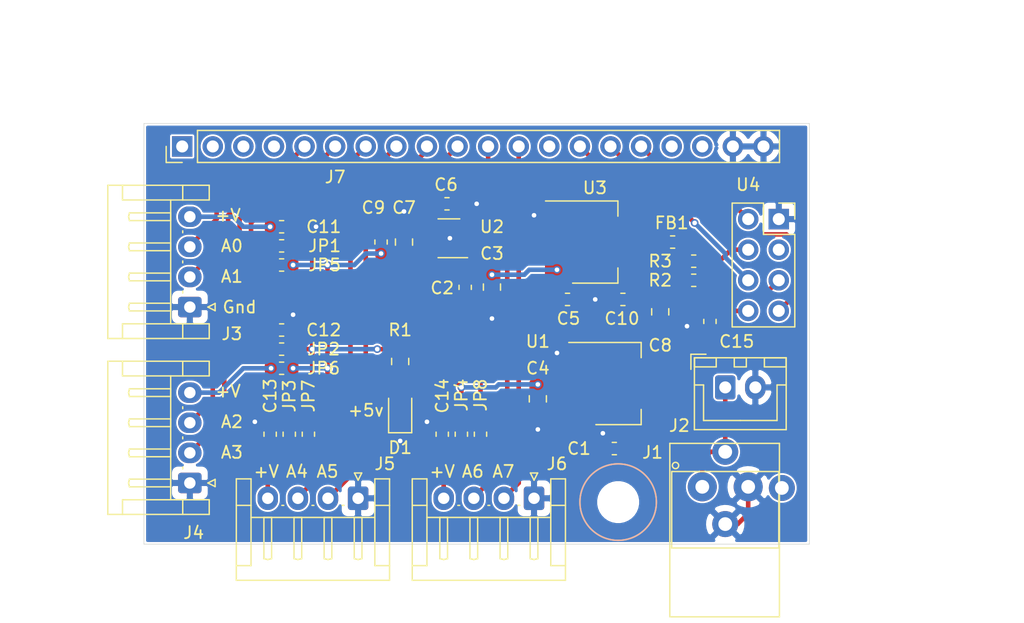
<source format=kicad_pcb>
(kicad_pcb (version 20171130) (host pcbnew "(5.1.9)-1")

  (general
    (thickness 1.6)
    (drawings 21)
    (tracks 251)
    (zones 0)
    (modules 40)
    (nets 26)
  )

  (page A4)
  (layers
    (0 F.Cu signal)
    (31 B.Cu signal)
    (32 B.Adhes user)
    (33 F.Adhes user)
    (34 B.Paste user)
    (35 F.Paste user)
    (36 B.SilkS user)
    (37 F.SilkS user)
    (38 B.Mask user)
    (39 F.Mask user)
    (40 Dwgs.User user)
    (41 Cmts.User user)
    (42 Eco1.User user)
    (43 Eco2.User user)
    (44 Edge.Cuts user)
    (45 Margin user)
    (46 B.CrtYd user)
    (47 F.CrtYd user)
    (48 B.Fab user hide)
    (49 F.Fab user hide)
  )

  (setup
    (last_trace_width 0.381)
    (user_trace_width 0.381)
    (trace_clearance 0.1524)
    (zone_clearance 0.1524)
    (zone_45_only no)
    (trace_min 0.2)
    (via_size 0.635)
    (via_drill 0.381)
    (via_min_size 0.4)
    (via_min_drill 0.3)
    (user_via 0.635 0.381)
    (uvia_size 0.3)
    (uvia_drill 0.1)
    (uvias_allowed no)
    (uvia_min_size 0.2)
    (uvia_min_drill 0.1)
    (edge_width 0.05)
    (segment_width 0.2)
    (pcb_text_width 0.3)
    (pcb_text_size 1.5 1.5)
    (mod_edge_width 0.12)
    (mod_text_size 1 1)
    (mod_text_width 0.15)
    (pad_size 1.524 1.524)
    (pad_drill 0.762)
    (pad_to_mask_clearance 0.051)
    (solder_mask_min_width 0.25)
    (aux_axis_origin 0 0)
    (grid_origin 163.195 93.98)
    (visible_elements 7FFFFFFF)
    (pcbplotparams
      (layerselection 0x010fc_ffffffff)
      (usegerberextensions false)
      (usegerberattributes false)
      (usegerberadvancedattributes false)
      (creategerberjobfile false)
      (excludeedgelayer true)
      (linewidth 0.100000)
      (plotframeref false)
      (viasonmask false)
      (mode 1)
      (useauxorigin false)
      (hpglpennumber 1)
      (hpglpenspeed 20)
      (hpglpendiameter 15.000000)
      (psnegative false)
      (psa4output false)
      (plotreference true)
      (plotvalue true)
      (plotinvisibletext false)
      (padsonsilk false)
      (subtractmaskfromsilk false)
      (outputformat 1)
      (mirror false)
      (drillshape 0)
      (scaleselection 1)
      (outputdirectory ""))
  )

  (net 0 "")
  (net 1 GND)
  (net 2 +5V)
  (net 3 /BP)
  (net 4 +3V3)
  (net 5 /A0)
  (net 6 /A1)
  (net 7 /A2)
  (net 8 /A3)
  (net 9 /VA0)
  (net 10 /VA1)
  (net 11 /VA2)
  (net 12 /VA3)
  (net 13 /3.3W)
  (net 14 /B11-Rx)
  (net 15 /B10-Tx)
  (net 16 /B1-Rst)
  (net 17 /Vin)
  (net 18 /ESP3.3)
  (net 19 /A5)
  (net 20 /A4)
  (net 21 /A7)
  (net 22 /A6)
  (net 23 /LedR)
  (net 24 /Pu0)
  (net 25 /Pu1)

  (net_class Default "This is the default net class."
    (clearance 0.1524)
    (trace_width 0.381)
    (via_dia 0.635)
    (via_drill 0.381)
    (uvia_dia 0.3)
    (uvia_drill 0.1)
    (add_net +3V3)
    (add_net +5V)
    (add_net /3.3W)
    (add_net /A0)
    (add_net /A1)
    (add_net /A2)
    (add_net /A3)
    (add_net /A4)
    (add_net /A5)
    (add_net /A6)
    (add_net /A7)
    (add_net /B1-Rst)
    (add_net /B10-Tx)
    (add_net /B11-Rx)
    (add_net /BP)
    (add_net /ESP3.3)
    (add_net /LedR)
    (add_net /Pu0)
    (add_net /Pu1)
    (add_net /VA0)
    (add_net /VA1)
    (add_net /VA2)
    (add_net /VA3)
    (add_net /Vin)
    (add_net GND)
  )

  (module Resistor_SMD:R_0805_2012Metric_Pad1.15x1.40mm_HandSolder (layer F.Cu) (tedit 5B36C52B) (tstamp 5FBA3FFC)
    (at 184.4675 78.8125 270)
    (descr "Resistor SMD 0805 (2012 Metric), square (rectangular) end terminal, IPC_7351 nominal with elongated pad for handsoldering. (Body size source: https://docs.google.com/spreadsheets/d/1BsfQQcO9C6DZCsRaXUlFlo91Tg2WpOkGARC1WS5S8t0/edit?usp=sharing), generated with kicad-footprint-generator")
    (tags "resistor handsolder")
    (path /5FEB56BB)
    (attr smd)
    (fp_text reference R1 (at -2.6125 0 180) (layer F.SilkS)
      (effects (font (size 1 1) (thickness 0.15)))
    )
    (fp_text value 5.1k (at 0 1.65 90) (layer F.Fab)
      (effects (font (size 1 1) (thickness 0.15)))
    )
    (fp_line (start -1 0.6) (end -1 -0.6) (layer F.Fab) (width 0.1))
    (fp_line (start -1 -0.6) (end 1 -0.6) (layer F.Fab) (width 0.1))
    (fp_line (start 1 -0.6) (end 1 0.6) (layer F.Fab) (width 0.1))
    (fp_line (start 1 0.6) (end -1 0.6) (layer F.Fab) (width 0.1))
    (fp_line (start -0.261252 -0.71) (end 0.261252 -0.71) (layer F.SilkS) (width 0.12))
    (fp_line (start -0.261252 0.71) (end 0.261252 0.71) (layer F.SilkS) (width 0.12))
    (fp_line (start -1.85 0.95) (end -1.85 -0.95) (layer F.CrtYd) (width 0.05))
    (fp_line (start -1.85 -0.95) (end 1.85 -0.95) (layer F.CrtYd) (width 0.05))
    (fp_line (start 1.85 -0.95) (end 1.85 0.95) (layer F.CrtYd) (width 0.05))
    (fp_line (start 1.85 0.95) (end -1.85 0.95) (layer F.CrtYd) (width 0.05))
    (fp_text user %R (at 0 0 90) (layer F.Fab)
      (effects (font (size 0.5 0.5) (thickness 0.08)))
    )
    (pad 2 smd roundrect (at 1.025 0 270) (size 1.15 1.4) (layers F.Cu F.Paste F.Mask) (roundrect_rratio 0.217391)
      (net 23 /LedR))
    (pad 1 smd roundrect (at -1.025 0 270) (size 1.15 1.4) (layers F.Cu F.Paste F.Mask) (roundrect_rratio 0.217391)
      (net 2 +5V))
    (model ${KISYS3DMOD}/Resistor_SMD.3dshapes/R_0805_2012Metric.wrl
      (at (xyz 0 0 0))
      (scale (xyz 1 1 1))
      (rotate (xyz 0 0 0))
    )
  )

  (module Connector_JST:JST_XH_B2B-XH-A_1x02_P2.50mm_Vertical (layer F.Cu) (tedit 5C28146C) (tstamp 5FBA3DBC)
    (at 211.455 80.9625)
    (descr "JST XH series connector, B2B-XH-A (http://www.jst-mfg.com/product/pdf/eng/eXH.pdf), generated with kicad-footprint-generator")
    (tags "connector JST XH vertical")
    (path /5FEA8C82)
    (fp_text reference J2 (at -3.81 3.175) (layer F.SilkS)
      (effects (font (size 1 1) (thickness 0.15)))
    )
    (fp_text value Conn_01x02 (at 1.25 4.6) (layer F.Fab)
      (effects (font (size 1 1) (thickness 0.15)))
    )
    (fp_line (start -2.45 -2.35) (end -2.45 3.4) (layer F.Fab) (width 0.1))
    (fp_line (start -2.45 3.4) (end 4.95 3.4) (layer F.Fab) (width 0.1))
    (fp_line (start 4.95 3.4) (end 4.95 -2.35) (layer F.Fab) (width 0.1))
    (fp_line (start 4.95 -2.35) (end -2.45 -2.35) (layer F.Fab) (width 0.1))
    (fp_line (start -2.56 -2.46) (end -2.56 3.51) (layer F.SilkS) (width 0.12))
    (fp_line (start -2.56 3.51) (end 5.06 3.51) (layer F.SilkS) (width 0.12))
    (fp_line (start 5.06 3.51) (end 5.06 -2.46) (layer F.SilkS) (width 0.12))
    (fp_line (start 5.06 -2.46) (end -2.56 -2.46) (layer F.SilkS) (width 0.12))
    (fp_line (start -2.95 -2.85) (end -2.95 3.9) (layer F.CrtYd) (width 0.05))
    (fp_line (start -2.95 3.9) (end 5.45 3.9) (layer F.CrtYd) (width 0.05))
    (fp_line (start 5.45 3.9) (end 5.45 -2.85) (layer F.CrtYd) (width 0.05))
    (fp_line (start 5.45 -2.85) (end -2.95 -2.85) (layer F.CrtYd) (width 0.05))
    (fp_line (start -0.625 -2.35) (end 0 -1.35) (layer F.Fab) (width 0.1))
    (fp_line (start 0 -1.35) (end 0.625 -2.35) (layer F.Fab) (width 0.1))
    (fp_line (start 0.75 -2.45) (end 0.75 -1.7) (layer F.SilkS) (width 0.12))
    (fp_line (start 0.75 -1.7) (end 1.75 -1.7) (layer F.SilkS) (width 0.12))
    (fp_line (start 1.75 -1.7) (end 1.75 -2.45) (layer F.SilkS) (width 0.12))
    (fp_line (start 1.75 -2.45) (end 0.75 -2.45) (layer F.SilkS) (width 0.12))
    (fp_line (start -2.55 -2.45) (end -2.55 -1.7) (layer F.SilkS) (width 0.12))
    (fp_line (start -2.55 -1.7) (end -0.75 -1.7) (layer F.SilkS) (width 0.12))
    (fp_line (start -0.75 -1.7) (end -0.75 -2.45) (layer F.SilkS) (width 0.12))
    (fp_line (start -0.75 -2.45) (end -2.55 -2.45) (layer F.SilkS) (width 0.12))
    (fp_line (start 3.25 -2.45) (end 3.25 -1.7) (layer F.SilkS) (width 0.12))
    (fp_line (start 3.25 -1.7) (end 5.05 -1.7) (layer F.SilkS) (width 0.12))
    (fp_line (start 5.05 -1.7) (end 5.05 -2.45) (layer F.SilkS) (width 0.12))
    (fp_line (start 5.05 -2.45) (end 3.25 -2.45) (layer F.SilkS) (width 0.12))
    (fp_line (start -2.55 -0.2) (end -1.8 -0.2) (layer F.SilkS) (width 0.12))
    (fp_line (start -1.8 -0.2) (end -1.8 2.75) (layer F.SilkS) (width 0.12))
    (fp_line (start -1.8 2.75) (end 1.25 2.75) (layer F.SilkS) (width 0.12))
    (fp_line (start 5.05 -0.2) (end 4.3 -0.2) (layer F.SilkS) (width 0.12))
    (fp_line (start 4.3 -0.2) (end 4.3 2.75) (layer F.SilkS) (width 0.12))
    (fp_line (start 4.3 2.75) (end 1.25 2.75) (layer F.SilkS) (width 0.12))
    (fp_line (start -1.6 -2.75) (end -2.85 -2.75) (layer F.SilkS) (width 0.12))
    (fp_line (start -2.85 -2.75) (end -2.85 -1.5) (layer F.SilkS) (width 0.12))
    (fp_text user %R (at 1.25 2.7) (layer F.Fab)
      (effects (font (size 1 1) (thickness 0.15)))
    )
    (pad 2 thru_hole oval (at 2.5 0) (size 1.7 2) (drill 1) (layers *.Cu *.Mask)
      (net 1 GND))
    (pad 1 thru_hole roundrect (at 0 0) (size 1.7 2) (drill 1) (layers *.Cu *.Mask) (roundrect_rratio 0.147059)
      (net 17 /Vin))
    (model ${KISYS3DMOD}/Connector_JST.3dshapes/JST_XH_B2B-XH-A_1x02_P2.50mm_Vertical.wrl
      (at (xyz 0 0 0))
      (scale (xyz 1 1 1))
      (rotate (xyz 0 0 0))
    )
  )

  (module Diode_SMD:D_0805_2012Metric_Pad1.15x1.40mm_HandSolder (layer F.Cu) (tedit 5B4B45C8) (tstamp 5FBA3D3D)
    (at 184.4675 82.8675 90)
    (descr "Diode SMD 0805 (2012 Metric), square (rectangular) end terminal, IPC_7351 nominal, (Body size source: https://docs.google.com/spreadsheets/d/1BsfQQcO9C6DZCsRaXUlFlo91Tg2WpOkGARC1WS5S8t0/edit?usp=sharing), generated with kicad-footprint-generator")
    (tags "diode handsolder")
    (path /5FEB56B5)
    (attr smd)
    (fp_text reference D1 (at -3.1025 0 180) (layer F.SilkS)
      (effects (font (size 1 1) (thickness 0.15)))
    )
    (fp_text value LED (at 0 1.65 90) (layer F.Fab)
      (effects (font (size 1 1) (thickness 0.15)))
    )
    (fp_line (start 1 -0.6) (end -0.7 -0.6) (layer F.Fab) (width 0.1))
    (fp_line (start -0.7 -0.6) (end -1 -0.3) (layer F.Fab) (width 0.1))
    (fp_line (start -1 -0.3) (end -1 0.6) (layer F.Fab) (width 0.1))
    (fp_line (start -1 0.6) (end 1 0.6) (layer F.Fab) (width 0.1))
    (fp_line (start 1 0.6) (end 1 -0.6) (layer F.Fab) (width 0.1))
    (fp_line (start 1 -0.96) (end -1.86 -0.96) (layer F.SilkS) (width 0.12))
    (fp_line (start -1.86 -0.96) (end -1.86 0.96) (layer F.SilkS) (width 0.12))
    (fp_line (start -1.86 0.96) (end 1 0.96) (layer F.SilkS) (width 0.12))
    (fp_line (start -1.85 0.95) (end -1.85 -0.95) (layer F.CrtYd) (width 0.05))
    (fp_line (start -1.85 -0.95) (end 1.85 -0.95) (layer F.CrtYd) (width 0.05))
    (fp_line (start 1.85 -0.95) (end 1.85 0.95) (layer F.CrtYd) (width 0.05))
    (fp_line (start 1.85 0.95) (end -1.85 0.95) (layer F.CrtYd) (width 0.05))
    (fp_text user %R (at 0 0 90) (layer F.Fab)
      (effects (font (size 0.5 0.5) (thickness 0.08)))
    )
    (pad 2 smd roundrect (at 1.025 0 90) (size 1.15 1.4) (layers F.Cu F.Paste F.Mask) (roundrect_rratio 0.217391)
      (net 23 /LedR))
    (pad 1 smd roundrect (at -1.025 0 90) (size 1.15 1.4) (layers F.Cu F.Paste F.Mask) (roundrect_rratio 0.217391)
      (net 1 GND))
    (model ${KISYS3DMOD}/Diode_SMD.3dshapes/D_0805_2012Metric.wrl
      (at (xyz 0 0 0))
      (scale (xyz 1 1 1))
      (rotate (xyz 0 0 0))
    )
  )

  (module Connector_JST:JST_EH_S4B-EH_1x04_P2.50mm_Horizontal (layer F.Cu) (tedit 5C281425) (tstamp 5FB117AC)
    (at 195.58 90.17 180)
    (descr "JST EH series connector, S4B-EH (http://www.jst-mfg.com/product/pdf/eng/eEH.pdf), generated with kicad-footprint-generator")
    (tags "connector JST EH horizontal")
    (path /5FB25652)
    (fp_text reference J6 (at -1.905 2.8575) (layer F.SilkS)
      (effects (font (size 1 1) (thickness 0.15)))
    )
    (fp_text value Conn_01x04_Female (at 3.75 2.7) (layer F.Fab)
      (effects (font (size 1 1) (thickness 0.15)))
    )
    (fp_line (start -1.5 -0.7) (end -1.5 1.5) (layer F.Fab) (width 0.1))
    (fp_line (start -1.5 1.5) (end -2.5 1.5) (layer F.Fab) (width 0.1))
    (fp_line (start -2.5 1.5) (end -2.5 -6.7) (layer F.Fab) (width 0.1))
    (fp_line (start -2.5 -6.7) (end 10 -6.7) (layer F.Fab) (width 0.1))
    (fp_line (start 10 -6.7) (end 10 1.5) (layer F.Fab) (width 0.1))
    (fp_line (start 10 1.5) (end 9 1.5) (layer F.Fab) (width 0.1))
    (fp_line (start 9 1.5) (end 9 -0.7) (layer F.Fab) (width 0.1))
    (fp_line (start 9 -0.7) (end -1.5 -0.7) (layer F.Fab) (width 0.1))
    (fp_line (start -3 -7.2) (end -3 2) (layer F.CrtYd) (width 0.05))
    (fp_line (start -3 2) (end 10.5 2) (layer F.CrtYd) (width 0.05))
    (fp_line (start 10.5 2) (end 10.5 -7.2) (layer F.CrtYd) (width 0.05))
    (fp_line (start 10.5 -7.2) (end -3 -7.2) (layer F.CrtYd) (width 0.05))
    (fp_line (start -1.39 -0.59) (end -1.39 1.61) (layer F.SilkS) (width 0.12))
    (fp_line (start -1.39 1.61) (end -2.61 1.61) (layer F.SilkS) (width 0.12))
    (fp_line (start -2.61 1.61) (end -2.61 -6.81) (layer F.SilkS) (width 0.12))
    (fp_line (start -2.61 -6.81) (end 10.11 -6.81) (layer F.SilkS) (width 0.12))
    (fp_line (start 10.11 -6.81) (end 10.11 1.61) (layer F.SilkS) (width 0.12))
    (fp_line (start 10.11 1.61) (end 8.89 1.61) (layer F.SilkS) (width 0.12))
    (fp_line (start 8.89 1.61) (end 8.89 -0.59) (layer F.SilkS) (width 0.12))
    (fp_line (start -2.61 -5.59) (end -1.39 -5.59) (layer F.SilkS) (width 0.12))
    (fp_line (start -1.39 -5.59) (end -1.39 -0.59) (layer F.SilkS) (width 0.12))
    (fp_line (start -1.39 -0.59) (end -2.61 -0.59) (layer F.SilkS) (width 0.12))
    (fp_line (start 10.11 -5.59) (end 8.89 -5.59) (layer F.SilkS) (width 0.12))
    (fp_line (start 8.89 -5.59) (end 8.89 -0.59) (layer F.SilkS) (width 0.12))
    (fp_line (start 8.89 -0.59) (end 10.11 -0.59) (layer F.SilkS) (width 0.12))
    (fp_line (start -1.39 -1.59) (end 8.89 -1.59) (layer F.SilkS) (width 0.12))
    (fp_line (start 0 -1.59) (end -0.32 -1.59) (layer F.SilkS) (width 0.12))
    (fp_line (start -0.32 -1.59) (end -0.32 -5.01) (layer F.SilkS) (width 0.12))
    (fp_line (start -0.32 -5.01) (end 0 -5.09) (layer F.SilkS) (width 0.12))
    (fp_line (start 0 -5.09) (end 0.32 -5.01) (layer F.SilkS) (width 0.12))
    (fp_line (start 0.32 -5.01) (end 0.32 -1.59) (layer F.SilkS) (width 0.12))
    (fp_line (start 0.32 -1.59) (end 0 -1.59) (layer F.SilkS) (width 0.12))
    (fp_line (start 1.17 -0.59) (end 1.33 -0.59) (layer F.SilkS) (width 0.12))
    (fp_line (start 2.5 -1.59) (end 2.18 -1.59) (layer F.SilkS) (width 0.12))
    (fp_line (start 2.18 -1.59) (end 2.18 -5.01) (layer F.SilkS) (width 0.12))
    (fp_line (start 2.18 -5.01) (end 2.5 -5.09) (layer F.SilkS) (width 0.12))
    (fp_line (start 2.5 -5.09) (end 2.82 -5.01) (layer F.SilkS) (width 0.12))
    (fp_line (start 2.82 -5.01) (end 2.82 -1.59) (layer F.SilkS) (width 0.12))
    (fp_line (start 2.82 -1.59) (end 2.5 -1.59) (layer F.SilkS) (width 0.12))
    (fp_line (start 3.67 -0.59) (end 3.83 -0.59) (layer F.SilkS) (width 0.12))
    (fp_line (start 5 -1.59) (end 4.68 -1.59) (layer F.SilkS) (width 0.12))
    (fp_line (start 4.68 -1.59) (end 4.68 -5.01) (layer F.SilkS) (width 0.12))
    (fp_line (start 4.68 -5.01) (end 5 -5.09) (layer F.SilkS) (width 0.12))
    (fp_line (start 5 -5.09) (end 5.32 -5.01) (layer F.SilkS) (width 0.12))
    (fp_line (start 5.32 -5.01) (end 5.32 -1.59) (layer F.SilkS) (width 0.12))
    (fp_line (start 5.32 -1.59) (end 5 -1.59) (layer F.SilkS) (width 0.12))
    (fp_line (start 6.17 -0.59) (end 6.33 -0.59) (layer F.SilkS) (width 0.12))
    (fp_line (start 7.5 -1.59) (end 7.18 -1.59) (layer F.SilkS) (width 0.12))
    (fp_line (start 7.18 -1.59) (end 7.18 -5.01) (layer F.SilkS) (width 0.12))
    (fp_line (start 7.18 -5.01) (end 7.5 -5.09) (layer F.SilkS) (width 0.12))
    (fp_line (start 7.5 -5.09) (end 7.82 -5.01) (layer F.SilkS) (width 0.12))
    (fp_line (start 7.82 -5.01) (end 7.82 -1.59) (layer F.SilkS) (width 0.12))
    (fp_line (start 7.82 -1.59) (end 7.5 -1.59) (layer F.SilkS) (width 0.12))
    (fp_line (start 0 1.5) (end -0.3 2.1) (layer F.SilkS) (width 0.12))
    (fp_line (start -0.3 2.1) (end 0.3 2.1) (layer F.SilkS) (width 0.12))
    (fp_line (start 0.3 2.1) (end 0 1.5) (layer F.SilkS) (width 0.12))
    (fp_line (start -0.5 -0.7) (end 0 -1.407107) (layer F.Fab) (width 0.1))
    (fp_line (start 0 -1.407107) (end 0.5 -0.7) (layer F.Fab) (width 0.1))
    (fp_text user %R (at 3.75 -2.6) (layer F.Fab)
      (effects (font (size 1 1) (thickness 0.15)))
    )
    (pad 4 thru_hole oval (at 7.5 0 180) (size 1.7 1.95) (drill 0.95) (layers *.Cu *.Mask)
      (net 12 /VA3))
    (pad 3 thru_hole oval (at 5 0 180) (size 1.7 1.95) (drill 0.95) (layers *.Cu *.Mask)
      (net 22 /A6))
    (pad 2 thru_hole oval (at 2.5 0 180) (size 1.7 1.95) (drill 0.95) (layers *.Cu *.Mask)
      (net 21 /A7))
    (pad 1 thru_hole roundrect (at 0 0 180) (size 1.7 1.95) (drill 0.95) (layers *.Cu *.Mask) (roundrect_rratio 0.147059)
      (net 1 GND))
    (model ${KISYS3DMOD}/Connector_JST.3dshapes/JST_EH_S4B-EH_1x04_P2.50mm_Horizontal.wrl
      (at (xyz 0 0 0))
      (scale (xyz 1 1 1))
      (rotate (xyz 0 0 0))
    )
  )

  (module Connector_JST:JST_EH_S4B-EH_1x04_P2.50mm_Horizontal (layer F.Cu) (tedit 5C281425) (tstamp 5FB11769)
    (at 180.975 90.17 180)
    (descr "JST EH series connector, S4B-EH (http://www.jst-mfg.com/product/pdf/eng/eEH.pdf), generated with kicad-footprint-generator")
    (tags "connector JST EH horizontal")
    (path /5FB24787)
    (fp_text reference J5 (at -2.2225 2.8575) (layer F.SilkS)
      (effects (font (size 1 1) (thickness 0.15)))
    )
    (fp_text value Conn_01x04_Female (at 3.75 2.7) (layer F.Fab)
      (effects (font (size 1 1) (thickness 0.15)))
    )
    (fp_line (start -1.5 -0.7) (end -1.5 1.5) (layer F.Fab) (width 0.1))
    (fp_line (start -1.5 1.5) (end -2.5 1.5) (layer F.Fab) (width 0.1))
    (fp_line (start -2.5 1.5) (end -2.5 -6.7) (layer F.Fab) (width 0.1))
    (fp_line (start -2.5 -6.7) (end 10 -6.7) (layer F.Fab) (width 0.1))
    (fp_line (start 10 -6.7) (end 10 1.5) (layer F.Fab) (width 0.1))
    (fp_line (start 10 1.5) (end 9 1.5) (layer F.Fab) (width 0.1))
    (fp_line (start 9 1.5) (end 9 -0.7) (layer F.Fab) (width 0.1))
    (fp_line (start 9 -0.7) (end -1.5 -0.7) (layer F.Fab) (width 0.1))
    (fp_line (start -3 -7.2) (end -3 2) (layer F.CrtYd) (width 0.05))
    (fp_line (start -3 2) (end 10.5 2) (layer F.CrtYd) (width 0.05))
    (fp_line (start 10.5 2) (end 10.5 -7.2) (layer F.CrtYd) (width 0.05))
    (fp_line (start 10.5 -7.2) (end -3 -7.2) (layer F.CrtYd) (width 0.05))
    (fp_line (start -1.39 -0.59) (end -1.39 1.61) (layer F.SilkS) (width 0.12))
    (fp_line (start -1.39 1.61) (end -2.61 1.61) (layer F.SilkS) (width 0.12))
    (fp_line (start -2.61 1.61) (end -2.61 -6.81) (layer F.SilkS) (width 0.12))
    (fp_line (start -2.61 -6.81) (end 10.11 -6.81) (layer F.SilkS) (width 0.12))
    (fp_line (start 10.11 -6.81) (end 10.11 1.61) (layer F.SilkS) (width 0.12))
    (fp_line (start 10.11 1.61) (end 8.89 1.61) (layer F.SilkS) (width 0.12))
    (fp_line (start 8.89 1.61) (end 8.89 -0.59) (layer F.SilkS) (width 0.12))
    (fp_line (start -2.61 -5.59) (end -1.39 -5.59) (layer F.SilkS) (width 0.12))
    (fp_line (start -1.39 -5.59) (end -1.39 -0.59) (layer F.SilkS) (width 0.12))
    (fp_line (start -1.39 -0.59) (end -2.61 -0.59) (layer F.SilkS) (width 0.12))
    (fp_line (start 10.11 -5.59) (end 8.89 -5.59) (layer F.SilkS) (width 0.12))
    (fp_line (start 8.89 -5.59) (end 8.89 -0.59) (layer F.SilkS) (width 0.12))
    (fp_line (start 8.89 -0.59) (end 10.11 -0.59) (layer F.SilkS) (width 0.12))
    (fp_line (start -1.39 -1.59) (end 8.89 -1.59) (layer F.SilkS) (width 0.12))
    (fp_line (start 0 -1.59) (end -0.32 -1.59) (layer F.SilkS) (width 0.12))
    (fp_line (start -0.32 -1.59) (end -0.32 -5.01) (layer F.SilkS) (width 0.12))
    (fp_line (start -0.32 -5.01) (end 0 -5.09) (layer F.SilkS) (width 0.12))
    (fp_line (start 0 -5.09) (end 0.32 -5.01) (layer F.SilkS) (width 0.12))
    (fp_line (start 0.32 -5.01) (end 0.32 -1.59) (layer F.SilkS) (width 0.12))
    (fp_line (start 0.32 -1.59) (end 0 -1.59) (layer F.SilkS) (width 0.12))
    (fp_line (start 1.17 -0.59) (end 1.33 -0.59) (layer F.SilkS) (width 0.12))
    (fp_line (start 2.5 -1.59) (end 2.18 -1.59) (layer F.SilkS) (width 0.12))
    (fp_line (start 2.18 -1.59) (end 2.18 -5.01) (layer F.SilkS) (width 0.12))
    (fp_line (start 2.18 -5.01) (end 2.5 -5.09) (layer F.SilkS) (width 0.12))
    (fp_line (start 2.5 -5.09) (end 2.82 -5.01) (layer F.SilkS) (width 0.12))
    (fp_line (start 2.82 -5.01) (end 2.82 -1.59) (layer F.SilkS) (width 0.12))
    (fp_line (start 2.82 -1.59) (end 2.5 -1.59) (layer F.SilkS) (width 0.12))
    (fp_line (start 3.67 -0.59) (end 3.83 -0.59) (layer F.SilkS) (width 0.12))
    (fp_line (start 5 -1.59) (end 4.68 -1.59) (layer F.SilkS) (width 0.12))
    (fp_line (start 4.68 -1.59) (end 4.68 -5.01) (layer F.SilkS) (width 0.12))
    (fp_line (start 4.68 -5.01) (end 5 -5.09) (layer F.SilkS) (width 0.12))
    (fp_line (start 5 -5.09) (end 5.32 -5.01) (layer F.SilkS) (width 0.12))
    (fp_line (start 5.32 -5.01) (end 5.32 -1.59) (layer F.SilkS) (width 0.12))
    (fp_line (start 5.32 -1.59) (end 5 -1.59) (layer F.SilkS) (width 0.12))
    (fp_line (start 6.17 -0.59) (end 6.33 -0.59) (layer F.SilkS) (width 0.12))
    (fp_line (start 7.5 -1.59) (end 7.18 -1.59) (layer F.SilkS) (width 0.12))
    (fp_line (start 7.18 -1.59) (end 7.18 -5.01) (layer F.SilkS) (width 0.12))
    (fp_line (start 7.18 -5.01) (end 7.5 -5.09) (layer F.SilkS) (width 0.12))
    (fp_line (start 7.5 -5.09) (end 7.82 -5.01) (layer F.SilkS) (width 0.12))
    (fp_line (start 7.82 -5.01) (end 7.82 -1.59) (layer F.SilkS) (width 0.12))
    (fp_line (start 7.82 -1.59) (end 7.5 -1.59) (layer F.SilkS) (width 0.12))
    (fp_line (start 0 1.5) (end -0.3 2.1) (layer F.SilkS) (width 0.12))
    (fp_line (start -0.3 2.1) (end 0.3 2.1) (layer F.SilkS) (width 0.12))
    (fp_line (start 0.3 2.1) (end 0 1.5) (layer F.SilkS) (width 0.12))
    (fp_line (start -0.5 -0.7) (end 0 -1.407107) (layer F.Fab) (width 0.1))
    (fp_line (start 0 -1.407107) (end 0.5 -0.7) (layer F.Fab) (width 0.1))
    (fp_text user %R (at 3.75 -2.6) (layer F.Fab)
      (effects (font (size 1 1) (thickness 0.15)))
    )
    (pad 4 thru_hole oval (at 7.5 0 180) (size 1.7 1.95) (drill 0.95) (layers *.Cu *.Mask)
      (net 11 /VA2))
    (pad 3 thru_hole oval (at 5 0 180) (size 1.7 1.95) (drill 0.95) (layers *.Cu *.Mask)
      (net 20 /A4))
    (pad 2 thru_hole oval (at 2.5 0 180) (size 1.7 1.95) (drill 0.95) (layers *.Cu *.Mask)
      (net 19 /A5))
    (pad 1 thru_hole roundrect (at 0 0 180) (size 1.7 1.95) (drill 0.95) (layers *.Cu *.Mask) (roundrect_rratio 0.147059)
      (net 1 GND))
    (model ${KISYS3DMOD}/Connector_JST.3dshapes/JST_EH_S4B-EH_1x04_P2.50mm_Horizontal.wrl
      (at (xyz 0 0 0))
      (scale (xyz 1 1 1))
      (rotate (xyz 0 0 0))
    )
  )

  (module Connector_JST:JST_EH_S4B-EH_1x04_P2.50mm_Horizontal (layer F.Cu) (tedit 5C281425) (tstamp 5FB11726)
    (at 167.005 88.9 90)
    (descr "JST EH series connector, S4B-EH (http://www.jst-mfg.com/product/pdf/eng/eEH.pdf), generated with kicad-footprint-generator")
    (tags "connector JST EH horizontal")
    (path /5FB240D0)
    (fp_text reference J4 (at -4.1275 0.3175 180) (layer F.SilkS)
      (effects (font (size 1 1) (thickness 0.15)))
    )
    (fp_text value Conn_01x04_Female (at 3.75 2.7 90) (layer F.Fab)
      (effects (font (size 1 1) (thickness 0.15)))
    )
    (fp_line (start -1.5 -0.7) (end -1.5 1.5) (layer F.Fab) (width 0.1))
    (fp_line (start -1.5 1.5) (end -2.5 1.5) (layer F.Fab) (width 0.1))
    (fp_line (start -2.5 1.5) (end -2.5 -6.7) (layer F.Fab) (width 0.1))
    (fp_line (start -2.5 -6.7) (end 10 -6.7) (layer F.Fab) (width 0.1))
    (fp_line (start 10 -6.7) (end 10 1.5) (layer F.Fab) (width 0.1))
    (fp_line (start 10 1.5) (end 9 1.5) (layer F.Fab) (width 0.1))
    (fp_line (start 9 1.5) (end 9 -0.7) (layer F.Fab) (width 0.1))
    (fp_line (start 9 -0.7) (end -1.5 -0.7) (layer F.Fab) (width 0.1))
    (fp_line (start -3 -7.2) (end -3 2) (layer F.CrtYd) (width 0.05))
    (fp_line (start -3 2) (end 10.5 2) (layer F.CrtYd) (width 0.05))
    (fp_line (start 10.5 2) (end 10.5 -7.2) (layer F.CrtYd) (width 0.05))
    (fp_line (start 10.5 -7.2) (end -3 -7.2) (layer F.CrtYd) (width 0.05))
    (fp_line (start -1.39 -0.59) (end -1.39 1.61) (layer F.SilkS) (width 0.12))
    (fp_line (start -1.39 1.61) (end -2.61 1.61) (layer F.SilkS) (width 0.12))
    (fp_line (start -2.61 1.61) (end -2.61 -6.81) (layer F.SilkS) (width 0.12))
    (fp_line (start -2.61 -6.81) (end 10.11 -6.81) (layer F.SilkS) (width 0.12))
    (fp_line (start 10.11 -6.81) (end 10.11 1.61) (layer F.SilkS) (width 0.12))
    (fp_line (start 10.11 1.61) (end 8.89 1.61) (layer F.SilkS) (width 0.12))
    (fp_line (start 8.89 1.61) (end 8.89 -0.59) (layer F.SilkS) (width 0.12))
    (fp_line (start -2.61 -5.59) (end -1.39 -5.59) (layer F.SilkS) (width 0.12))
    (fp_line (start -1.39 -5.59) (end -1.39 -0.59) (layer F.SilkS) (width 0.12))
    (fp_line (start -1.39 -0.59) (end -2.61 -0.59) (layer F.SilkS) (width 0.12))
    (fp_line (start 10.11 -5.59) (end 8.89 -5.59) (layer F.SilkS) (width 0.12))
    (fp_line (start 8.89 -5.59) (end 8.89 -0.59) (layer F.SilkS) (width 0.12))
    (fp_line (start 8.89 -0.59) (end 10.11 -0.59) (layer F.SilkS) (width 0.12))
    (fp_line (start -1.39 -1.59) (end 8.89 -1.59) (layer F.SilkS) (width 0.12))
    (fp_line (start 0 -1.59) (end -0.32 -1.59) (layer F.SilkS) (width 0.12))
    (fp_line (start -0.32 -1.59) (end -0.32 -5.01) (layer F.SilkS) (width 0.12))
    (fp_line (start -0.32 -5.01) (end 0 -5.09) (layer F.SilkS) (width 0.12))
    (fp_line (start 0 -5.09) (end 0.32 -5.01) (layer F.SilkS) (width 0.12))
    (fp_line (start 0.32 -5.01) (end 0.32 -1.59) (layer F.SilkS) (width 0.12))
    (fp_line (start 0.32 -1.59) (end 0 -1.59) (layer F.SilkS) (width 0.12))
    (fp_line (start 1.17 -0.59) (end 1.33 -0.59) (layer F.SilkS) (width 0.12))
    (fp_line (start 2.5 -1.59) (end 2.18 -1.59) (layer F.SilkS) (width 0.12))
    (fp_line (start 2.18 -1.59) (end 2.18 -5.01) (layer F.SilkS) (width 0.12))
    (fp_line (start 2.18 -5.01) (end 2.5 -5.09) (layer F.SilkS) (width 0.12))
    (fp_line (start 2.5 -5.09) (end 2.82 -5.01) (layer F.SilkS) (width 0.12))
    (fp_line (start 2.82 -5.01) (end 2.82 -1.59) (layer F.SilkS) (width 0.12))
    (fp_line (start 2.82 -1.59) (end 2.5 -1.59) (layer F.SilkS) (width 0.12))
    (fp_line (start 3.67 -0.59) (end 3.83 -0.59) (layer F.SilkS) (width 0.12))
    (fp_line (start 5 -1.59) (end 4.68 -1.59) (layer F.SilkS) (width 0.12))
    (fp_line (start 4.68 -1.59) (end 4.68 -5.01) (layer F.SilkS) (width 0.12))
    (fp_line (start 4.68 -5.01) (end 5 -5.09) (layer F.SilkS) (width 0.12))
    (fp_line (start 5 -5.09) (end 5.32 -5.01) (layer F.SilkS) (width 0.12))
    (fp_line (start 5.32 -5.01) (end 5.32 -1.59) (layer F.SilkS) (width 0.12))
    (fp_line (start 5.32 -1.59) (end 5 -1.59) (layer F.SilkS) (width 0.12))
    (fp_line (start 6.17 -0.59) (end 6.33 -0.59) (layer F.SilkS) (width 0.12))
    (fp_line (start 7.5 -1.59) (end 7.18 -1.59) (layer F.SilkS) (width 0.12))
    (fp_line (start 7.18 -1.59) (end 7.18 -5.01) (layer F.SilkS) (width 0.12))
    (fp_line (start 7.18 -5.01) (end 7.5 -5.09) (layer F.SilkS) (width 0.12))
    (fp_line (start 7.5 -5.09) (end 7.82 -5.01) (layer F.SilkS) (width 0.12))
    (fp_line (start 7.82 -5.01) (end 7.82 -1.59) (layer F.SilkS) (width 0.12))
    (fp_line (start 7.82 -1.59) (end 7.5 -1.59) (layer F.SilkS) (width 0.12))
    (fp_line (start 0 1.5) (end -0.3 2.1) (layer F.SilkS) (width 0.12))
    (fp_line (start -0.3 2.1) (end 0.3 2.1) (layer F.SilkS) (width 0.12))
    (fp_line (start 0.3 2.1) (end 0 1.5) (layer F.SilkS) (width 0.12))
    (fp_line (start -0.5 -0.7) (end 0 -1.407107) (layer F.Fab) (width 0.1))
    (fp_line (start 0 -1.407107) (end 0.5 -0.7) (layer F.Fab) (width 0.1))
    (fp_text user %R (at 3.75 -2.6 90) (layer F.Fab)
      (effects (font (size 1 1) (thickness 0.15)))
    )
    (pad 4 thru_hole oval (at 7.5 0 90) (size 1.7 1.95) (drill 0.95) (layers *.Cu *.Mask)
      (net 10 /VA1))
    (pad 3 thru_hole oval (at 5 0 90) (size 1.7 1.95) (drill 0.95) (layers *.Cu *.Mask)
      (net 7 /A2))
    (pad 2 thru_hole oval (at 2.5 0 90) (size 1.7 1.95) (drill 0.95) (layers *.Cu *.Mask)
      (net 8 /A3))
    (pad 1 thru_hole roundrect (at 0 0 90) (size 1.7 1.95) (drill 0.95) (layers *.Cu *.Mask) (roundrect_rratio 0.147059)
      (net 1 GND))
    (model ${KISYS3DMOD}/Connector_JST.3dshapes/JST_EH_S4B-EH_1x04_P2.50mm_Horizontal.wrl
      (at (xyz 0 0 0))
      (scale (xyz 1 1 1))
      (rotate (xyz 0 0 0))
    )
  )

  (module Connector_JST:JST_EH_S4B-EH_1x04_P2.50mm_Horizontal (layer F.Cu) (tedit 5C281425) (tstamp 5FB116E3)
    (at 167.005 74.295 90)
    (descr "JST EH series connector, S4B-EH (http://www.jst-mfg.com/product/pdf/eng/eEH.pdf), generated with kicad-footprint-generator")
    (tags "connector JST EH horizontal")
    (path /5FB232B0)
    (fp_text reference J3 (at -2.2225 3.4925 180) (layer F.SilkS)
      (effects (font (size 1 1) (thickness 0.15)))
    )
    (fp_text value Conn_01x04_Female (at 3.75 2.7 90) (layer F.Fab)
      (effects (font (size 1 1) (thickness 0.15)))
    )
    (fp_line (start -1.5 -0.7) (end -1.5 1.5) (layer F.Fab) (width 0.1))
    (fp_line (start -1.5 1.5) (end -2.5 1.5) (layer F.Fab) (width 0.1))
    (fp_line (start -2.5 1.5) (end -2.5 -6.7) (layer F.Fab) (width 0.1))
    (fp_line (start -2.5 -6.7) (end 10 -6.7) (layer F.Fab) (width 0.1))
    (fp_line (start 10 -6.7) (end 10 1.5) (layer F.Fab) (width 0.1))
    (fp_line (start 10 1.5) (end 9 1.5) (layer F.Fab) (width 0.1))
    (fp_line (start 9 1.5) (end 9 -0.7) (layer F.Fab) (width 0.1))
    (fp_line (start 9 -0.7) (end -1.5 -0.7) (layer F.Fab) (width 0.1))
    (fp_line (start -3 -7.2) (end -3 2) (layer F.CrtYd) (width 0.05))
    (fp_line (start -3 2) (end 10.5 2) (layer F.CrtYd) (width 0.05))
    (fp_line (start 10.5 2) (end 10.5 -7.2) (layer F.CrtYd) (width 0.05))
    (fp_line (start 10.5 -7.2) (end -3 -7.2) (layer F.CrtYd) (width 0.05))
    (fp_line (start -1.39 -0.59) (end -1.39 1.61) (layer F.SilkS) (width 0.12))
    (fp_line (start -1.39 1.61) (end -2.61 1.61) (layer F.SilkS) (width 0.12))
    (fp_line (start -2.61 1.61) (end -2.61 -6.81) (layer F.SilkS) (width 0.12))
    (fp_line (start -2.61 -6.81) (end 10.11 -6.81) (layer F.SilkS) (width 0.12))
    (fp_line (start 10.11 -6.81) (end 10.11 1.61) (layer F.SilkS) (width 0.12))
    (fp_line (start 10.11 1.61) (end 8.89 1.61) (layer F.SilkS) (width 0.12))
    (fp_line (start 8.89 1.61) (end 8.89 -0.59) (layer F.SilkS) (width 0.12))
    (fp_line (start -2.61 -5.59) (end -1.39 -5.59) (layer F.SilkS) (width 0.12))
    (fp_line (start -1.39 -5.59) (end -1.39 -0.59) (layer F.SilkS) (width 0.12))
    (fp_line (start -1.39 -0.59) (end -2.61 -0.59) (layer F.SilkS) (width 0.12))
    (fp_line (start 10.11 -5.59) (end 8.89 -5.59) (layer F.SilkS) (width 0.12))
    (fp_line (start 8.89 -5.59) (end 8.89 -0.59) (layer F.SilkS) (width 0.12))
    (fp_line (start 8.89 -0.59) (end 10.11 -0.59) (layer F.SilkS) (width 0.12))
    (fp_line (start -1.39 -1.59) (end 8.89 -1.59) (layer F.SilkS) (width 0.12))
    (fp_line (start 0 -1.59) (end -0.32 -1.59) (layer F.SilkS) (width 0.12))
    (fp_line (start -0.32 -1.59) (end -0.32 -5.01) (layer F.SilkS) (width 0.12))
    (fp_line (start -0.32 -5.01) (end 0 -5.09) (layer F.SilkS) (width 0.12))
    (fp_line (start 0 -5.09) (end 0.32 -5.01) (layer F.SilkS) (width 0.12))
    (fp_line (start 0.32 -5.01) (end 0.32 -1.59) (layer F.SilkS) (width 0.12))
    (fp_line (start 0.32 -1.59) (end 0 -1.59) (layer F.SilkS) (width 0.12))
    (fp_line (start 1.17 -0.59) (end 1.33 -0.59) (layer F.SilkS) (width 0.12))
    (fp_line (start 2.5 -1.59) (end 2.18 -1.59) (layer F.SilkS) (width 0.12))
    (fp_line (start 2.18 -1.59) (end 2.18 -5.01) (layer F.SilkS) (width 0.12))
    (fp_line (start 2.18 -5.01) (end 2.5 -5.09) (layer F.SilkS) (width 0.12))
    (fp_line (start 2.5 -5.09) (end 2.82 -5.01) (layer F.SilkS) (width 0.12))
    (fp_line (start 2.82 -5.01) (end 2.82 -1.59) (layer F.SilkS) (width 0.12))
    (fp_line (start 2.82 -1.59) (end 2.5 -1.59) (layer F.SilkS) (width 0.12))
    (fp_line (start 3.67 -0.59) (end 3.83 -0.59) (layer F.SilkS) (width 0.12))
    (fp_line (start 5 -1.59) (end 4.68 -1.59) (layer F.SilkS) (width 0.12))
    (fp_line (start 4.68 -1.59) (end 4.68 -5.01) (layer F.SilkS) (width 0.12))
    (fp_line (start 4.68 -5.01) (end 5 -5.09) (layer F.SilkS) (width 0.12))
    (fp_line (start 5 -5.09) (end 5.32 -5.01) (layer F.SilkS) (width 0.12))
    (fp_line (start 5.32 -5.01) (end 5.32 -1.59) (layer F.SilkS) (width 0.12))
    (fp_line (start 5.32 -1.59) (end 5 -1.59) (layer F.SilkS) (width 0.12))
    (fp_line (start 6.17 -0.59) (end 6.33 -0.59) (layer F.SilkS) (width 0.12))
    (fp_line (start 7.5 -1.59) (end 7.18 -1.59) (layer F.SilkS) (width 0.12))
    (fp_line (start 7.18 -1.59) (end 7.18 -5.01) (layer F.SilkS) (width 0.12))
    (fp_line (start 7.18 -5.01) (end 7.5 -5.09) (layer F.SilkS) (width 0.12))
    (fp_line (start 7.5 -5.09) (end 7.82 -5.01) (layer F.SilkS) (width 0.12))
    (fp_line (start 7.82 -5.01) (end 7.82 -1.59) (layer F.SilkS) (width 0.12))
    (fp_line (start 7.82 -1.59) (end 7.5 -1.59) (layer F.SilkS) (width 0.12))
    (fp_line (start 0 1.5) (end -0.3 2.1) (layer F.SilkS) (width 0.12))
    (fp_line (start -0.3 2.1) (end 0.3 2.1) (layer F.SilkS) (width 0.12))
    (fp_line (start 0.3 2.1) (end 0 1.5) (layer F.SilkS) (width 0.12))
    (fp_line (start -0.5 -0.7) (end 0 -1.407107) (layer F.Fab) (width 0.1))
    (fp_line (start 0 -1.407107) (end 0.5 -0.7) (layer F.Fab) (width 0.1))
    (fp_text user %R (at 3.75 -2.6 90) (layer F.Fab)
      (effects (font (size 1 1) (thickness 0.15)))
    )
    (pad 4 thru_hole oval (at 7.5 0 90) (size 1.7 1.95) (drill 0.95) (layers *.Cu *.Mask)
      (net 9 /VA0))
    (pad 3 thru_hole oval (at 5 0 90) (size 1.7 1.95) (drill 0.95) (layers *.Cu *.Mask)
      (net 5 /A0))
    (pad 2 thru_hole oval (at 2.5 0 90) (size 1.7 1.95) (drill 0.95) (layers *.Cu *.Mask)
      (net 6 /A1))
    (pad 1 thru_hole roundrect (at 0 0 90) (size 1.7 1.95) (drill 0.95) (layers *.Cu *.Mask) (roundrect_rratio 0.147059)
      (net 1 GND))
    (model ${KISYS3DMOD}/Connector_JST.3dshapes/JST_EH_S4B-EH_1x04_P2.50mm_Horizontal.wrl
      (at (xyz 0 0 0))
      (scale (xyz 1 1 1))
      (rotate (xyz 0 0 0))
    )
  )

  (module "0MiscParts:MountingHole _1-8_1-4" (layer F.Cu) (tedit 5E4292CA) (tstamp 5F016561)
    (at 202.565 90.4875)
    (path /5F1A7A69)
    (fp_text reference H1 (at 0 2.032) (layer F.Fab)
      (effects (font (size 1 1) (thickness 0.15)))
    )
    (fp_text value MountingHole (at 0 -2.032) (layer F.Fab)
      (effects (font (size 1 1) (thickness 0.15)))
    )
    (fp_circle (center 0 0) (end 3.175 0) (layer F.SilkS) (width 0.12))
    (fp_circle (center 0 0) (end 3.175 0) (layer B.SilkS) (width 0.12))
    (pad "" np_thru_hole circle (at 0 0) (size 3.175 3.175) (drill 3.175) (layers *.Cu *.Mask))
  )

  (module Resistor_SMD:R_0603_1608Metric_Pad1.05x0.95mm_HandSolder (layer F.Cu) (tedit 5B301BBD) (tstamp 5EFEFCC4)
    (at 208.8375 70.485)
    (descr "Resistor SMD 0603 (1608 Metric), square (rectangular) end terminal, IPC_7351 nominal with elongated pad for handsoldering. (Body size source: http://www.tortai-tech.com/upload/download/2011102023233369053.pdf), generated with kicad-footprint-generator")
    (tags "resistor handsolder")
    (path /5F01BC66)
    (attr smd)
    (fp_text reference R3 (at -2.78 0) (layer F.SilkS)
      (effects (font (size 1 1) (thickness 0.15)))
    )
    (fp_text value 10k (at 0 1.43) (layer F.Fab)
      (effects (font (size 1 1) (thickness 0.15)))
    )
    (fp_line (start -0.8 0.4) (end -0.8 -0.4) (layer F.Fab) (width 0.1))
    (fp_line (start -0.8 -0.4) (end 0.8 -0.4) (layer F.Fab) (width 0.1))
    (fp_line (start 0.8 -0.4) (end 0.8 0.4) (layer F.Fab) (width 0.1))
    (fp_line (start 0.8 0.4) (end -0.8 0.4) (layer F.Fab) (width 0.1))
    (fp_line (start -0.171267 -0.51) (end 0.171267 -0.51) (layer F.SilkS) (width 0.12))
    (fp_line (start -0.171267 0.51) (end 0.171267 0.51) (layer F.SilkS) (width 0.12))
    (fp_line (start -1.65 0.73) (end -1.65 -0.73) (layer F.CrtYd) (width 0.05))
    (fp_line (start -1.65 -0.73) (end 1.65 -0.73) (layer F.CrtYd) (width 0.05))
    (fp_line (start 1.65 -0.73) (end 1.65 0.73) (layer F.CrtYd) (width 0.05))
    (fp_line (start 1.65 0.73) (end -1.65 0.73) (layer F.CrtYd) (width 0.05))
    (fp_text user %R (at 0 0) (layer F.Fab)
      (effects (font (size 0.4 0.4) (thickness 0.06)))
    )
    (pad 2 smd roundrect (at 0.875 0) (size 1.05 0.95) (layers F.Cu F.Paste F.Mask) (roundrect_rratio 0.25)
      (net 25 /Pu1))
    (pad 1 smd roundrect (at -0.875 0) (size 1.05 0.95) (layers F.Cu F.Paste F.Mask) (roundrect_rratio 0.25)
      (net 18 /ESP3.3))
    (model ${KISYS3DMOD}/Resistor_SMD.3dshapes/R_0603_1608Metric.wrl
      (at (xyz 0 0 0))
      (scale (xyz 1 1 1))
      (rotate (xyz 0 0 0))
    )
  )

  (module Resistor_SMD:R_0603_1608Metric_Pad1.05x0.95mm_HandSolder (layer F.Cu) (tedit 5B301BBD) (tstamp 5EFEFCB3)
    (at 208.8375 72.0725)
    (descr "Resistor SMD 0603 (1608 Metric), square (rectangular) end terminal, IPC_7351 nominal with elongated pad for handsoldering. (Body size source: http://www.tortai-tech.com/upload/download/2011102023233369053.pdf), generated with kicad-footprint-generator")
    (tags "resistor handsolder")
    (path /5F01C173)
    (attr smd)
    (fp_text reference R2 (at -2.78 0) (layer F.SilkS)
      (effects (font (size 1 1) (thickness 0.15)))
    )
    (fp_text value 10k (at 0 1.43) (layer F.Fab)
      (effects (font (size 1 1) (thickness 0.15)))
    )
    (fp_line (start -0.8 0.4) (end -0.8 -0.4) (layer F.Fab) (width 0.1))
    (fp_line (start -0.8 -0.4) (end 0.8 -0.4) (layer F.Fab) (width 0.1))
    (fp_line (start 0.8 -0.4) (end 0.8 0.4) (layer F.Fab) (width 0.1))
    (fp_line (start 0.8 0.4) (end -0.8 0.4) (layer F.Fab) (width 0.1))
    (fp_line (start -0.171267 -0.51) (end 0.171267 -0.51) (layer F.SilkS) (width 0.12))
    (fp_line (start -0.171267 0.51) (end 0.171267 0.51) (layer F.SilkS) (width 0.12))
    (fp_line (start -1.65 0.73) (end -1.65 -0.73) (layer F.CrtYd) (width 0.05))
    (fp_line (start -1.65 -0.73) (end 1.65 -0.73) (layer F.CrtYd) (width 0.05))
    (fp_line (start 1.65 -0.73) (end 1.65 0.73) (layer F.CrtYd) (width 0.05))
    (fp_line (start 1.65 0.73) (end -1.65 0.73) (layer F.CrtYd) (width 0.05))
    (fp_text user %R (at 0 0) (layer F.Fab)
      (effects (font (size 0.4 0.4) (thickness 0.06)))
    )
    (pad 2 smd roundrect (at 0.875 0) (size 1.05 0.95) (layers F.Cu F.Paste F.Mask) (roundrect_rratio 0.25)
      (net 24 /Pu0))
    (pad 1 smd roundrect (at -0.875 0) (size 1.05 0.95) (layers F.Cu F.Paste F.Mask) (roundrect_rratio 0.25)
      (net 18 /ESP3.3))
    (model ${KISYS3DMOD}/Resistor_SMD.3dshapes/R_0603_1608Metric.wrl
      (at (xyz 0 0 0))
      (scale (xyz 1 1 1))
      (rotate (xyz 0 0 0))
    )
  )

  (module Capacitor_SMD:C_0805_2012Metric_Pad1.15x1.40mm_HandSolder (layer F.Cu) (tedit 5B36C52B) (tstamp 5EFEF933)
    (at 206.0575 74.69 270)
    (descr "Capacitor SMD 0805 (2012 Metric), square (rectangular) end terminal, IPC_7351 nominal with elongated pad for handsoldering. (Body size source: https://docs.google.com/spreadsheets/d/1BsfQQcO9C6DZCsRaXUlFlo91Tg2WpOkGARC1WS5S8t0/edit?usp=sharing), generated with kicad-footprint-generator")
    (tags "capacitor handsolder")
    (path /5EFF9F4B)
    (attr smd)
    (fp_text reference C8 (at 2.78 0 180) (layer F.SilkS)
      (effects (font (size 1 1) (thickness 0.15)))
    )
    (fp_text value 10u (at 0 1.65 90) (layer F.Fab)
      (effects (font (size 1 1) (thickness 0.15)))
    )
    (fp_line (start -1 0.6) (end -1 -0.6) (layer F.Fab) (width 0.1))
    (fp_line (start -1 -0.6) (end 1 -0.6) (layer F.Fab) (width 0.1))
    (fp_line (start 1 -0.6) (end 1 0.6) (layer F.Fab) (width 0.1))
    (fp_line (start 1 0.6) (end -1 0.6) (layer F.Fab) (width 0.1))
    (fp_line (start -0.261252 -0.71) (end 0.261252 -0.71) (layer F.SilkS) (width 0.12))
    (fp_line (start -0.261252 0.71) (end 0.261252 0.71) (layer F.SilkS) (width 0.12))
    (fp_line (start -1.85 0.95) (end -1.85 -0.95) (layer F.CrtYd) (width 0.05))
    (fp_line (start -1.85 -0.95) (end 1.85 -0.95) (layer F.CrtYd) (width 0.05))
    (fp_line (start 1.85 -0.95) (end 1.85 0.95) (layer F.CrtYd) (width 0.05))
    (fp_line (start 1.85 0.95) (end -1.85 0.95) (layer F.CrtYd) (width 0.05))
    (fp_text user %R (at 0 0 90) (layer F.Fab)
      (effects (font (size 0.5 0.5) (thickness 0.08)))
    )
    (pad 2 smd roundrect (at 1.025 0 270) (size 1.15 1.4) (layers F.Cu F.Paste F.Mask) (roundrect_rratio 0.217391)
      (net 1 GND))
    (pad 1 smd roundrect (at -1.025 0 270) (size 1.15 1.4) (layers F.Cu F.Paste F.Mask) (roundrect_rratio 0.217391)
      (net 13 /3.3W))
    (model ${KISYS3DMOD}/Capacitor_SMD.3dshapes/C_0805_2012Metric.wrl
      (at (xyz 0 0 0))
      (scale (xyz 1 1 1))
      (rotate (xyz 0 0 0))
    )
  )

  (module Capacitor_SMD:C_0805_2012Metric_Pad1.15x1.40mm_HandSolder (layer F.Cu) (tedit 5B36C52B) (tstamp 5EF6FF21)
    (at 184.785 68.8975 90)
    (descr "Capacitor SMD 0805 (2012 Metric), square (rectangular) end terminal, IPC_7351 nominal with elongated pad for handsoldering. (Body size source: https://docs.google.com/spreadsheets/d/1BsfQQcO9C6DZCsRaXUlFlo91Tg2WpOkGARC1WS5S8t0/edit?usp=sharing), generated with kicad-footprint-generator")
    (tags "capacitor handsolder")
    (path /5F2A28BD)
    (attr smd)
    (fp_text reference C7 (at 2.8575 0 180) (layer F.SilkS)
      (effects (font (size 1 1) (thickness 0.15)))
    )
    (fp_text value 10u (at 0 1.65 90) (layer F.Fab)
      (effects (font (size 1 1) (thickness 0.15)))
    )
    (fp_line (start -1 0.6) (end -1 -0.6) (layer F.Fab) (width 0.1))
    (fp_line (start -1 -0.6) (end 1 -0.6) (layer F.Fab) (width 0.1))
    (fp_line (start 1 -0.6) (end 1 0.6) (layer F.Fab) (width 0.1))
    (fp_line (start 1 0.6) (end -1 0.6) (layer F.Fab) (width 0.1))
    (fp_line (start -0.261252 -0.71) (end 0.261252 -0.71) (layer F.SilkS) (width 0.12))
    (fp_line (start -0.261252 0.71) (end 0.261252 0.71) (layer F.SilkS) (width 0.12))
    (fp_line (start -1.85 0.95) (end -1.85 -0.95) (layer F.CrtYd) (width 0.05))
    (fp_line (start -1.85 -0.95) (end 1.85 -0.95) (layer F.CrtYd) (width 0.05))
    (fp_line (start 1.85 -0.95) (end 1.85 0.95) (layer F.CrtYd) (width 0.05))
    (fp_line (start 1.85 0.95) (end -1.85 0.95) (layer F.CrtYd) (width 0.05))
    (fp_text user %R (at 0 0 90) (layer F.Fab)
      (effects (font (size 0.5 0.5) (thickness 0.08)))
    )
    (pad 2 smd roundrect (at 1.025 0 90) (size 1.15 1.4) (layers F.Cu F.Paste F.Mask) (roundrect_rratio 0.217391)
      (net 1 GND))
    (pad 1 smd roundrect (at -1.025 0 90) (size 1.15 1.4) (layers F.Cu F.Paste F.Mask) (roundrect_rratio 0.217391)
      (net 4 +3V3))
    (model ${KISYS3DMOD}/Capacitor_SMD.3dshapes/C_0805_2012Metric.wrl
      (at (xyz 0 0 0))
      (scale (xyz 1 1 1))
      (rotate (xyz 0 0 0))
    )
  )

  (module Capacitor_SMD:C_0805_2012Metric_Pad1.15x1.40mm_HandSolder (layer F.Cu) (tedit 5B36C52B) (tstamp 5FB284E1)
    (at 195.8975 81.915 270)
    (descr "Capacitor SMD 0805 (2012 Metric), square (rectangular) end terminal, IPC_7351 nominal with elongated pad for handsoldering. (Body size source: https://docs.google.com/spreadsheets/d/1BsfQQcO9C6DZCsRaXUlFlo91Tg2WpOkGARC1WS5S8t0/edit?usp=sharing), generated with kicad-footprint-generator")
    (tags "capacitor handsolder")
    (path /5F052C2C)
    (attr smd)
    (fp_text reference C4 (at -2.54 0 180) (layer F.SilkS)
      (effects (font (size 1 1) (thickness 0.15)))
    )
    (fp_text value 10u (at 0 1.65 90) (layer F.Fab)
      (effects (font (size 1 1) (thickness 0.15)))
    )
    (fp_line (start -1 0.6) (end -1 -0.6) (layer F.Fab) (width 0.1))
    (fp_line (start -1 -0.6) (end 1 -0.6) (layer F.Fab) (width 0.1))
    (fp_line (start 1 -0.6) (end 1 0.6) (layer F.Fab) (width 0.1))
    (fp_line (start 1 0.6) (end -1 0.6) (layer F.Fab) (width 0.1))
    (fp_line (start -0.261252 -0.71) (end 0.261252 -0.71) (layer F.SilkS) (width 0.12))
    (fp_line (start -0.261252 0.71) (end 0.261252 0.71) (layer F.SilkS) (width 0.12))
    (fp_line (start -1.85 0.95) (end -1.85 -0.95) (layer F.CrtYd) (width 0.05))
    (fp_line (start -1.85 -0.95) (end 1.85 -0.95) (layer F.CrtYd) (width 0.05))
    (fp_line (start 1.85 -0.95) (end 1.85 0.95) (layer F.CrtYd) (width 0.05))
    (fp_line (start 1.85 0.95) (end -1.85 0.95) (layer F.CrtYd) (width 0.05))
    (fp_text user %R (at 0 0 90) (layer F.Fab)
      (effects (font (size 0.5 0.5) (thickness 0.08)))
    )
    (pad 2 smd roundrect (at 1.025 0 270) (size 1.15 1.4) (layers F.Cu F.Paste F.Mask) (roundrect_rratio 0.217391)
      (net 1 GND))
    (pad 1 smd roundrect (at -1.025 0 270) (size 1.15 1.4) (layers F.Cu F.Paste F.Mask) (roundrect_rratio 0.217391)
      (net 2 +5V))
    (model ${KISYS3DMOD}/Capacitor_SMD.3dshapes/C_0805_2012Metric.wrl
      (at (xyz 0 0 0))
      (scale (xyz 1 1 1))
      (rotate (xyz 0 0 0))
    )
  )

  (module 0MiscParts:ESP-01 (layer F.Cu) (tedit 5F00ED5B) (tstamp 5EFAECC9)
    (at 213.36 66.9925)
    (descr "Module, ESP-8266, ESP-01, 8 pin")
    (tags "Module ESP-8266 ESP8266")
    (path /5F2DC439)
    (fp_text reference U4 (at 0 -2.8575) (layer F.SilkS)
      (effects (font (size 1 1) (thickness 0.15)))
    )
    (fp_text value ESP8266 (at 12.192 3.556) (layer F.Fab)
      (effects (font (size 1 1) (thickness 0.15)))
    )
    (fp_line (start -1.778 -3.302) (end 22.86 -3.302) (layer F.Fab) (width 0.05))
    (fp_line (start 22.86 -3.302) (end 22.86 10.922) (layer Dwgs.User) (width 0.05))
    (fp_line (start 22.86 10.922) (end -1.778 10.922) (layer F.Fab) (width 0.05))
    (fp_line (start -1.8 -1.8) (end 4.3 -1.8) (layer F.CrtYd) (width 0.05))
    (fp_line (start 3.87 -1.33) (end 3.87 0) (layer F.SilkS) (width 0.12))
    (fp_line (start 1.27 -1.33) (end 1.27 1.27) (layer F.SilkS) (width 0.12))
    (fp_line (start -1.27 8.89) (end -1.27 -1.27) (layer F.Fab) (width 0.1))
    (fp_line (start 3.81 8.89) (end -1.27 8.89) (layer F.Fab) (width 0.1))
    (fp_line (start 3.81 -0.27) (end 3.81 8.89) (layer F.Fab) (width 0.1))
    (fp_line (start -1.33 8.95) (end 3.87 8.95) (layer F.SilkS) (width 0.12))
    (fp_line (start -1.33 -1.33) (end 1.27 -1.33) (layer F.SilkS) (width 0.12))
    (fp_line (start 2.54 -1.33) (end 3.87 -1.33) (layer F.SilkS) (width 0.12))
    (fp_line (start 4.3 9.4) (end -1.8 9.4) (layer F.CrtYd) (width 0.05))
    (fp_line (start 4.3 -1.8) (end 4.3 9.4) (layer F.CrtYd) (width 0.05))
    (fp_line (start 3.87 1.27) (end 3.87 8.95) (layer F.SilkS) (width 0.12))
    (fp_line (start 1.27 1.27) (end 3.87 1.27) (layer F.SilkS) (width 0.12))
    (fp_line (start -1.33 -1.33) (end -1.33 8.95) (layer F.SilkS) (width 0.12))
    (fp_line (start 2.81 -1.27) (end 3.81 -0.27) (layer F.Fab) (width 0.1))
    (fp_line (start -1.8 9.4) (end -1.8 -1.8) (layer F.CrtYd) (width 0.05))
    (fp_line (start -1.27 -1.27) (end 2.81 -1.27) (layer F.Fab) (width 0.1))
    (fp_line (start -1.905 -3.175) (end 22.86 -3.175) (layer Dwgs.User) (width 0.12))
    (fp_line (start 22.86 -3.175) (end 22.86 10.795) (layer Dwgs.User) (width 0.12))
    (fp_line (start 22.86 10.795) (end -1.905 10.795) (layer Dwgs.User) (width 0.12))
    (fp_line (start -1.905 10.795) (end -1.905 -3.175) (layer Dwgs.User) (width 0.12))
    (fp_text user %R (at 1.27 3.81 90) (layer F.Fab)
      (effects (font (size 1 1) (thickness 0.15)))
    )
    (pad 1 thru_hole rect (at 2.54 0) (size 1.7 1.7) (drill 1) (layers *.Cu *.Mask)
      (net 1 GND))
    (pad 3 thru_hole oval (at 2.54 2.54) (size 1.7 1.7) (drill 1) (layers *.Cu *.Mask))
    (pad 4 thru_hole oval (at 0 2.54) (size 1.7 1.7) (drill 1) (layers *.Cu *.Mask)
      (net 25 /Pu1))
    (pad 5 thru_hole oval (at 2.54 5.08) (size 1.7 1.7) (drill 1) (layers *.Cu *.Mask)
      (net 24 /Pu0))
    (pad 2 thru_hole oval (at 0 0) (size 1.7 1.7) (drill 1) (layers *.Cu *.Mask)
      (net 14 /B11-Rx))
    (pad 6 thru_hole oval (at 0 5.08) (size 1.7 1.7) (drill 1) (layers *.Cu *.Mask)
      (net 16 /B1-Rst))
    (pad 7 thru_hole oval (at 2.54 7.62) (size 1.7 1.7) (drill 1) (layers *.Cu *.Mask)
      (net 15 /B10-Tx))
    (pad 8 thru_hole oval (at 0 7.62) (size 1.7 1.7) (drill 1) (layers *.Cu *.Mask)
      (net 18 /ESP3.3))
  )

  (module Capacitor_SMD:C_0603_1608Metric_Pad1.05x0.95mm_HandSolder (layer F.Cu) (tedit 5B301BBE) (tstamp 5FB1200F)
    (at 187.96 84.85 270)
    (descr "Capacitor SMD 0603 (1608 Metric), square (rectangular) end terminal, IPC_7351 nominal with elongated pad for handsoldering. (Body size source: http://www.tortai-tech.com/upload/download/2011102023233369053.pdf), generated with kicad-footprint-generator")
    (tags "capacitor handsolder")
    (path /5F151EE5)
    (attr smd)
    (fp_text reference C14 (at -3.175 0 90) (layer F.SilkS)
      (effects (font (size 1 1) (thickness 0.15)))
    )
    (fp_text value .1uf (at 0 1.43 90) (layer F.Fab)
      (effects (font (size 1 1) (thickness 0.15)))
    )
    (fp_line (start -0.8 0.4) (end -0.8 -0.4) (layer F.Fab) (width 0.1))
    (fp_line (start -0.8 -0.4) (end 0.8 -0.4) (layer F.Fab) (width 0.1))
    (fp_line (start 0.8 -0.4) (end 0.8 0.4) (layer F.Fab) (width 0.1))
    (fp_line (start 0.8 0.4) (end -0.8 0.4) (layer F.Fab) (width 0.1))
    (fp_line (start -0.171267 -0.51) (end 0.171267 -0.51) (layer F.SilkS) (width 0.12))
    (fp_line (start -0.171267 0.51) (end 0.171267 0.51) (layer F.SilkS) (width 0.12))
    (fp_line (start -1.65 0.73) (end -1.65 -0.73) (layer F.CrtYd) (width 0.05))
    (fp_line (start -1.65 -0.73) (end 1.65 -0.73) (layer F.CrtYd) (width 0.05))
    (fp_line (start 1.65 -0.73) (end 1.65 0.73) (layer F.CrtYd) (width 0.05))
    (fp_line (start 1.65 0.73) (end -1.65 0.73) (layer F.CrtYd) (width 0.05))
    (fp_text user %R (at 0 0 90) (layer F.Fab)
      (effects (font (size 0.4 0.4) (thickness 0.06)))
    )
    (pad 2 smd roundrect (at 0.875 0 270) (size 1.05 0.95) (layers F.Cu F.Paste F.Mask) (roundrect_rratio 0.25)
      (net 12 /VA3))
    (pad 1 smd roundrect (at -0.875 0 270) (size 1.05 0.95) (layers F.Cu F.Paste F.Mask) (roundrect_rratio 0.25)
      (net 1 GND))
    (model ${KISYS3DMOD}/Capacitor_SMD.3dshapes/C_0603_1608Metric.wrl
      (at (xyz 0 0 0))
      (scale (xyz 1 1 1))
      (rotate (xyz 0 0 0))
    )
  )

  (module Capacitor_SMD:C_0603_1608Metric_Pad1.05x0.95mm_HandSolder (layer F.Cu) (tedit 5B301BBE) (tstamp 5F00582B)
    (at 173.6725 84.85 270)
    (descr "Capacitor SMD 0603 (1608 Metric), square (rectangular) end terminal, IPC_7351 nominal with elongated pad for handsoldering. (Body size source: http://www.tortai-tech.com/upload/download/2011102023233369053.pdf), generated with kicad-footprint-generator")
    (tags "capacitor handsolder")
    (path /5F14F217)
    (attr smd)
    (fp_text reference C13 (at -3.175 0 90) (layer F.SilkS)
      (effects (font (size 1 1) (thickness 0.15)))
    )
    (fp_text value .1uf (at 0 1.43 90) (layer F.Fab)
      (effects (font (size 1 1) (thickness 0.15)))
    )
    (fp_line (start -0.8 0.4) (end -0.8 -0.4) (layer F.Fab) (width 0.1))
    (fp_line (start -0.8 -0.4) (end 0.8 -0.4) (layer F.Fab) (width 0.1))
    (fp_line (start 0.8 -0.4) (end 0.8 0.4) (layer F.Fab) (width 0.1))
    (fp_line (start 0.8 0.4) (end -0.8 0.4) (layer F.Fab) (width 0.1))
    (fp_line (start -0.171267 -0.51) (end 0.171267 -0.51) (layer F.SilkS) (width 0.12))
    (fp_line (start -0.171267 0.51) (end 0.171267 0.51) (layer F.SilkS) (width 0.12))
    (fp_line (start -1.65 0.73) (end -1.65 -0.73) (layer F.CrtYd) (width 0.05))
    (fp_line (start -1.65 -0.73) (end 1.65 -0.73) (layer F.CrtYd) (width 0.05))
    (fp_line (start 1.65 -0.73) (end 1.65 0.73) (layer F.CrtYd) (width 0.05))
    (fp_line (start 1.65 0.73) (end -1.65 0.73) (layer F.CrtYd) (width 0.05))
    (fp_text user %R (at 0 0 90) (layer F.Fab)
      (effects (font (size 0.4 0.4) (thickness 0.06)))
    )
    (pad 2 smd roundrect (at 0.875 0 270) (size 1.05 0.95) (layers F.Cu F.Paste F.Mask) (roundrect_rratio 0.25)
      (net 11 /VA2))
    (pad 1 smd roundrect (at -0.875 0 270) (size 1.05 0.95) (layers F.Cu F.Paste F.Mask) (roundrect_rratio 0.25)
      (net 1 GND))
    (model ${KISYS3DMOD}/Capacitor_SMD.3dshapes/C_0603_1608Metric.wrl
      (at (xyz 0 0 0))
      (scale (xyz 1 1 1))
      (rotate (xyz 0 0 0))
    )
  )

  (module Capacitor_SMD:C_0603_1608Metric_Pad1.05x0.95mm_HandSolder (layer F.Cu) (tedit 5B301BBE) (tstamp 5F00581A)
    (at 174.625 76.2 180)
    (descr "Capacitor SMD 0603 (1608 Metric), square (rectangular) end terminal, IPC_7351 nominal with elongated pad for handsoldering. (Body size source: http://www.tortai-tech.com/upload/download/2011102023233369053.pdf), generated with kicad-footprint-generator")
    (tags "capacitor handsolder")
    (path /5F14C5FD)
    (attr smd)
    (fp_text reference C12 (at -3.4925 0) (layer F.SilkS)
      (effects (font (size 1 1) (thickness 0.15)))
    )
    (fp_text value .1uf (at 0 1.43) (layer F.Fab)
      (effects (font (size 1 1) (thickness 0.15)))
    )
    (fp_line (start -0.8 0.4) (end -0.8 -0.4) (layer F.Fab) (width 0.1))
    (fp_line (start -0.8 -0.4) (end 0.8 -0.4) (layer F.Fab) (width 0.1))
    (fp_line (start 0.8 -0.4) (end 0.8 0.4) (layer F.Fab) (width 0.1))
    (fp_line (start 0.8 0.4) (end -0.8 0.4) (layer F.Fab) (width 0.1))
    (fp_line (start -0.171267 -0.51) (end 0.171267 -0.51) (layer F.SilkS) (width 0.12))
    (fp_line (start -0.171267 0.51) (end 0.171267 0.51) (layer F.SilkS) (width 0.12))
    (fp_line (start -1.65 0.73) (end -1.65 -0.73) (layer F.CrtYd) (width 0.05))
    (fp_line (start -1.65 -0.73) (end 1.65 -0.73) (layer F.CrtYd) (width 0.05))
    (fp_line (start 1.65 -0.73) (end 1.65 0.73) (layer F.CrtYd) (width 0.05))
    (fp_line (start 1.65 0.73) (end -1.65 0.73) (layer F.CrtYd) (width 0.05))
    (fp_text user %R (at 0 0) (layer F.Fab)
      (effects (font (size 0.4 0.4) (thickness 0.06)))
    )
    (pad 2 smd roundrect (at 0.875 0 180) (size 1.05 0.95) (layers F.Cu F.Paste F.Mask) (roundrect_rratio 0.25)
      (net 10 /VA1))
    (pad 1 smd roundrect (at -0.875 0 180) (size 1.05 0.95) (layers F.Cu F.Paste F.Mask) (roundrect_rratio 0.25)
      (net 1 GND))
    (model ${KISYS3DMOD}/Capacitor_SMD.3dshapes/C_0603_1608Metric.wrl
      (at (xyz 0 0 0))
      (scale (xyz 1 1 1))
      (rotate (xyz 0 0 0))
    )
  )

  (module Capacitor_SMD:C_0603_1608Metric_Pad1.05x0.95mm_HandSolder (layer F.Cu) (tedit 5B301BBE) (tstamp 5F005809)
    (at 174.625 67.6275 180)
    (descr "Capacitor SMD 0603 (1608 Metric), square (rectangular) end terminal, IPC_7351 nominal with elongated pad for handsoldering. (Body size source: http://www.tortai-tech.com/upload/download/2011102023233369053.pdf), generated with kicad-footprint-generator")
    (tags "capacitor handsolder")
    (path /5F149779)
    (attr smd)
    (fp_text reference C11 (at -3.4925 0) (layer F.SilkS)
      (effects (font (size 1 1) (thickness 0.15)))
    )
    (fp_text value .1uf (at 0 1.43) (layer F.Fab)
      (effects (font (size 1 1) (thickness 0.15)))
    )
    (fp_line (start -0.8 0.4) (end -0.8 -0.4) (layer F.Fab) (width 0.1))
    (fp_line (start -0.8 -0.4) (end 0.8 -0.4) (layer F.Fab) (width 0.1))
    (fp_line (start 0.8 -0.4) (end 0.8 0.4) (layer F.Fab) (width 0.1))
    (fp_line (start 0.8 0.4) (end -0.8 0.4) (layer F.Fab) (width 0.1))
    (fp_line (start -0.171267 -0.51) (end 0.171267 -0.51) (layer F.SilkS) (width 0.12))
    (fp_line (start -0.171267 0.51) (end 0.171267 0.51) (layer F.SilkS) (width 0.12))
    (fp_line (start -1.65 0.73) (end -1.65 -0.73) (layer F.CrtYd) (width 0.05))
    (fp_line (start -1.65 -0.73) (end 1.65 -0.73) (layer F.CrtYd) (width 0.05))
    (fp_line (start 1.65 -0.73) (end 1.65 0.73) (layer F.CrtYd) (width 0.05))
    (fp_line (start 1.65 0.73) (end -1.65 0.73) (layer F.CrtYd) (width 0.05))
    (fp_text user %R (at 0 0) (layer F.Fab)
      (effects (font (size 0.4 0.4) (thickness 0.06)))
    )
    (pad 2 smd roundrect (at 0.875 0 180) (size 1.05 0.95) (layers F.Cu F.Paste F.Mask) (roundrect_rratio 0.25)
      (net 9 /VA0))
    (pad 1 smd roundrect (at -0.875 0 180) (size 1.05 0.95) (layers F.Cu F.Paste F.Mask) (roundrect_rratio 0.25)
      (net 1 GND))
    (model ${KISYS3DMOD}/Capacitor_SMD.3dshapes/C_0603_1608Metric.wrl
      (at (xyz 0 0 0))
      (scale (xyz 1 1 1))
      (rotate (xyz 0 0 0))
    )
  )

  (module Package_TO_SOT_SMD:SOT-223-3_TabPin2 (layer F.Cu) (tedit 5A02FF57) (tstamp 5FB284A7)
    (at 202.565 80.645)
    (descr "module CMS SOT223 4 pins")
    (tags "CMS SOT")
    (path /5F05B823)
    (attr smd)
    (fp_text reference U1 (at -6.6675 -3.4925) (layer F.SilkS)
      (effects (font (size 1 1) (thickness 0.15)))
    )
    (fp_text value AP1117-50 (at 0 4.5) (layer F.Fab)
      (effects (font (size 1 1) (thickness 0.15)))
    )
    (fp_line (start 1.91 3.41) (end 1.91 2.15) (layer F.SilkS) (width 0.12))
    (fp_line (start 1.91 -3.41) (end 1.91 -2.15) (layer F.SilkS) (width 0.12))
    (fp_line (start 4.4 -3.6) (end -4.4 -3.6) (layer F.CrtYd) (width 0.05))
    (fp_line (start 4.4 3.6) (end 4.4 -3.6) (layer F.CrtYd) (width 0.05))
    (fp_line (start -4.4 3.6) (end 4.4 3.6) (layer F.CrtYd) (width 0.05))
    (fp_line (start -4.4 -3.6) (end -4.4 3.6) (layer F.CrtYd) (width 0.05))
    (fp_line (start -1.85 -2.35) (end -0.85 -3.35) (layer F.Fab) (width 0.1))
    (fp_line (start -1.85 -2.35) (end -1.85 3.35) (layer F.Fab) (width 0.1))
    (fp_line (start -1.85 3.41) (end 1.91 3.41) (layer F.SilkS) (width 0.12))
    (fp_line (start -0.85 -3.35) (end 1.85 -3.35) (layer F.Fab) (width 0.1))
    (fp_line (start -4.1 -3.41) (end 1.91 -3.41) (layer F.SilkS) (width 0.12))
    (fp_line (start -1.85 3.35) (end 1.85 3.35) (layer F.Fab) (width 0.1))
    (fp_line (start 1.85 -3.35) (end 1.85 3.35) (layer F.Fab) (width 0.1))
    (fp_text user %R (at 0 0 90) (layer F.Fab)
      (effects (font (size 0.8 0.8) (thickness 0.12)))
    )
    (pad 1 smd rect (at -3.15 -2.3) (size 2 1.5) (layers F.Cu F.Paste F.Mask)
      (net 1 GND))
    (pad 3 smd rect (at -3.15 2.3) (size 2 1.5) (layers F.Cu F.Paste F.Mask)
      (net 17 /Vin))
    (pad 2 smd rect (at -3.15 0) (size 2 1.5) (layers F.Cu F.Paste F.Mask)
      (net 2 +5V))
    (pad 2 smd rect (at 3.15 0) (size 2 3.8) (layers F.Cu F.Paste F.Mask)
      (net 2 +5V))
    (model ${KISYS3DMOD}/Package_TO_SOT_SMD.3dshapes/SOT-223.wrl
      (at (xyz 0 0 0))
      (scale (xyz 1 1 1))
      (rotate (xyz 0 0 0))
    )
  )

  (module 0MiscParts:PJ-102-3.81mm (layer F.Cu) (tedit 5EFBBF62) (tstamp 5EFF061C)
    (at 211.455 100.0125 90)
    (path /5F071879)
    (fp_text reference J1 (at 13.6525 -6.0325 180) (layer F.SilkS)
      (effects (font (size 1 1) (thickness 0.15)))
    )
    (fp_text value PJ-102 (at 7.6 6.8 90) (layer F.Fab)
      (effects (font (size 1 1) (thickness 0.15)))
    )
    (fp_line (start 0 -4.6) (end 14.4 -4.6) (layer F.SilkS) (width 0.12))
    (fp_line (start 14.4 -4.6) (end 14.4 4.5) (layer F.SilkS) (width 0.12))
    (fp_line (start 14.4 4.5) (end 0 4.5) (layer F.SilkS) (width 0.12))
    (fp_line (start 0 4.5) (end 0 -4.5) (layer F.SilkS) (width 0.12))
    (fp_line (start -0.5 -5) (end 15 -5) (layer F.CrtYd) (width 0.05))
    (fp_line (start 15 -5) (end 15 5) (layer F.CrtYd) (width 0.05))
    (fp_line (start 15 5) (end -0.5 5) (layer F.CrtYd) (width 0.05))
    (fp_line (start -0.5 5) (end -0.5 -5) (layer F.CrtYd) (width 0.05))
    (fp_line (start 5.715 -4.445) (end 5.715 4.445) (layer F.SilkS) (width 0.12))
    (fp_line (start 5.715 4.445) (end 12.065 4.445) (layer F.SilkS) (width 0.12))
    (fp_line (start 12.065 -4.445) (end 12.065 4.445) (layer F.SilkS) (width 0.12))
    (fp_circle (center 12.565183 -4.1275) (end 12.311183 -4.064) (layer F.SilkS) (width 0.12))
    (fp_line (start 12.065 -4.445) (end 5.715 -4.445) (layer F.SilkS) (width 0.12))
    (pad 1 thru_hole circle (at 10.795 -1.905) (size 2.413 2.413) (drill 1.143) (layers *.Cu *.Mask)
      (net 17 /Vin))
    (pad 2 thru_hole circle (at 10.795 1.905) (size 2.413 2.413) (drill 1.143) (layers *.Cu *.Mask)
      (net 1 GND))
    (pad 3 thru_hole circle (at 10.7 4.7 90) (size 2.159 2.159) (drill 1.143) (layers *.Cu *.Mask))
    (pad 2 thru_hole circle (at 7.7 0 90) (size 2.159 2.159) (drill 1.143) (layers *.Cu *.Mask)
      (net 1 GND))
    (pad 1 thru_hole circle (at 13.7 0 90) (size 2.159 2.159) (drill 1.143) (layers *.Cu *.Mask)
      (net 17 /Vin))
  )

  (module Inductor_SMD:L_0603_1608Metric_Pad1.05x0.95mm_HandSolder (layer F.Cu) (tedit 5B301BBE) (tstamp 5EFF0606)
    (at 207.0875 68.8975)
    (descr "Capacitor SMD 0603 (1608 Metric), square (rectangular) end terminal, IPC_7351 nominal with elongated pad for handsoldering. (Body size source: http://www.tortai-tech.com/upload/download/2011102023233369053.pdf), generated with kicad-footprint-generator")
    (tags "inductor handsolder")
    (path /5F02D7B9)
    (attr smd)
    (fp_text reference FB1 (at -0.0775 -1.5875) (layer F.SilkS)
      (effects (font (size 1 1) (thickness 0.15)))
    )
    (fp_text value Ferrite_Bead (at 0 1.43) (layer F.Fab)
      (effects (font (size 1 1) (thickness 0.15)))
    )
    (fp_line (start -0.8 0.4) (end -0.8 -0.4) (layer F.Fab) (width 0.1))
    (fp_line (start -0.8 -0.4) (end 0.8 -0.4) (layer F.Fab) (width 0.1))
    (fp_line (start 0.8 -0.4) (end 0.8 0.4) (layer F.Fab) (width 0.1))
    (fp_line (start 0.8 0.4) (end -0.8 0.4) (layer F.Fab) (width 0.1))
    (fp_line (start -0.171267 -0.51) (end 0.171267 -0.51) (layer F.SilkS) (width 0.12))
    (fp_line (start -0.171267 0.51) (end 0.171267 0.51) (layer F.SilkS) (width 0.12))
    (fp_line (start -1.65 0.73) (end -1.65 -0.73) (layer F.CrtYd) (width 0.05))
    (fp_line (start -1.65 -0.73) (end 1.65 -0.73) (layer F.CrtYd) (width 0.05))
    (fp_line (start 1.65 -0.73) (end 1.65 0.73) (layer F.CrtYd) (width 0.05))
    (fp_line (start 1.65 0.73) (end -1.65 0.73) (layer F.CrtYd) (width 0.05))
    (fp_text user %R (at 0 0) (layer F.Fab)
      (effects (font (size 0.4 0.4) (thickness 0.06)))
    )
    (pad 2 smd roundrect (at 0.875 0) (size 1.05 0.95) (layers F.Cu F.Paste F.Mask) (roundrect_rratio 0.25)
      (net 18 /ESP3.3))
    (pad 1 smd roundrect (at -0.875 0) (size 1.05 0.95) (layers F.Cu F.Paste F.Mask) (roundrect_rratio 0.25)
      (net 13 /3.3W))
    (model ${KISYS3DMOD}/Inductor_SMD.3dshapes/L_0603_1608Metric.wrl
      (at (xyz 0 0 0))
      (scale (xyz 1 1 1))
      (rotate (xyz 0 0 0))
    )
  )

  (module Capacitor_SMD:C_0603_1608Metric_Pad1.05x0.95mm_HandSolder (layer F.Cu) (tedit 5B301BBE) (tstamp 5EFF0555)
    (at 210.185 75.4875 270)
    (descr "Capacitor SMD 0603 (1608 Metric), square (rectangular) end terminal, IPC_7351 nominal with elongated pad for handsoldering. (Body size source: http://www.tortai-tech.com/upload/download/2011102023233369053.pdf), generated with kicad-footprint-generator")
    (tags "capacitor handsolder")
    (path /5F034CB5)
    (attr smd)
    (fp_text reference C15 (at 1.665 -2.2225) (layer F.SilkS)
      (effects (font (size 1 1) (thickness 0.15)))
    )
    (fp_text value .1uf (at 0 1.43 90) (layer F.Fab)
      (effects (font (size 1 1) (thickness 0.15)))
    )
    (fp_line (start -0.8 0.4) (end -0.8 -0.4) (layer F.Fab) (width 0.1))
    (fp_line (start -0.8 -0.4) (end 0.8 -0.4) (layer F.Fab) (width 0.1))
    (fp_line (start 0.8 -0.4) (end 0.8 0.4) (layer F.Fab) (width 0.1))
    (fp_line (start 0.8 0.4) (end -0.8 0.4) (layer F.Fab) (width 0.1))
    (fp_line (start -0.171267 -0.51) (end 0.171267 -0.51) (layer F.SilkS) (width 0.12))
    (fp_line (start -0.171267 0.51) (end 0.171267 0.51) (layer F.SilkS) (width 0.12))
    (fp_line (start -1.65 0.73) (end -1.65 -0.73) (layer F.CrtYd) (width 0.05))
    (fp_line (start -1.65 -0.73) (end 1.65 -0.73) (layer F.CrtYd) (width 0.05))
    (fp_line (start 1.65 -0.73) (end 1.65 0.73) (layer F.CrtYd) (width 0.05))
    (fp_line (start 1.65 0.73) (end -1.65 0.73) (layer F.CrtYd) (width 0.05))
    (fp_text user %R (at 0 0 90) (layer F.Fab)
      (effects (font (size 0.4 0.4) (thickness 0.06)))
    )
    (pad 2 smd roundrect (at 0.875 0 270) (size 1.05 0.95) (layers F.Cu F.Paste F.Mask) (roundrect_rratio 0.25)
      (net 1 GND))
    (pad 1 smd roundrect (at -0.875 0 270) (size 1.05 0.95) (layers F.Cu F.Paste F.Mask) (roundrect_rratio 0.25)
      (net 18 /ESP3.3))
    (model ${KISYS3DMOD}/Capacitor_SMD.3dshapes/C_0603_1608Metric.wrl
      (at (xyz 0 0 0))
      (scale (xyz 1 1 1))
      (rotate (xyz 0 0 0))
    )
  )

  (module Capacitor_SMD:C_0603_1608Metric_Pad1.05x0.95mm_HandSolder (layer F.Cu) (tedit 5B301BBE) (tstamp 5EFF0522)
    (at 202.2475 86.0425 180)
    (descr "Capacitor SMD 0603 (1608 Metric), square (rectangular) end terminal, IPC_7351 nominal with elongated pad for handsoldering. (Body size source: http://www.tortai-tech.com/upload/download/2011102023233369053.pdf), generated with kicad-footprint-generator")
    (tags "capacitor handsolder")
    (path /5F052C20)
    (attr smd)
    (fp_text reference C1 (at 2.935 0) (layer F.SilkS)
      (effects (font (size 1 1) (thickness 0.15)))
    )
    (fp_text value .1uf (at 0 1.43) (layer F.Fab)
      (effects (font (size 1 1) (thickness 0.15)))
    )
    (fp_line (start -0.8 0.4) (end -0.8 -0.4) (layer F.Fab) (width 0.1))
    (fp_line (start -0.8 -0.4) (end 0.8 -0.4) (layer F.Fab) (width 0.1))
    (fp_line (start 0.8 -0.4) (end 0.8 0.4) (layer F.Fab) (width 0.1))
    (fp_line (start 0.8 0.4) (end -0.8 0.4) (layer F.Fab) (width 0.1))
    (fp_line (start -0.171267 -0.51) (end 0.171267 -0.51) (layer F.SilkS) (width 0.12))
    (fp_line (start -0.171267 0.51) (end 0.171267 0.51) (layer F.SilkS) (width 0.12))
    (fp_line (start -1.65 0.73) (end -1.65 -0.73) (layer F.CrtYd) (width 0.05))
    (fp_line (start -1.65 -0.73) (end 1.65 -0.73) (layer F.CrtYd) (width 0.05))
    (fp_line (start 1.65 -0.73) (end 1.65 0.73) (layer F.CrtYd) (width 0.05))
    (fp_line (start 1.65 0.73) (end -1.65 0.73) (layer F.CrtYd) (width 0.05))
    (fp_text user %R (at 0 0) (layer F.Fab)
      (effects (font (size 0.4 0.4) (thickness 0.06)))
    )
    (pad 2 smd roundrect (at 0.875 0 180) (size 1.05 0.95) (layers F.Cu F.Paste F.Mask) (roundrect_rratio 0.25)
      (net 1 GND))
    (pad 1 smd roundrect (at -0.875 0 180) (size 1.05 0.95) (layers F.Cu F.Paste F.Mask) (roundrect_rratio 0.25)
      (net 17 /Vin))
    (model ${KISYS3DMOD}/Capacitor_SMD.3dshapes/C_0603_1608Metric.wrl
      (at (xyz 0 0 0))
      (scale (xyz 1 1 1))
      (rotate (xyz 0 0 0))
    )
  )

  (module Package_TO_SOT_SMD:SOT-223-3_TabPin2 (layer F.Cu) (tedit 5A02FF57) (tstamp 5EFEFD28)
    (at 200.635 68.8975)
    (descr "module CMS SOT223 4 pins")
    (tags "CMS SOT")
    (path /5EFF45B2)
    (attr smd)
    (fp_text reference U3 (at 0 -4.5) (layer F.SilkS)
      (effects (font (size 1 1) (thickness 0.15)))
    )
    (fp_text value AP1117-33 (at 0 4.5) (layer F.Fab)
      (effects (font (size 1 1) (thickness 0.15)))
    )
    (fp_line (start 1.91 3.41) (end 1.91 2.15) (layer F.SilkS) (width 0.12))
    (fp_line (start 1.91 -3.41) (end 1.91 -2.15) (layer F.SilkS) (width 0.12))
    (fp_line (start 4.4 -3.6) (end -4.4 -3.6) (layer F.CrtYd) (width 0.05))
    (fp_line (start 4.4 3.6) (end 4.4 -3.6) (layer F.CrtYd) (width 0.05))
    (fp_line (start -4.4 3.6) (end 4.4 3.6) (layer F.CrtYd) (width 0.05))
    (fp_line (start -4.4 -3.6) (end -4.4 3.6) (layer F.CrtYd) (width 0.05))
    (fp_line (start -1.85 -2.35) (end -0.85 -3.35) (layer F.Fab) (width 0.1))
    (fp_line (start -1.85 -2.35) (end -1.85 3.35) (layer F.Fab) (width 0.1))
    (fp_line (start -1.85 3.41) (end 1.91 3.41) (layer F.SilkS) (width 0.12))
    (fp_line (start -0.85 -3.35) (end 1.85 -3.35) (layer F.Fab) (width 0.1))
    (fp_line (start -4.1 -3.41) (end 1.91 -3.41) (layer F.SilkS) (width 0.12))
    (fp_line (start -1.85 3.35) (end 1.85 3.35) (layer F.Fab) (width 0.1))
    (fp_line (start 1.85 -3.35) (end 1.85 3.35) (layer F.Fab) (width 0.1))
    (fp_text user %R (at 0 0 90) (layer F.Fab)
      (effects (font (size 0.8 0.8) (thickness 0.12)))
    )
    (pad 1 smd rect (at -3.15 -2.3) (size 2 1.5) (layers F.Cu F.Paste F.Mask)
      (net 1 GND))
    (pad 3 smd rect (at -3.15 2.3) (size 2 1.5) (layers F.Cu F.Paste F.Mask)
      (net 2 +5V))
    (pad 2 smd rect (at -3.15 0) (size 2 1.5) (layers F.Cu F.Paste F.Mask)
      (net 13 /3.3W))
    (pad 2 smd rect (at 3.15 0) (size 2 3.8) (layers F.Cu F.Paste F.Mask)
      (net 13 /3.3W))
    (model ${KISYS3DMOD}/Package_TO_SOT_SMD.3dshapes/SOT-223.wrl
      (at (xyz 0 0 0))
      (scale (xyz 1 1 1))
      (rotate (xyz 0 0 0))
    )
  )

  (module Capacitor_SMD:C_0603_1608Metric_Pad1.05x0.95mm_HandSolder (layer F.Cu) (tedit 5B301BBE) (tstamp 5EFEF944)
    (at 202.96 73.66 180)
    (descr "Capacitor SMD 0603 (1608 Metric), square (rectangular) end terminal, IPC_7351 nominal with elongated pad for handsoldering. (Body size source: http://www.tortai-tech.com/upload/download/2011102023233369053.pdf), generated with kicad-footprint-generator")
    (tags "capacitor handsolder")
    (path /5EFF9F67)
    (attr smd)
    (fp_text reference C10 (at 0.0775 -1.5875) (layer F.SilkS)
      (effects (font (size 1 1) (thickness 0.15)))
    )
    (fp_text value .1uf (at 0 1.43) (layer F.Fab)
      (effects (font (size 1 1) (thickness 0.15)))
    )
    (fp_line (start -0.8 0.4) (end -0.8 -0.4) (layer F.Fab) (width 0.1))
    (fp_line (start -0.8 -0.4) (end 0.8 -0.4) (layer F.Fab) (width 0.1))
    (fp_line (start 0.8 -0.4) (end 0.8 0.4) (layer F.Fab) (width 0.1))
    (fp_line (start 0.8 0.4) (end -0.8 0.4) (layer F.Fab) (width 0.1))
    (fp_line (start -0.171267 -0.51) (end 0.171267 -0.51) (layer F.SilkS) (width 0.12))
    (fp_line (start -0.171267 0.51) (end 0.171267 0.51) (layer F.SilkS) (width 0.12))
    (fp_line (start -1.65 0.73) (end -1.65 -0.73) (layer F.CrtYd) (width 0.05))
    (fp_line (start -1.65 -0.73) (end 1.65 -0.73) (layer F.CrtYd) (width 0.05))
    (fp_line (start 1.65 -0.73) (end 1.65 0.73) (layer F.CrtYd) (width 0.05))
    (fp_line (start 1.65 0.73) (end -1.65 0.73) (layer F.CrtYd) (width 0.05))
    (fp_text user %R (at 0 0) (layer F.Fab)
      (effects (font (size 0.4 0.4) (thickness 0.06)))
    )
    (pad 2 smd roundrect (at 0.875 0 180) (size 1.05 0.95) (layers F.Cu F.Paste F.Mask) (roundrect_rratio 0.25)
      (net 1 GND))
    (pad 1 smd roundrect (at -0.875 0 180) (size 1.05 0.95) (layers F.Cu F.Paste F.Mask) (roundrect_rratio 0.25)
      (net 13 /3.3W))
    (model ${KISYS3DMOD}/Capacitor_SMD.3dshapes/C_0603_1608Metric.wrl
      (at (xyz 0 0 0))
      (scale (xyz 1 1 1))
      (rotate (xyz 0 0 0))
    )
  )

  (module Capacitor_SMD:C_0603_1608Metric_Pad1.05x0.95mm_HandSolder (layer F.Cu) (tedit 5B301BBE) (tstamp 5EFF32B2)
    (at 198.36 73.66)
    (descr "Capacitor SMD 0603 (1608 Metric), square (rectangular) end terminal, IPC_7351 nominal with elongated pad for handsoldering. (Body size source: http://www.tortai-tech.com/upload/download/2011102023233369053.pdf), generated with kicad-footprint-generator")
    (tags "capacitor handsolder")
    (path /5EFF723B)
    (attr smd)
    (fp_text reference C5 (at 0.0775 1.5875) (layer F.SilkS)
      (effects (font (size 1 1) (thickness 0.15)))
    )
    (fp_text value .1uf (at 0 1.43) (layer F.Fab)
      (effects (font (size 1 1) (thickness 0.15)))
    )
    (fp_line (start -0.8 0.4) (end -0.8 -0.4) (layer F.Fab) (width 0.1))
    (fp_line (start -0.8 -0.4) (end 0.8 -0.4) (layer F.Fab) (width 0.1))
    (fp_line (start 0.8 -0.4) (end 0.8 0.4) (layer F.Fab) (width 0.1))
    (fp_line (start 0.8 0.4) (end -0.8 0.4) (layer F.Fab) (width 0.1))
    (fp_line (start -0.171267 -0.51) (end 0.171267 -0.51) (layer F.SilkS) (width 0.12))
    (fp_line (start -0.171267 0.51) (end 0.171267 0.51) (layer F.SilkS) (width 0.12))
    (fp_line (start -1.65 0.73) (end -1.65 -0.73) (layer F.CrtYd) (width 0.05))
    (fp_line (start -1.65 -0.73) (end 1.65 -0.73) (layer F.CrtYd) (width 0.05))
    (fp_line (start 1.65 -0.73) (end 1.65 0.73) (layer F.CrtYd) (width 0.05))
    (fp_line (start 1.65 0.73) (end -1.65 0.73) (layer F.CrtYd) (width 0.05))
    (fp_text user %R (at 0 0) (layer F.Fab)
      (effects (font (size 0.4 0.4) (thickness 0.06)))
    )
    (pad 2 smd roundrect (at 0.875 0) (size 1.05 0.95) (layers F.Cu F.Paste F.Mask) (roundrect_rratio 0.25)
      (net 1 GND))
    (pad 1 smd roundrect (at -0.875 0) (size 1.05 0.95) (layers F.Cu F.Paste F.Mask) (roundrect_rratio 0.25)
      (net 2 +5V))
    (model ${KISYS3DMOD}/Capacitor_SMD.3dshapes/C_0603_1608Metric.wrl
      (at (xyz 0 0 0))
      (scale (xyz 1 1 1))
      (rotate (xyz 0 0 0))
    )
  )

  (module Package_TO_SOT_SMD:SOT-23-5_HandSoldering (layer F.Cu) (tedit 5A0AB76C) (tstamp 5EF700B3)
    (at 188.515 68.5825 180)
    (descr "5-pin SOT23 package")
    (tags "SOT-23-5 hand-soldering")
    (path /5F2A2905)
    (attr smd)
    (fp_text reference U2 (at -3.5725 0.955) (layer F.SilkS)
      (effects (font (size 1 1) (thickness 0.15)))
    )
    (fp_text value RT9193 (at 0 2.9) (layer F.Fab)
      (effects (font (size 1 1) (thickness 0.15)))
    )
    (fp_line (start -0.9 1.61) (end 0.9 1.61) (layer F.SilkS) (width 0.12))
    (fp_line (start 0.9 -1.61) (end -1.55 -1.61) (layer F.SilkS) (width 0.12))
    (fp_line (start -0.9 -0.9) (end -0.25 -1.55) (layer F.Fab) (width 0.1))
    (fp_line (start 0.9 -1.55) (end -0.25 -1.55) (layer F.Fab) (width 0.1))
    (fp_line (start -0.9 -0.9) (end -0.9 1.55) (layer F.Fab) (width 0.1))
    (fp_line (start 0.9 1.55) (end -0.9 1.55) (layer F.Fab) (width 0.1))
    (fp_line (start 0.9 -1.55) (end 0.9 1.55) (layer F.Fab) (width 0.1))
    (fp_line (start -2.38 -1.8) (end 2.38 -1.8) (layer F.CrtYd) (width 0.05))
    (fp_line (start -2.38 -1.8) (end -2.38 1.8) (layer F.CrtYd) (width 0.05))
    (fp_line (start 2.38 1.8) (end 2.38 -1.8) (layer F.CrtYd) (width 0.05))
    (fp_line (start 2.38 1.8) (end -2.38 1.8) (layer F.CrtYd) (width 0.05))
    (fp_text user %R (at 0 0 90) (layer F.Fab)
      (effects (font (size 0.5 0.5) (thickness 0.075)))
    )
    (pad 5 smd rect (at 1.35 -0.95 180) (size 1.56 0.65) (layers F.Cu F.Paste F.Mask)
      (net 4 +3V3))
    (pad 4 smd rect (at 1.35 0.95 180) (size 1.56 0.65) (layers F.Cu F.Paste F.Mask)
      (net 3 /BP))
    (pad 3 smd rect (at -1.35 0.95 180) (size 1.56 0.65) (layers F.Cu F.Paste F.Mask)
      (net 2 +5V))
    (pad 2 smd rect (at -1.35 0 180) (size 1.56 0.65) (layers F.Cu F.Paste F.Mask)
      (net 1 GND))
    (pad 1 smd rect (at -1.35 -0.95 180) (size 1.56 0.65) (layers F.Cu F.Paste F.Mask)
      (net 2 +5V))
    (model ${KISYS3DMOD}/Package_TO_SOT_SMD.3dshapes/SOT-23-5.wrl
      (at (xyz 0 0 0))
      (scale (xyz 1 1 1))
      (rotate (xyz 0 0 0))
    )
  )

  (module Resistor_SMD:R_0603_1608Metric_Pad1.05x0.95mm_HandSolder (layer F.Cu) (tedit 5B301BBD) (tstamp 5EF7009E)
    (at 191.135 84.85 270)
    (descr "Resistor SMD 0603 (1608 Metric), square (rectangular) end terminal, IPC_7351 nominal with elongated pad for handsoldering. (Body size source: http://www.tortai-tech.com/upload/download/2011102023233369053.pdf), generated with kicad-footprint-generator")
    (tags "resistor handsolder")
    (path /5F293FA6)
    (attr smd)
    (fp_text reference JP8 (at -3.2525 0 90) (layer F.SilkS)
      (effects (font (size 1 1) (thickness 0.15)))
    )
    (fp_text value Jumper_NO_Small (at 0 1.43 90) (layer F.Fab)
      (effects (font (size 1 1) (thickness 0.15)))
    )
    (fp_line (start -0.8 0.4) (end -0.8 -0.4) (layer F.Fab) (width 0.1))
    (fp_line (start -0.8 -0.4) (end 0.8 -0.4) (layer F.Fab) (width 0.1))
    (fp_line (start 0.8 -0.4) (end 0.8 0.4) (layer F.Fab) (width 0.1))
    (fp_line (start 0.8 0.4) (end -0.8 0.4) (layer F.Fab) (width 0.1))
    (fp_line (start -0.171267 -0.51) (end 0.171267 -0.51) (layer F.SilkS) (width 0.12))
    (fp_line (start -0.171267 0.51) (end 0.171267 0.51) (layer F.SilkS) (width 0.12))
    (fp_line (start -1.65 0.73) (end -1.65 -0.73) (layer F.CrtYd) (width 0.05))
    (fp_line (start -1.65 -0.73) (end 1.65 -0.73) (layer F.CrtYd) (width 0.05))
    (fp_line (start 1.65 -0.73) (end 1.65 0.73) (layer F.CrtYd) (width 0.05))
    (fp_line (start 1.65 0.73) (end -1.65 0.73) (layer F.CrtYd) (width 0.05))
    (fp_text user %R (at 0 0 90) (layer F.Fab)
      (effects (font (size 0.4 0.4) (thickness 0.06)))
    )
    (pad 2 smd roundrect (at 0.875 0 270) (size 1.05 0.95) (layers F.Cu F.Paste F.Mask) (roundrect_rratio 0.25)
      (net 12 /VA3))
    (pad 1 smd roundrect (at -0.875 0 270) (size 1.05 0.95) (layers F.Cu F.Paste F.Mask) (roundrect_rratio 0.25)
      (net 4 +3V3))
    (model ${KISYS3DMOD}/Resistor_SMD.3dshapes/R_0603_1608Metric.wrl
      (at (xyz 0 0 0))
      (scale (xyz 1 1 1))
      (rotate (xyz 0 0 0))
    )
  )

  (module Resistor_SMD:R_0603_1608Metric_Pad1.05x0.95mm_HandSolder (layer F.Cu) (tedit 5B301BBD) (tstamp 5EF7008D)
    (at 176.8475 84.85 270)
    (descr "Resistor SMD 0603 (1608 Metric), square (rectangular) end terminal, IPC_7351 nominal with elongated pad for handsoldering. (Body size source: http://www.tortai-tech.com/upload/download/2011102023233369053.pdf), generated with kicad-footprint-generator")
    (tags "resistor handsolder")
    (path /5F292653)
    (attr smd)
    (fp_text reference JP7 (at -3.175 0 90) (layer F.SilkS)
      (effects (font (size 1 1) (thickness 0.15)))
    )
    (fp_text value Jumper_NO_Small (at 0 1.43 90) (layer F.Fab)
      (effects (font (size 1 1) (thickness 0.15)))
    )
    (fp_line (start -0.8 0.4) (end -0.8 -0.4) (layer F.Fab) (width 0.1))
    (fp_line (start -0.8 -0.4) (end 0.8 -0.4) (layer F.Fab) (width 0.1))
    (fp_line (start 0.8 -0.4) (end 0.8 0.4) (layer F.Fab) (width 0.1))
    (fp_line (start 0.8 0.4) (end -0.8 0.4) (layer F.Fab) (width 0.1))
    (fp_line (start -0.171267 -0.51) (end 0.171267 -0.51) (layer F.SilkS) (width 0.12))
    (fp_line (start -0.171267 0.51) (end 0.171267 0.51) (layer F.SilkS) (width 0.12))
    (fp_line (start -1.65 0.73) (end -1.65 -0.73) (layer F.CrtYd) (width 0.05))
    (fp_line (start -1.65 -0.73) (end 1.65 -0.73) (layer F.CrtYd) (width 0.05))
    (fp_line (start 1.65 -0.73) (end 1.65 0.73) (layer F.CrtYd) (width 0.05))
    (fp_line (start 1.65 0.73) (end -1.65 0.73) (layer F.CrtYd) (width 0.05))
    (fp_text user %R (at 0 0 90) (layer F.Fab)
      (effects (font (size 0.4 0.4) (thickness 0.06)))
    )
    (pad 2 smd roundrect (at 0.875 0 270) (size 1.05 0.95) (layers F.Cu F.Paste F.Mask) (roundrect_rratio 0.25)
      (net 11 /VA2))
    (pad 1 smd roundrect (at -0.875 0 270) (size 1.05 0.95) (layers F.Cu F.Paste F.Mask) (roundrect_rratio 0.25)
      (net 4 +3V3))
    (model ${KISYS3DMOD}/Resistor_SMD.3dshapes/R_0603_1608Metric.wrl
      (at (xyz 0 0 0))
      (scale (xyz 1 1 1))
      (rotate (xyz 0 0 0))
    )
  )

  (module Resistor_SMD:R_0603_1608Metric_Pad1.05x0.95mm_HandSolder (layer F.Cu) (tedit 5B301BBD) (tstamp 5EF7007C)
    (at 174.625 79.375 180)
    (descr "Resistor SMD 0603 (1608 Metric), square (rectangular) end terminal, IPC_7351 nominal with elongated pad for handsoldering. (Body size source: http://www.tortai-tech.com/upload/download/2011102023233369053.pdf), generated with kicad-footprint-generator")
    (tags "resistor handsolder")
    (path /5F28DBD8)
    (attr smd)
    (fp_text reference JP6 (at -3.4925 0) (layer F.SilkS)
      (effects (font (size 1 1) (thickness 0.15)))
    )
    (fp_text value Jumper_NO_Small (at 0 1.43) (layer F.Fab)
      (effects (font (size 1 1) (thickness 0.15)))
    )
    (fp_line (start -0.8 0.4) (end -0.8 -0.4) (layer F.Fab) (width 0.1))
    (fp_line (start -0.8 -0.4) (end 0.8 -0.4) (layer F.Fab) (width 0.1))
    (fp_line (start 0.8 -0.4) (end 0.8 0.4) (layer F.Fab) (width 0.1))
    (fp_line (start 0.8 0.4) (end -0.8 0.4) (layer F.Fab) (width 0.1))
    (fp_line (start -0.171267 -0.51) (end 0.171267 -0.51) (layer F.SilkS) (width 0.12))
    (fp_line (start -0.171267 0.51) (end 0.171267 0.51) (layer F.SilkS) (width 0.12))
    (fp_line (start -1.65 0.73) (end -1.65 -0.73) (layer F.CrtYd) (width 0.05))
    (fp_line (start -1.65 -0.73) (end 1.65 -0.73) (layer F.CrtYd) (width 0.05))
    (fp_line (start 1.65 -0.73) (end 1.65 0.73) (layer F.CrtYd) (width 0.05))
    (fp_line (start 1.65 0.73) (end -1.65 0.73) (layer F.CrtYd) (width 0.05))
    (fp_text user %R (at 0 0) (layer F.Fab)
      (effects (font (size 0.4 0.4) (thickness 0.06)))
    )
    (pad 2 smd roundrect (at 0.875 0 180) (size 1.05 0.95) (layers F.Cu F.Paste F.Mask) (roundrect_rratio 0.25)
      (net 10 /VA1))
    (pad 1 smd roundrect (at -0.875 0 180) (size 1.05 0.95) (layers F.Cu F.Paste F.Mask) (roundrect_rratio 0.25)
      (net 4 +3V3))
    (model ${KISYS3DMOD}/Resistor_SMD.3dshapes/R_0603_1608Metric.wrl
      (at (xyz 0 0 0))
      (scale (xyz 1 1 1))
      (rotate (xyz 0 0 0))
    )
  )

  (module Resistor_SMD:R_0603_1608Metric_Pad1.05x0.95mm_HandSolder (layer F.Cu) (tedit 5B301BBD) (tstamp 5EF7006B)
    (at 174.625 70.8025 180)
    (descr "Resistor SMD 0603 (1608 Metric), square (rectangular) end terminal, IPC_7351 nominal with elongated pad for handsoldering. (Body size source: http://www.tortai-tech.com/upload/download/2011102023233369053.pdf), generated with kicad-footprint-generator")
    (tags "resistor handsolder")
    (path /5F281E4A)
    (attr smd)
    (fp_text reference JP5 (at -3.57 0) (layer F.SilkS)
      (effects (font (size 1 1) (thickness 0.15)))
    )
    (fp_text value Jumper_NO_Small (at 0 1.43) (layer F.Fab)
      (effects (font (size 1 1) (thickness 0.15)))
    )
    (fp_line (start -0.8 0.4) (end -0.8 -0.4) (layer F.Fab) (width 0.1))
    (fp_line (start -0.8 -0.4) (end 0.8 -0.4) (layer F.Fab) (width 0.1))
    (fp_line (start 0.8 -0.4) (end 0.8 0.4) (layer F.Fab) (width 0.1))
    (fp_line (start 0.8 0.4) (end -0.8 0.4) (layer F.Fab) (width 0.1))
    (fp_line (start -0.171267 -0.51) (end 0.171267 -0.51) (layer F.SilkS) (width 0.12))
    (fp_line (start -0.171267 0.51) (end 0.171267 0.51) (layer F.SilkS) (width 0.12))
    (fp_line (start -1.65 0.73) (end -1.65 -0.73) (layer F.CrtYd) (width 0.05))
    (fp_line (start -1.65 -0.73) (end 1.65 -0.73) (layer F.CrtYd) (width 0.05))
    (fp_line (start 1.65 -0.73) (end 1.65 0.73) (layer F.CrtYd) (width 0.05))
    (fp_line (start 1.65 0.73) (end -1.65 0.73) (layer F.CrtYd) (width 0.05))
    (fp_text user %R (at 0 0) (layer F.Fab)
      (effects (font (size 0.4 0.4) (thickness 0.06)))
    )
    (pad 2 smd roundrect (at 0.875 0 180) (size 1.05 0.95) (layers F.Cu F.Paste F.Mask) (roundrect_rratio 0.25)
      (net 9 /VA0))
    (pad 1 smd roundrect (at -0.875 0 180) (size 1.05 0.95) (layers F.Cu F.Paste F.Mask) (roundrect_rratio 0.25)
      (net 4 +3V3))
    (model ${KISYS3DMOD}/Resistor_SMD.3dshapes/R_0603_1608Metric.wrl
      (at (xyz 0 0 0))
      (scale (xyz 1 1 1))
      (rotate (xyz 0 0 0))
    )
  )

  (module Resistor_SMD:R_0603_1608Metric_Pad1.05x0.95mm_HandSolder (layer F.Cu) (tedit 5B301BBD) (tstamp 5FB11FDF)
    (at 189.5475 84.85 270)
    (descr "Resistor SMD 0603 (1608 Metric), square (rectangular) end terminal, IPC_7351 nominal with elongated pad for handsoldering. (Body size source: http://www.tortai-tech.com/upload/download/2011102023233369053.pdf), generated with kicad-footprint-generator")
    (tags "resistor handsolder")
    (path /5F293FA0)
    (attr smd)
    (fp_text reference JP4 (at -3.2525 0 90) (layer F.SilkS)
      (effects (font (size 1 1) (thickness 0.15)))
    )
    (fp_text value Jumper_NO_Small (at 0 1.43 90) (layer F.Fab)
      (effects (font (size 1 1) (thickness 0.15)))
    )
    (fp_line (start -0.8 0.4) (end -0.8 -0.4) (layer F.Fab) (width 0.1))
    (fp_line (start -0.8 -0.4) (end 0.8 -0.4) (layer F.Fab) (width 0.1))
    (fp_line (start 0.8 -0.4) (end 0.8 0.4) (layer F.Fab) (width 0.1))
    (fp_line (start 0.8 0.4) (end -0.8 0.4) (layer F.Fab) (width 0.1))
    (fp_line (start -0.171267 -0.51) (end 0.171267 -0.51) (layer F.SilkS) (width 0.12))
    (fp_line (start -0.171267 0.51) (end 0.171267 0.51) (layer F.SilkS) (width 0.12))
    (fp_line (start -1.65 0.73) (end -1.65 -0.73) (layer F.CrtYd) (width 0.05))
    (fp_line (start -1.65 -0.73) (end 1.65 -0.73) (layer F.CrtYd) (width 0.05))
    (fp_line (start 1.65 -0.73) (end 1.65 0.73) (layer F.CrtYd) (width 0.05))
    (fp_line (start 1.65 0.73) (end -1.65 0.73) (layer F.CrtYd) (width 0.05))
    (fp_text user %R (at 0 0 90) (layer F.Fab)
      (effects (font (size 0.4 0.4) (thickness 0.06)))
    )
    (pad 2 smd roundrect (at 0.875 0 270) (size 1.05 0.95) (layers F.Cu F.Paste F.Mask) (roundrect_rratio 0.25)
      (net 12 /VA3))
    (pad 1 smd roundrect (at -0.875 0 270) (size 1.05 0.95) (layers F.Cu F.Paste F.Mask) (roundrect_rratio 0.25)
      (net 2 +5V))
    (model ${KISYS3DMOD}/Resistor_SMD.3dshapes/R_0603_1608Metric.wrl
      (at (xyz 0 0 0))
      (scale (xyz 1 1 1))
      (rotate (xyz 0 0 0))
    )
  )

  (module Resistor_SMD:R_0603_1608Metric_Pad1.05x0.95mm_HandSolder (layer F.Cu) (tedit 5B301BBD) (tstamp 5EF70049)
    (at 175.26 84.85 270)
    (descr "Resistor SMD 0603 (1608 Metric), square (rectangular) end terminal, IPC_7351 nominal with elongated pad for handsoldering. (Body size source: http://www.tortai-tech.com/upload/download/2011102023233369053.pdf), generated with kicad-footprint-generator")
    (tags "resistor handsolder")
    (path /5F29264D)
    (attr smd)
    (fp_text reference JP3 (at -3.175 0 90) (layer F.SilkS)
      (effects (font (size 1 1) (thickness 0.15)))
    )
    (fp_text value Jumper_NO_Small (at 0 1.43 90) (layer F.Fab)
      (effects (font (size 1 1) (thickness 0.15)))
    )
    (fp_line (start -0.8 0.4) (end -0.8 -0.4) (layer F.Fab) (width 0.1))
    (fp_line (start -0.8 -0.4) (end 0.8 -0.4) (layer F.Fab) (width 0.1))
    (fp_line (start 0.8 -0.4) (end 0.8 0.4) (layer F.Fab) (width 0.1))
    (fp_line (start 0.8 0.4) (end -0.8 0.4) (layer F.Fab) (width 0.1))
    (fp_line (start -0.171267 -0.51) (end 0.171267 -0.51) (layer F.SilkS) (width 0.12))
    (fp_line (start -0.171267 0.51) (end 0.171267 0.51) (layer F.SilkS) (width 0.12))
    (fp_line (start -1.65 0.73) (end -1.65 -0.73) (layer F.CrtYd) (width 0.05))
    (fp_line (start -1.65 -0.73) (end 1.65 -0.73) (layer F.CrtYd) (width 0.05))
    (fp_line (start 1.65 -0.73) (end 1.65 0.73) (layer F.CrtYd) (width 0.05))
    (fp_line (start 1.65 0.73) (end -1.65 0.73) (layer F.CrtYd) (width 0.05))
    (fp_text user %R (at 0 0 90) (layer F.Fab)
      (effects (font (size 0.4 0.4) (thickness 0.06)))
    )
    (pad 2 smd roundrect (at 0.875 0 270) (size 1.05 0.95) (layers F.Cu F.Paste F.Mask) (roundrect_rratio 0.25)
      (net 11 /VA2))
    (pad 1 smd roundrect (at -0.875 0 270) (size 1.05 0.95) (layers F.Cu F.Paste F.Mask) (roundrect_rratio 0.25)
      (net 2 +5V))
    (model ${KISYS3DMOD}/Resistor_SMD.3dshapes/R_0603_1608Metric.wrl
      (at (xyz 0 0 0))
      (scale (xyz 1 1 1))
      (rotate (xyz 0 0 0))
    )
  )

  (module Resistor_SMD:R_0603_1608Metric_Pad1.05x0.95mm_HandSolder (layer F.Cu) (tedit 5B301BBD) (tstamp 5EF70038)
    (at 174.625 77.7875 180)
    (descr "Resistor SMD 0603 (1608 Metric), square (rectangular) end terminal, IPC_7351 nominal with elongated pad for handsoldering. (Body size source: http://www.tortai-tech.com/upload/download/2011102023233369053.pdf), generated with kicad-footprint-generator")
    (tags "resistor handsolder")
    (path /5F28DBD2)
    (attr smd)
    (fp_text reference JP2 (at -3.4925 0) (layer F.SilkS)
      (effects (font (size 1 1) (thickness 0.15)))
    )
    (fp_text value Jumper_NO_Small (at 0 1.43) (layer F.Fab)
      (effects (font (size 1 1) (thickness 0.15)))
    )
    (fp_line (start -0.8 0.4) (end -0.8 -0.4) (layer F.Fab) (width 0.1))
    (fp_line (start -0.8 -0.4) (end 0.8 -0.4) (layer F.Fab) (width 0.1))
    (fp_line (start 0.8 -0.4) (end 0.8 0.4) (layer F.Fab) (width 0.1))
    (fp_line (start 0.8 0.4) (end -0.8 0.4) (layer F.Fab) (width 0.1))
    (fp_line (start -0.171267 -0.51) (end 0.171267 -0.51) (layer F.SilkS) (width 0.12))
    (fp_line (start -0.171267 0.51) (end 0.171267 0.51) (layer F.SilkS) (width 0.12))
    (fp_line (start -1.65 0.73) (end -1.65 -0.73) (layer F.CrtYd) (width 0.05))
    (fp_line (start -1.65 -0.73) (end 1.65 -0.73) (layer F.CrtYd) (width 0.05))
    (fp_line (start 1.65 -0.73) (end 1.65 0.73) (layer F.CrtYd) (width 0.05))
    (fp_line (start 1.65 0.73) (end -1.65 0.73) (layer F.CrtYd) (width 0.05))
    (fp_text user %R (at 0 0) (layer F.Fab)
      (effects (font (size 0.4 0.4) (thickness 0.06)))
    )
    (pad 2 smd roundrect (at 0.875 0 180) (size 1.05 0.95) (layers F.Cu F.Paste F.Mask) (roundrect_rratio 0.25)
      (net 10 /VA1))
    (pad 1 smd roundrect (at -0.875 0 180) (size 1.05 0.95) (layers F.Cu F.Paste F.Mask) (roundrect_rratio 0.25)
      (net 2 +5V))
    (model ${KISYS3DMOD}/Resistor_SMD.3dshapes/R_0603_1608Metric.wrl
      (at (xyz 0 0 0))
      (scale (xyz 1 1 1))
      (rotate (xyz 0 0 0))
    )
  )

  (module Resistor_SMD:R_0603_1608Metric_Pad1.05x0.95mm_HandSolder (layer F.Cu) (tedit 5B301BBD) (tstamp 5EF70027)
    (at 174.625 69.215 180)
    (descr "Resistor SMD 0603 (1608 Metric), square (rectangular) end terminal, IPC_7351 nominal with elongated pad for handsoldering. (Body size source: http://www.tortai-tech.com/upload/download/2011102023233369053.pdf), generated with kicad-footprint-generator")
    (tags "resistor handsolder")
    (path /5F28154E)
    (attr smd)
    (fp_text reference JP1 (at -3.57 0) (layer F.SilkS)
      (effects (font (size 1 1) (thickness 0.15)))
    )
    (fp_text value Jumper_NO_Small (at 0 1.43) (layer F.Fab)
      (effects (font (size 1 1) (thickness 0.15)))
    )
    (fp_line (start -0.8 0.4) (end -0.8 -0.4) (layer F.Fab) (width 0.1))
    (fp_line (start -0.8 -0.4) (end 0.8 -0.4) (layer F.Fab) (width 0.1))
    (fp_line (start 0.8 -0.4) (end 0.8 0.4) (layer F.Fab) (width 0.1))
    (fp_line (start 0.8 0.4) (end -0.8 0.4) (layer F.Fab) (width 0.1))
    (fp_line (start -0.171267 -0.51) (end 0.171267 -0.51) (layer F.SilkS) (width 0.12))
    (fp_line (start -0.171267 0.51) (end 0.171267 0.51) (layer F.SilkS) (width 0.12))
    (fp_line (start -1.65 0.73) (end -1.65 -0.73) (layer F.CrtYd) (width 0.05))
    (fp_line (start -1.65 -0.73) (end 1.65 -0.73) (layer F.CrtYd) (width 0.05))
    (fp_line (start 1.65 -0.73) (end 1.65 0.73) (layer F.CrtYd) (width 0.05))
    (fp_line (start 1.65 0.73) (end -1.65 0.73) (layer F.CrtYd) (width 0.05))
    (fp_text user %R (at 0 0) (layer F.Fab)
      (effects (font (size 0.4 0.4) (thickness 0.06)))
    )
    (pad 2 smd roundrect (at 0.875 0 180) (size 1.05 0.95) (layers F.Cu F.Paste F.Mask) (roundrect_rratio 0.25)
      (net 9 /VA0))
    (pad 1 smd roundrect (at -0.875 0 180) (size 1.05 0.95) (layers F.Cu F.Paste F.Mask) (roundrect_rratio 0.25)
      (net 2 +5V))
    (model ${KISYS3DMOD}/Resistor_SMD.3dshapes/R_0603_1608Metric.wrl
      (at (xyz 0 0 0))
      (scale (xyz 1 1 1))
      (rotate (xyz 0 0 0))
    )
  )

  (module Connector_PinHeader_2.54mm:PinHeader_1x20_P2.54mm_Vertical (layer F.Cu) (tedit 59FED5CC) (tstamp 5EF70016)
    (at 166.37 60.96 90)
    (descr "Through hole straight pin header, 1x20, 2.54mm pitch, single row")
    (tags "Through hole pin header THT 1x20 2.54mm single row")
    (path /5F28AB9E)
    (fp_text reference J7 (at -2.54 12.7 180) (layer F.SilkS)
      (effects (font (size 1 1) (thickness 0.15)))
    )
    (fp_text value Conn_01x20_Male (at 0 50.59 90) (layer F.Fab)
      (effects (font (size 1 1) (thickness 0.15)))
    )
    (fp_line (start -0.635 -1.27) (end 1.27 -1.27) (layer F.Fab) (width 0.1))
    (fp_line (start 1.27 -1.27) (end 1.27 49.53) (layer F.Fab) (width 0.1))
    (fp_line (start 1.27 49.53) (end -1.27 49.53) (layer F.Fab) (width 0.1))
    (fp_line (start -1.27 49.53) (end -1.27 -0.635) (layer F.Fab) (width 0.1))
    (fp_line (start -1.27 -0.635) (end -0.635 -1.27) (layer F.Fab) (width 0.1))
    (fp_line (start -1.33 49.59) (end 1.33 49.59) (layer F.SilkS) (width 0.12))
    (fp_line (start -1.33 1.27) (end -1.33 49.59) (layer F.SilkS) (width 0.12))
    (fp_line (start 1.33 1.27) (end 1.33 49.59) (layer F.SilkS) (width 0.12))
    (fp_line (start -1.33 1.27) (end 1.33 1.27) (layer F.SilkS) (width 0.12))
    (fp_line (start -1.33 0) (end -1.33 -1.33) (layer F.SilkS) (width 0.12))
    (fp_line (start -1.33 -1.33) (end 0 -1.33) (layer F.SilkS) (width 0.12))
    (fp_line (start -1.8 -1.8) (end -1.8 50.05) (layer F.CrtYd) (width 0.05))
    (fp_line (start -1.8 50.05) (end 1.8 50.05) (layer F.CrtYd) (width 0.05))
    (fp_line (start 1.8 50.05) (end 1.8 -1.8) (layer F.CrtYd) (width 0.05))
    (fp_line (start 1.8 -1.8) (end -1.8 -1.8) (layer F.CrtYd) (width 0.05))
    (fp_text user %R (at 0 24.13) (layer F.Fab)
      (effects (font (size 1 1) (thickness 0.15)))
    )
    (pad 20 thru_hole oval (at 0 48.26 90) (size 1.7 1.7) (drill 1) (layers *.Cu *.Mask)
      (net 1 GND))
    (pad 19 thru_hole oval (at 0 45.72 90) (size 1.7 1.7) (drill 1) (layers *.Cu *.Mask)
      (net 1 GND))
    (pad 18 thru_hole oval (at 0 43.18 90) (size 1.7 1.7) (drill 1) (layers *.Cu *.Mask))
    (pad 17 thru_hole oval (at 0 40.64 90) (size 1.7 1.7) (drill 1) (layers *.Cu *.Mask))
    (pad 16 thru_hole oval (at 0 38.1 90) (size 1.7 1.7) (drill 1) (layers *.Cu *.Mask)
      (net 14 /B11-Rx))
    (pad 15 thru_hole oval (at 0 35.56 90) (size 1.7 1.7) (drill 1) (layers *.Cu *.Mask)
      (net 15 /B10-Tx))
    (pad 14 thru_hole oval (at 0 33.02 90) (size 1.7 1.7) (drill 1) (layers *.Cu *.Mask)
      (net 16 /B1-Rst))
    (pad 13 thru_hole oval (at 0 30.48 90) (size 1.7 1.7) (drill 1) (layers *.Cu *.Mask))
    (pad 12 thru_hole oval (at 0 27.94 90) (size 1.7 1.7) (drill 1) (layers *.Cu *.Mask)
      (net 21 /A7))
    (pad 11 thru_hole oval (at 0 25.4 90) (size 1.7 1.7) (drill 1) (layers *.Cu *.Mask)
      (net 22 /A6))
    (pad 10 thru_hole oval (at 0 22.86 90) (size 1.7 1.7) (drill 1) (layers *.Cu *.Mask)
      (net 19 /A5))
    (pad 9 thru_hole oval (at 0 20.32 90) (size 1.7 1.7) (drill 1) (layers *.Cu *.Mask)
      (net 20 /A4))
    (pad 8 thru_hole oval (at 0 17.78 90) (size 1.7 1.7) (drill 1) (layers *.Cu *.Mask)
      (net 8 /A3))
    (pad 7 thru_hole oval (at 0 15.24 90) (size 1.7 1.7) (drill 1) (layers *.Cu *.Mask)
      (net 7 /A2))
    (pad 6 thru_hole oval (at 0 12.7 90) (size 1.7 1.7) (drill 1) (layers *.Cu *.Mask)
      (net 6 /A1))
    (pad 5 thru_hole oval (at 0 10.16 90) (size 1.7 1.7) (drill 1) (layers *.Cu *.Mask)
      (net 5 /A0))
    (pad 4 thru_hole oval (at 0 7.62 90) (size 1.7 1.7) (drill 1) (layers *.Cu *.Mask))
    (pad 3 thru_hole oval (at 0 5.08 90) (size 1.7 1.7) (drill 1) (layers *.Cu *.Mask))
    (pad 2 thru_hole oval (at 0 2.54 90) (size 1.7 1.7) (drill 1) (layers *.Cu *.Mask))
    (pad 1 thru_hole rect (at 0 0 90) (size 1.7 1.7) (drill 1) (layers *.Cu *.Mask))
    (model ${KISYS3DMOD}/Connector_PinHeader_2.54mm.3dshapes/PinHeader_1x20_P2.54mm_Vertical.wrl
      (at (xyz 0 0 0))
      (scale (xyz 1 1 1))
      (rotate (xyz 0 0 0))
    )
  )

  (module Capacitor_SMD:C_0603_1608Metric_Pad1.05x0.95mm_HandSolder (layer F.Cu) (tedit 5B301BBE) (tstamp 5EF6FF32)
    (at 182.88 68.8975 90)
    (descr "Capacitor SMD 0603 (1608 Metric), square (rectangular) end terminal, IPC_7351 nominal with elongated pad for handsoldering. (Body size source: http://www.tortai-tech.com/upload/download/2011102023233369053.pdf), generated with kicad-footprint-generator")
    (tags "capacitor handsolder")
    (path /5F2A2913)
    (attr smd)
    (fp_text reference C9 (at 2.8575 -0.635 180) (layer F.SilkS)
      (effects (font (size 1 1) (thickness 0.15)))
    )
    (fp_text value .1uf (at 0 1.43 90) (layer F.Fab)
      (effects (font (size 1 1) (thickness 0.15)))
    )
    (fp_line (start -0.8 0.4) (end -0.8 -0.4) (layer F.Fab) (width 0.1))
    (fp_line (start -0.8 -0.4) (end 0.8 -0.4) (layer F.Fab) (width 0.1))
    (fp_line (start 0.8 -0.4) (end 0.8 0.4) (layer F.Fab) (width 0.1))
    (fp_line (start 0.8 0.4) (end -0.8 0.4) (layer F.Fab) (width 0.1))
    (fp_line (start -0.171267 -0.51) (end 0.171267 -0.51) (layer F.SilkS) (width 0.12))
    (fp_line (start -0.171267 0.51) (end 0.171267 0.51) (layer F.SilkS) (width 0.12))
    (fp_line (start -1.65 0.73) (end -1.65 -0.73) (layer F.CrtYd) (width 0.05))
    (fp_line (start -1.65 -0.73) (end 1.65 -0.73) (layer F.CrtYd) (width 0.05))
    (fp_line (start 1.65 -0.73) (end 1.65 0.73) (layer F.CrtYd) (width 0.05))
    (fp_line (start 1.65 0.73) (end -1.65 0.73) (layer F.CrtYd) (width 0.05))
    (fp_text user %R (at 0 0 90) (layer F.Fab)
      (effects (font (size 0.4 0.4) (thickness 0.06)))
    )
    (pad 2 smd roundrect (at 0.875 0 90) (size 1.05 0.95) (layers F.Cu F.Paste F.Mask) (roundrect_rratio 0.25)
      (net 1 GND))
    (pad 1 smd roundrect (at -0.875 0 90) (size 1.05 0.95) (layers F.Cu F.Paste F.Mask) (roundrect_rratio 0.25)
      (net 4 +3V3))
    (model ${KISYS3DMOD}/Capacitor_SMD.3dshapes/C_0603_1608Metric.wrl
      (at (xyz 0 0 0))
      (scale (xyz 1 1 1))
      (rotate (xyz 0 0 0))
    )
  )

  (module Capacitor_SMD:C_0603_1608Metric_Pad1.05x0.95mm_HandSolder (layer F.Cu) (tedit 5B301BBE) (tstamp 5EF6FF10)
    (at 188.355 65.7225)
    (descr "Capacitor SMD 0603 (1608 Metric), square (rectangular) end terminal, IPC_7351 nominal with elongated pad for handsoldering. (Body size source: http://www.tortai-tech.com/upload/download/2011102023233369053.pdf), generated with kicad-footprint-generator")
    (tags "capacitor handsolder")
    (path /5F2A28FF)
    (attr smd)
    (fp_text reference C6 (at -0.0775 -1.5875) (layer F.SilkS)
      (effects (font (size 1 1) (thickness 0.15)))
    )
    (fp_text value .1u (at 0 1.43) (layer F.Fab)
      (effects (font (size 1 1) (thickness 0.15)))
    )
    (fp_line (start -0.8 0.4) (end -0.8 -0.4) (layer F.Fab) (width 0.1))
    (fp_line (start -0.8 -0.4) (end 0.8 -0.4) (layer F.Fab) (width 0.1))
    (fp_line (start 0.8 -0.4) (end 0.8 0.4) (layer F.Fab) (width 0.1))
    (fp_line (start 0.8 0.4) (end -0.8 0.4) (layer F.Fab) (width 0.1))
    (fp_line (start -0.171267 -0.51) (end 0.171267 -0.51) (layer F.SilkS) (width 0.12))
    (fp_line (start -0.171267 0.51) (end 0.171267 0.51) (layer F.SilkS) (width 0.12))
    (fp_line (start -1.65 0.73) (end -1.65 -0.73) (layer F.CrtYd) (width 0.05))
    (fp_line (start -1.65 -0.73) (end 1.65 -0.73) (layer F.CrtYd) (width 0.05))
    (fp_line (start 1.65 -0.73) (end 1.65 0.73) (layer F.CrtYd) (width 0.05))
    (fp_line (start 1.65 0.73) (end -1.65 0.73) (layer F.CrtYd) (width 0.05))
    (fp_text user %R (at 0 0) (layer F.Fab)
      (effects (font (size 0.4 0.4) (thickness 0.06)))
    )
    (pad 2 smd roundrect (at 0.875 0) (size 1.05 0.95) (layers F.Cu F.Paste F.Mask) (roundrect_rratio 0.25)
      (net 1 GND))
    (pad 1 smd roundrect (at -0.875 0) (size 1.05 0.95) (layers F.Cu F.Paste F.Mask) (roundrect_rratio 0.25)
      (net 3 /BP))
    (model ${KISYS3DMOD}/Capacitor_SMD.3dshapes/C_0603_1608Metric.wrl
      (at (xyz 0 0 0))
      (scale (xyz 1 1 1))
      (rotate (xyz 0 0 0))
    )
  )

  (module Capacitor_SMD:C_0805_2012Metric_Pad1.15x1.40mm_HandSolder (layer F.Cu) (tedit 5B36C52B) (tstamp 5EF6FEFF)
    (at 192.0875 72.635 270)
    (descr "Capacitor SMD 0805 (2012 Metric), square (rectangular) end terminal, IPC_7351 nominal with elongated pad for handsoldering. (Body size source: https://docs.google.com/spreadsheets/d/1BsfQQcO9C6DZCsRaXUlFlo91Tg2WpOkGARC1WS5S8t0/edit?usp=sharing), generated with kicad-footprint-generator")
    (tags "capacitor handsolder")
    (path /5F2A28F1)
    (attr smd)
    (fp_text reference C3 (at -2.785 0 180) (layer F.SilkS)
      (effects (font (size 1 1) (thickness 0.15)))
    )
    (fp_text value 10u (at 0 1.65 90) (layer F.Fab)
      (effects (font (size 1 1) (thickness 0.15)))
    )
    (fp_line (start -1 0.6) (end -1 -0.6) (layer F.Fab) (width 0.1))
    (fp_line (start -1 -0.6) (end 1 -0.6) (layer F.Fab) (width 0.1))
    (fp_line (start 1 -0.6) (end 1 0.6) (layer F.Fab) (width 0.1))
    (fp_line (start 1 0.6) (end -1 0.6) (layer F.Fab) (width 0.1))
    (fp_line (start -0.261252 -0.71) (end 0.261252 -0.71) (layer F.SilkS) (width 0.12))
    (fp_line (start -0.261252 0.71) (end 0.261252 0.71) (layer F.SilkS) (width 0.12))
    (fp_line (start -1.85 0.95) (end -1.85 -0.95) (layer F.CrtYd) (width 0.05))
    (fp_line (start -1.85 -0.95) (end 1.85 -0.95) (layer F.CrtYd) (width 0.05))
    (fp_line (start 1.85 -0.95) (end 1.85 0.95) (layer F.CrtYd) (width 0.05))
    (fp_line (start 1.85 0.95) (end -1.85 0.95) (layer F.CrtYd) (width 0.05))
    (fp_text user %R (at 0 0 90) (layer F.Fab)
      (effects (font (size 0.5 0.5) (thickness 0.08)))
    )
    (pad 2 smd roundrect (at 1.025 0 270) (size 1.15 1.4) (layers F.Cu F.Paste F.Mask) (roundrect_rratio 0.217391)
      (net 1 GND))
    (pad 1 smd roundrect (at -1.025 0 270) (size 1.15 1.4) (layers F.Cu F.Paste F.Mask) (roundrect_rratio 0.217391)
      (net 2 +5V))
    (model ${KISYS3DMOD}/Capacitor_SMD.3dshapes/C_0805_2012Metric.wrl
      (at (xyz 0 0 0))
      (scale (xyz 1 1 1))
      (rotate (xyz 0 0 0))
    )
  )

  (module Capacitor_SMD:C_0603_1608Metric_Pad1.05x0.95mm_HandSolder (layer F.Cu) (tedit 5B301BBE) (tstamp 5EF6FEEE)
    (at 189.865 72.658 270)
    (descr "Capacitor SMD 0603 (1608 Metric), square (rectangular) end terminal, IPC_7351 nominal with elongated pad for handsoldering. (Body size source: http://www.tortai-tech.com/upload/download/2011102023233369053.pdf), generated with kicad-footprint-generator")
    (tags "capacitor handsolder")
    (path /5F2A28B7)
    (attr smd)
    (fp_text reference C2 (at 0.0495 1.905 180) (layer F.SilkS)
      (effects (font (size 1 1) (thickness 0.15)))
    )
    (fp_text value .1uf (at 0 1.43 90) (layer F.Fab)
      (effects (font (size 1 1) (thickness 0.15)))
    )
    (fp_line (start -0.8 0.4) (end -0.8 -0.4) (layer F.Fab) (width 0.1))
    (fp_line (start -0.8 -0.4) (end 0.8 -0.4) (layer F.Fab) (width 0.1))
    (fp_line (start 0.8 -0.4) (end 0.8 0.4) (layer F.Fab) (width 0.1))
    (fp_line (start 0.8 0.4) (end -0.8 0.4) (layer F.Fab) (width 0.1))
    (fp_line (start -0.171267 -0.51) (end 0.171267 -0.51) (layer F.SilkS) (width 0.12))
    (fp_line (start -0.171267 0.51) (end 0.171267 0.51) (layer F.SilkS) (width 0.12))
    (fp_line (start -1.65 0.73) (end -1.65 -0.73) (layer F.CrtYd) (width 0.05))
    (fp_line (start -1.65 -0.73) (end 1.65 -0.73) (layer F.CrtYd) (width 0.05))
    (fp_line (start 1.65 -0.73) (end 1.65 0.73) (layer F.CrtYd) (width 0.05))
    (fp_line (start 1.65 0.73) (end -1.65 0.73) (layer F.CrtYd) (width 0.05))
    (fp_text user %R (at 0 0 90) (layer F.Fab)
      (effects (font (size 0.4 0.4) (thickness 0.06)))
    )
    (pad 2 smd roundrect (at 0.875 0 270) (size 1.05 0.95) (layers F.Cu F.Paste F.Mask) (roundrect_rratio 0.25)
      (net 1 GND))
    (pad 1 smd roundrect (at -0.875 0 270) (size 1.05 0.95) (layers F.Cu F.Paste F.Mask) (roundrect_rratio 0.25)
      (net 2 +5V))
    (model ${KISYS3DMOD}/Capacitor_SMD.3dshapes/C_0603_1608Metric.wrl
      (at (xyz 0 0 0))
      (scale (xyz 1 1 1))
      (rotate (xyz 0 0 0))
    )
  )

  (gr_text +5v (at 183.1975 82.8675) (layer F.SilkS) (tstamp 5FBA5BDA)
    (effects (font (size 1 1) (thickness 0.15)) (justify right))
  )
  (dimension 3.175 (width 0.12) (layer Dwgs.User)
    (gr_text "0.1250 in" (at 164.7825 54.2925) (layer Dwgs.User)
      (effects (font (size 1 1) (thickness 0.15)))
    )
    (feature1 (pts (xy 163.195 59.055) (xy 163.195 54.976079)))
    (feature2 (pts (xy 166.37 59.055) (xy 166.37 54.976079)))
    (crossbar (pts (xy 166.37 55.5625) (xy 163.195 55.5625)))
    (arrow1a (pts (xy 163.195 55.5625) (xy 164.321504 54.976079)))
    (arrow1b (pts (xy 163.195 55.5625) (xy 164.321504 56.148921)))
    (arrow2a (pts (xy 166.37 55.5625) (xy 165.243496 54.976079)))
    (arrow2b (pts (xy 166.37 55.5625) (xy 165.243496 56.148921)))
  )
  (gr_text +V (at 187.96 87.9475) (layer F.SilkS)
    (effects (font (size 1 1) (thickness 0.15)))
  )
  (gr_text +V (at 173.355 87.9475) (layer F.SilkS)
    (effects (font (size 1 1) (thickness 0.15)))
  )
  (gr_text A7 (at 193.04 87.9475) (layer F.SilkS)
    (effects (font (size 1 1) (thickness 0.15)))
  )
  (gr_text A6 (at 190.5 87.9475) (layer F.SilkS)
    (effects (font (size 1 1) (thickness 0.15)))
  )
  (gr_text A5 (at 178.435 87.9475) (layer F.SilkS)
    (effects (font (size 1 1) (thickness 0.15)))
  )
  (gr_text A4 (at 175.895 87.9475) (layer F.SilkS)
    (effects (font (size 1 1) (thickness 0.15)))
  )
  (gr_text A3 (at 170.4975 86.36) (layer F.SilkS) (tstamp 5FB3877A)
    (effects (font (size 1 1) (thickness 0.15)))
  )
  (gr_text A2 (at 170.4975 83.82) (layer F.SilkS) (tstamp 5FB38774)
    (effects (font (size 1 1) (thickness 0.15)))
  )
  (gr_text +V (at 170.18 81.28) (layer F.SilkS) (tstamp 5FB38777)
    (effects (font (size 1 1) (thickness 0.15)))
  )
  (gr_text Gnd (at 171.1325 74.295) (layer F.SilkS)
    (effects (font (size 1 1) (thickness 0.15)))
  )
  (gr_text A1 (at 170.4975 71.755) (layer F.SilkS) (tstamp 5FB3877D)
    (effects (font (size 1 1) (thickness 0.15)))
  )
  (gr_text A0 (at 170.4975 69.215) (layer F.SilkS) (tstamp 5FB38780)
    (effects (font (size 1 1) (thickness 0.15)))
  )
  (gr_text +V (at 170.18 66.675) (layer F.SilkS)
    (effects (font (size 1 1) (thickness 0.15)))
  )
  (dimension 34.925 (width 0.15) (layer Dwgs.User)
    (gr_text "1.3750 in" (at 154.91 76.5175 90) (layer Dwgs.User)
      (effects (font (size 1 1) (thickness 0.15)))
    )
    (feature1 (pts (xy 163.195 59.055) (xy 155.623579 59.055)))
    (feature2 (pts (xy 163.195 93.98) (xy 155.623579 93.98)))
    (crossbar (pts (xy 156.21 93.98) (xy 156.21 59.055)))
    (arrow1a (pts (xy 156.21 59.055) (xy 156.796421 60.181504)))
    (arrow1b (pts (xy 156.21 59.055) (xy 155.623579 60.181504)))
    (arrow2a (pts (xy 156.21 93.98) (xy 156.796421 92.853496)))
    (arrow2b (pts (xy 156.21 93.98) (xy 155.623579 92.853496)))
  )
  (gr_line (start 163.195 93.98) (end 218.44 93.98) (layer Edge.Cuts) (width 0.05))
  (gr_line (start 163.195 59.055) (end 163.195 93.98) (layer Edge.Cuts) (width 0.05))
  (dimension 55.245 (width 0.15) (layer Dwgs.User)
    (gr_text "2.1750 in" (at 190.8175 49.5) (layer Dwgs.User)
      (effects (font (size 1 1) (thickness 0.15)))
    )
    (feature1 (pts (xy 218.44 59.055) (xy 218.44 50.213579)))
    (feature2 (pts (xy 163.195 59.055) (xy 163.195 50.213579)))
    (crossbar (pts (xy 163.195 50.8) (xy 218.44 50.8)))
    (arrow1a (pts (xy 218.44 50.8) (xy 217.313496 51.386421)))
    (arrow1b (pts (xy 218.44 50.8) (xy 217.313496 50.213579)))
    (arrow2a (pts (xy 163.195 50.8) (xy 164.321504 51.386421)))
    (arrow2b (pts (xy 163.195 50.8) (xy 164.321504 50.213579)))
  )
  (gr_line (start 218.44 59.055) (end 218.44 93.98) (layer Edge.Cuts) (width 0.05) (tstamp 5F003E72))
  (gr_line (start 163.195 59.055) (end 218.44 59.055) (layer Edge.Cuts) (width 0.05))

  (via (at 192.0875 75.2475) (size 0.635) (drill 0.381) (layers F.Cu B.Cu) (net 1))
  (segment (start 192.0875 75.2475) (end 192.0875 73.66) (width 0.381) (layer F.Cu) (net 1))
  (segment (start 190.6905 73.533) (end 189.865 73.533) (width 0.381) (layer F.Cu) (net 1))
  (segment (start 192.0875 73.66) (end 190.8175 73.66) (width 0.381) (layer F.Cu) (net 1))
  (segment (start 190.8175 73.66) (end 190.6905 73.533) (width 0.381) (layer F.Cu) (net 1))
  (via (at 186.69 83.82) (size 0.635) (drill 0.381) (layers F.Cu B.Cu) (net 1))
  (via (at 172.4025 83.82) (size 0.635) (drill 0.381) (layers F.Cu B.Cu) (net 1))
  (via (at 184.785 66.3575) (size 0.635) (drill 0.381) (layers F.Cu B.Cu) (net 1))
  (via (at 190.8175 65.7225) (size 0.635) (drill 0.381) (layers F.Cu B.Cu) (net 1))
  (via (at 200.66 73.66) (size 0.635) (drill 0.381) (layers F.Cu B.Cu) (net 1))
  (via (at 188.595 68.58) (size 0.635) (drill 0.381) (layers F.Cu B.Cu) (net 1))
  (via (at 195.8975 84.455) (size 0.635) (drill 0.381) (layers F.Cu B.Cu) (net 1))
  (via (at 197.485 78.105) (size 0.635) (drill 0.381) (layers F.Cu B.Cu) (net 1))
  (segment (start 199.235 73.66) (end 200.66 73.66) (width 0.381) (layer F.Cu) (net 1))
  (segment (start 200.66 73.66) (end 202.085 73.66) (width 0.381) (layer F.Cu) (net 1))
  (segment (start 195.8975 82.94) (end 195.8975 84.455) (width 0.381) (layer F.Cu) (net 1))
  (segment (start 184.785 67.8725) (end 184.785 66.3575) (width 0.381) (layer F.Cu) (net 1))
  (segment (start 184.635 68.0225) (end 184.785 67.8725) (width 0.381) (layer F.Cu) (net 1))
  (segment (start 182.88 68.0225) (end 184.635 68.0225) (width 0.381) (layer F.Cu) (net 1))
  (via (at 201.295 84.7725) (size 0.635) (drill 0.381) (layers F.Cu B.Cu) (net 1))
  (segment (start 189.8625 68.58) (end 189.865 68.5825) (width 0.381) (layer F.Cu) (net 1))
  (segment (start 188.595 68.58) (end 189.8625 68.58) (width 0.381) (layer F.Cu) (net 1))
  (segment (start 189.23 65.7225) (end 190.8175 65.7225) (width 0.381) (layer F.Cu) (net 1))
  (segment (start 172.875 83.975) (end 172.72 83.82) (width 0.381) (layer F.Cu) (net 1))
  (segment (start 173.6725 83.975) (end 172.875 83.975) (width 0.381) (layer F.Cu) (net 1))
  (segment (start 172.4025 83.82) (end 172.72 83.82) (width 0.381) (layer F.Cu) (net 1))
  (segment (start 187.1625 83.975) (end 187.0075 83.82) (width 0.381) (layer F.Cu) (net 1))
  (segment (start 187.96 83.975) (end 187.1625 83.975) (width 0.381) (layer F.Cu) (net 1))
  (segment (start 187.0075 83.82) (end 186.69 83.82) (width 0.381) (layer F.Cu) (net 1))
  (segment (start 201.295 85.09) (end 201.295 84.7725) (width 0.381) (layer F.Cu) (net 1))
  (segment (start 201.3725 86.0425) (end 201.3725 85.1675) (width 0.381) (layer F.Cu) (net 1))
  (segment (start 201.3725 85.1675) (end 201.295 85.09) (width 0.381) (layer F.Cu) (net 1))
  (segment (start 211.455 92.3125) (end 212.4875 92.3125) (width 0.381) (layer F.Cu) (net 1))
  (segment (start 213.36 91.44) (end 213.36 89.2175) (width 0.381) (layer F.Cu) (net 1))
  (segment (start 212.4875 92.3125) (end 213.36 91.44) (width 0.381) (layer F.Cu) (net 1))
  (segment (start 198.0425 78.345) (end 199.415 78.345) (width 0.381) (layer F.Cu) (net 1))
  (segment (start 197.485 78.105) (end 197.8025 78.105) (width 0.381) (layer F.Cu) (net 1))
  (segment (start 197.8025 78.105) (end 198.0425 78.345) (width 0.381) (layer F.Cu) (net 1))
  (via (at 195.58 66.675) (size 0.635) (drill 0.381) (layers F.Cu B.Cu) (net 1))
  (segment (start 196.2925 66.5975) (end 197.485 66.5975) (width 0.381) (layer F.Cu) (net 1))
  (segment (start 196.215 66.675) (end 196.2925 66.5975) (width 0.381) (layer F.Cu) (net 1))
  (segment (start 196.215 66.675) (end 195.58 66.675) (width 0.381) (layer F.Cu) (net 1))
  (via (at 175.5775 74.93) (size 0.635) (drill 0.381) (layers F.Cu B.Cu) (net 1))
  (segment (start 175.5775 75.17) (end 175.5775 74.93) (width 0.381) (layer F.Cu) (net 1))
  (segment (start 175.5 75.2475) (end 175.5775 75.17) (width 0.381) (layer F.Cu) (net 1))
  (segment (start 175.5 76.2) (end 175.5 75.2475) (width 0.381) (layer F.Cu) (net 1))
  (via (at 177.4825 67.6275) (size 0.635) (drill 0.381) (layers F.Cu B.Cu) (net 1))
  (segment (start 175.5 67.6275) (end 177.4825 67.6275) (width 0.381) (layer F.Cu) (net 1))
  (via (at 184.4675 85.4075) (size 0.635) (drill 0.381) (layers F.Cu B.Cu) (net 1))
  (via (at 208.28 75.8825) (size 0.635) (drill 0.381) (layers F.Cu B.Cu) (net 1))
  (segment (start 208.28 75.8825) (end 208.915 75.8825) (width 0.381) (layer F.Cu) (net 1))
  (segment (start 209.395 76.3625) (end 210.185 76.3625) (width 0.381) (layer F.Cu) (net 1))
  (segment (start 208.915 75.8825) (end 209.395 76.3625) (width 0.381) (layer F.Cu) (net 1))
  (segment (start 206.0575 75.715) (end 207.4775 75.715) (width 0.381) (layer F.Cu) (net 1))
  (segment (start 207.645 75.8825) (end 208.28 75.8825) (width 0.381) (layer F.Cu) (net 1))
  (segment (start 207.4775 75.715) (end 207.645 75.8825) (width 0.381) (layer F.Cu) (net 1))
  (segment (start 184.4675 85.4075) (end 184.4675 83.8925) (width 0.381) (layer F.Cu) (net 1))
  (segment (start 189.893 71.783) (end 189.865 71.755) (width 0.381) (layer F.Cu) (net 2))
  (segment (start 189.865 71.783) (end 189.865 71.783) (width 0.381) (layer F.Cu) (net 2))
  (segment (start 197.485 71.1975) (end 197.485 71.1975) (width 0.381) (layer F.Cu) (net 2))
  (segment (start 189.865 71.783) (end 189.865 69.5325) (width 0.381) (layer F.Cu) (net 2) (tstamp 5F002CC9))
  (segment (start 189.865 71.755) (end 189.865 71.755) (width 0.381) (layer F.Cu) (net 2) (tstamp 5F007405))
  (segment (start 190.9625 71.61) (end 192.0875 71.61) (width 0.381) (layer F.Cu) (net 2))
  (segment (start 189.865 71.783) (end 190.7895 71.783) (width 0.381) (layer F.Cu) (net 2))
  (segment (start 190.7895 71.783) (end 190.9625 71.61) (width 0.381) (layer F.Cu) (net 2))
  (segment (start 190.8225 67.6325) (end 189.865 67.6325) (width 0.381) (layer F.Cu) (net 2))
  (segment (start 192.0875 68.8975) (end 190.8225 67.6325) (width 0.381) (layer F.Cu) (net 2))
  (segment (start 192.0875 68.8975) (end 192.0875 71.61) (width 0.381) (layer F.Cu) (net 2))
  (segment (start 192.0875 71.61) (end 192.0875 71.61) (width 0.381) (layer F.Cu) (net 2) (tstamp 5FB17E7F))
  (via (at 192.0875 71.61) (size 0.635) (drill 0.381) (layers F.Cu B.Cu) (net 2))
  (segment (start 197.485 71.1975) (end 197.485 73.66) (width 0.381) (layer F.Cu) (net 2) (tstamp 5FB17E81))
  (via (at 197.485 71.1975) (size 0.635) (drill 0.381) (layers F.Cu B.Cu) (net 2))
  (segment (start 197.485 71.1975) (end 195.185 71.1975) (width 0.381) (layer B.Cu) (net 2))
  (segment (start 194.7725 71.61) (end 192.0875 71.61) (width 0.381) (layer B.Cu) (net 2))
  (segment (start 195.185 71.1975) (end 194.7725 71.61) (width 0.381) (layer B.Cu) (net 2))
  (segment (start 199.415 80.645) (end 203.5175 80.645) (width 0.381) (layer F.Cu) (net 2) (tstamp 5FB28505))
  (segment (start 203.5175 80.645) (end 205.715 80.645) (width 0.381) (layer F.Cu) (net 2) (tstamp 5FB28508))
  (segment (start 195.8975 80.7175) (end 195.8975 80.7175) (width 0.381) (layer F.Cu) (net 2) (tstamp 5FB28487))
  (via (at 195.8975 80.7175) (size 0.635) (drill 0.381) (layers F.Cu B.Cu) (net 2) (tstamp 5FB28484))
  (segment (start 195.8975 80.7175) (end 195.8975 77.1525) (width 0.381) (layer F.Cu) (net 2))
  (segment (start 197.485 75.565) (end 197.485 73.66) (width 0.381) (layer F.Cu) (net 2))
  (segment (start 195.8975 77.1525) (end 197.485 75.565) (width 0.381) (layer F.Cu) (net 2))
  (via (at 189.5475 80.9625) (size 0.635) (drill 0.381) (layers F.Cu B.Cu) (net 2))
  (segment (start 192.65 80.7175) (end 195.8975 80.7175) (width 0.381) (layer B.Cu) (net 2))
  (segment (start 189.5475 80.9625) (end 192.405 80.9625) (width 0.381) (layer B.Cu) (net 2))
  (segment (start 192.405 80.9625) (end 192.65 80.7175) (width 0.381) (layer B.Cu) (net 2))
  (segment (start 197.485 80.645) (end 199.415 80.645) (width 0.381) (layer F.Cu) (net 2))
  (segment (start 195.8975 80.7175) (end 197.4125 80.7175) (width 0.381) (layer F.Cu) (net 2))
  (segment (start 197.4125 80.7175) (end 197.485 80.645) (width 0.381) (layer F.Cu) (net 2))
  (segment (start 175.5 77.7875) (end 177.165 77.7875) (width 0.381) (layer F.Cu) (net 2))
  (via (at 177.165 77.7875) (size 0.635) (drill 0.381) (layers F.Cu B.Cu) (net 2))
  (segment (start 189.5475 80.9625) (end 186.3725 77.7875) (width 0.381) (layer F.Cu) (net 2))
  (segment (start 182.5625 77.7875) (end 182.5625 77.7875) (width 0.381) (layer F.Cu) (net 2) (tstamp 5FB3258E))
  (via (at 182.5625 77.7875) (size 0.635) (drill 0.381) (layers F.Cu B.Cu) (net 2))
  (segment (start 182.5625 77.7875) (end 177.165 77.7875) (width 0.381) (layer B.Cu) (net 2))
  (segment (start 176.53 69.215) (end 175.5 69.215) (width 0.381) (layer F.Cu) (net 2))
  (segment (start 177.165 77.7875) (end 177.165 69.85) (width 0.381) (layer F.Cu) (net 2))
  (segment (start 177.165 69.85) (end 176.53 69.215) (width 0.381) (layer F.Cu) (net 2))
  (segment (start 189.5475 80.9625) (end 189.5475 83.975) (width 0.381) (layer F.Cu) (net 2))
  (segment (start 175.26 83.185) (end 175.26 83.975) (width 0.381) (layer F.Cu) (net 2))
  (segment (start 177.165 77.7875) (end 177.165 81.28) (width 0.381) (layer F.Cu) (net 2))
  (segment (start 177.165 81.28) (end 175.26 83.185) (width 0.381) (layer F.Cu) (net 2))
  (segment (start 186.3725 77.7875) (end 184.4675 77.7875) (width 0.381) (layer F.Cu) (net 2))
  (segment (start 184.4675 77.7875) (end 182.5625 77.7875) (width 0.381) (layer F.Cu) (net 2))
  (segment (start 187.48 65.7225) (end 187.48 66.52) (width 0.381) (layer F.Cu) (net 3))
  (segment (start 187.165 66.835) (end 187.165 67.6325) (width 0.381) (layer F.Cu) (net 3))
  (segment (start 187.48 66.52) (end 187.165 66.835) (width 0.381) (layer F.Cu) (net 3))
  (segment (start 187.165 69.5325) (end 186.055 69.5325) (width 0.381) (layer F.Cu) (net 4))
  (segment (start 185.7375 69.85) (end 184.785 69.85) (width 0.381) (layer F.Cu) (net 4))
  (segment (start 186.055 69.5325) (end 185.7375 69.85) (width 0.381) (layer F.Cu) (net 4))
  (segment (start 184.785 69.7725) (end 182.88 69.7725) (width 0.381) (layer F.Cu) (net 4))
  (segment (start 182.88 69.7725) (end 182.88 69.7725) (width 0.381) (layer F.Cu) (net 4) (tstamp 5F00725E))
  (segment (start 175.5 79.375) (end 175.5775 79.375) (width 0.381) (layer F.Cu) (net 4))
  (segment (start 178.435 70.8025) (end 178.435 70.8025) (width 0.381) (layer F.Cu) (net 4) (tstamp 5FB270AD))
  (segment (start 175.5775 79.375) (end 175.5775 79.375) (width 0.381) (layer F.Cu) (net 4) (tstamp 5FB270AF))
  (via (at 175.5775 79.375) (size 0.635) (drill 0.381) (layers F.Cu B.Cu) (net 4))
  (segment (start 182.88 69.85) (end 182.88 69.85) (width 0.381) (layer B.Cu) (net 4))
  (via (at 182.88 69.85) (size 0.635) (drill 0.381) (layers F.Cu B.Cu) (net 4))
  (segment (start 182.88 69.7725) (end 182.88 71.12) (width 0.381) (layer F.Cu) (net 4))
  (segment (start 182.88 71.12) (end 191.135 79.375) (width 0.381) (layer F.Cu) (net 4))
  (via (at 175.5775 70.8025) (size 0.635) (drill 0.381) (layers F.Cu B.Cu) (net 4))
  (segment (start 181.61 69.85) (end 182.88 69.85) (width 0.381) (layer B.Cu) (net 4))
  (segment (start 180.6575 70.8025) (end 181.61 69.85) (width 0.381) (layer B.Cu) (net 4))
  (via (at 178.435 70.8025) (size 0.635) (drill 0.381) (layers F.Cu B.Cu) (net 4))
  (segment (start 178.435 70.8025) (end 180.6575 70.8025) (width 0.381) (layer B.Cu) (net 4))
  (segment (start 178.435 70.8025) (end 175.5775 70.8025) (width 0.381) (layer B.Cu) (net 4))
  (segment (start 178.435 79.375) (end 178.435 70.8025) (width 0.381) (layer F.Cu) (net 4))
  (via (at 178.435 79.375) (size 0.635) (drill 0.381) (layers F.Cu B.Cu) (net 4))
  (segment (start 178.435 79.375) (end 175.5775 79.375) (width 0.381) (layer B.Cu) (net 4))
  (segment (start 191.135 79.375) (end 191.135 83.975) (width 0.381) (layer F.Cu) (net 4))
  (segment (start 176.8475 83.185) (end 176.8475 83.975) (width 0.381) (layer F.Cu) (net 4))
  (segment (start 178.435 79.375) (end 178.435 81.5975) (width 0.381) (layer F.Cu) (net 4))
  (segment (start 178.435 81.5975) (end 176.8475 83.185) (width 0.381) (layer F.Cu) (net 4))
  (segment (start 167.005 69.215) (end 169.2275 66.9925) (width 0.381) (layer F.Cu) (net 5))
  (segment (start 167.005 69.295) (end 167.005 69.215) (width 0.381) (layer F.Cu) (net 5))
  (segment (start 174.625 62.865) (end 176.53 60.96) (width 0.381) (layer F.Cu) (net 5))
  (segment (start 169.2275 66.9925) (end 169.2275 66.3575) (width 0.381) (layer F.Cu) (net 5))
  (segment (start 169.2275 66.3575) (end 172.72 62.865) (width 0.381) (layer F.Cu) (net 5))
  (segment (start 172.72 62.865) (end 174.625 62.865) (width 0.381) (layer F.Cu) (net 5))
  (segment (start 176.2125 63.8175) (end 179.07 60.96) (width 0.381) (layer F.Cu) (net 6))
  (segment (start 167.005 71.795) (end 167.005 71.755) (width 0.381) (layer F.Cu) (net 6))
  (segment (start 167.005 71.755) (end 170.18 68.58) (width 0.381) (layer F.Cu) (net 6))
  (segment (start 170.18 68.58) (end 170.18 66.675) (width 0.381) (layer F.Cu) (net 6))
  (segment (start 170.18 66.675) (end 173.0375 63.8175) (width 0.381) (layer F.Cu) (net 6))
  (segment (start 173.0375 63.8175) (end 176.2125 63.8175) (width 0.381) (layer F.Cu) (net 6))
  (segment (start 168.91 81.995) (end 167.005 83.9) (width 0.381) (layer F.Cu) (net 7))
  (segment (start 168.91 72.39) (end 168.91 81.995) (width 0.381) (layer F.Cu) (net 7))
  (segment (start 177.8 64.77) (end 173.355 64.77) (width 0.381) (layer F.Cu) (net 7))
  (segment (start 171.1325 66.9925) (end 171.1325 70.1675) (width 0.381) (layer F.Cu) (net 7))
  (segment (start 181.61 60.96) (end 177.8 64.77) (width 0.381) (layer F.Cu) (net 7))
  (segment (start 173.355 64.77) (end 171.1325 66.9925) (width 0.381) (layer F.Cu) (net 7))
  (segment (start 171.1325 70.1675) (end 168.91 72.39) (width 0.381) (layer F.Cu) (net 7))
  (segment (start 169.8625 83.5425) (end 167.005 86.4) (width 0.381) (layer F.Cu) (net 8))
  (segment (start 179.3875 65.7225) (end 173.6725 65.7225) (width 0.381) (layer F.Cu) (net 8))
  (segment (start 184.15 60.96) (end 179.3875 65.7225) (width 0.381) (layer F.Cu) (net 8))
  (segment (start 172.085 67.31) (end 172.085 70.485) (width 0.381) (layer F.Cu) (net 8))
  (segment (start 169.8625 72.7075) (end 169.8625 83.5425) (width 0.381) (layer F.Cu) (net 8))
  (segment (start 173.6725 65.7225) (end 172.085 67.31) (width 0.381) (layer F.Cu) (net 8))
  (segment (start 172.085 70.485) (end 169.8625 72.7075) (width 0.381) (layer F.Cu) (net 8))
  (via (at 173.6725 67.6275) (size 0.635) (drill 0.381) (layers F.Cu B.Cu) (net 9))
  (segment (start 170.6175 66.795) (end 167.005 66.795) (width 0.381) (layer B.Cu) (net 9))
  (segment (start 171.45 67.6275) (end 170.6175 66.795) (width 0.381) (layer B.Cu) (net 9))
  (segment (start 171.45 67.6275) (end 173.6725 67.6275) (width 0.381) (layer B.Cu) (net 9))
  (segment (start 173.75 70.8025) (end 173.75 69.215) (width 0.381) (layer F.Cu) (net 9))
  (segment (start 173.75 69.215) (end 173.75 67.6275) (width 0.381) (layer F.Cu) (net 9))
  (segment (start 173.6725 77.7875) (end 173.6725 77.7875) (width 0.381) (layer F.Cu) (net 10))
  (segment (start 173.75 77.7875) (end 173.75 79.375) (width 0.381) (layer F.Cu) (net 10))
  (segment (start 173.75 76.1225) (end 173.75 76.1225) (width 0.381) (layer F.Cu) (net 10) (tstamp 5FB270B3))
  (via (at 173.75 79.375) (size 0.635) (drill 0.381) (layers F.Cu B.Cu) (net 10))
  (segment (start 171.45 79.375) (end 173.75 79.375) (width 0.381) (layer B.Cu) (net 10))
  (segment (start 167.005 81.4) (end 169.425 81.4) (width 0.381) (layer B.Cu) (net 10))
  (segment (start 169.425 81.4) (end 171.45 79.375) (width 0.381) (layer B.Cu) (net 10))
  (segment (start 173.75 77.7875) (end 173.75 76.2) (width 0.381) (layer F.Cu) (net 10))
  (segment (start 176.8475 85.725) (end 175.26 85.725) (width 0.381) (layer F.Cu) (net 11))
  (segment (start 173.6725 85.725) (end 175.26 85.725) (width 0.381) (layer F.Cu) (net 11))
  (segment (start 173.475 88.145) (end 173.475 90.17) (width 0.381) (layer F.Cu) (net 11))
  (segment (start 173.6725 85.725) (end 173.6725 87.9475) (width 0.381) (layer F.Cu) (net 11))
  (segment (start 173.6725 87.9475) (end 173.475 88.145) (width 0.381) (layer F.Cu) (net 11))
  (segment (start 189.5475 85.725) (end 191.135 85.725) (width 0.381) (layer F.Cu) (net 12) (tstamp 5FB12030))
  (segment (start 189.5475 85.725) (end 187.96 85.725) (width 0.381) (layer F.Cu) (net 12))
  (segment (start 188.08 90.17) (end 188.08 88.0675) (width 0.381) (layer F.Cu) (net 12))
  (segment (start 187.96 87.9475) (end 187.96 85.725) (width 0.381) (layer F.Cu) (net 12))
  (segment (start 188.08 88.0675) (end 187.96 87.9475) (width 0.381) (layer F.Cu) (net 12))
  (segment (start 203.785 73.61) (end 203.835 73.66) (width 0.381) (layer F.Cu) (net 13))
  (segment (start 203.785 68.8975) (end 203.785 73.61) (width 0.381) (layer F.Cu) (net 13))
  (segment (start 205.9025 73.66) (end 206.0575 73.815) (width 0.381) (layer F.Cu) (net 13))
  (segment (start 203.835 73.66) (end 205.9025 73.66) (width 0.381) (layer F.Cu) (net 13))
  (segment (start 197.485 68.8975) (end 203.785 68.8975) (width 0.381) (layer F.Cu) (net 13))
  (segment (start 203.785 68.8975) (end 206.2125 68.8975) (width 0.381) (layer F.Cu) (net 13))
  (segment (start 204.47 60.96) (end 206.375 62.865) (width 0.381) (layer F.Cu) (net 14))
  (segment (start 209.2325 62.865) (end 213.36 66.9925) (width 0.381) (layer F.Cu) (net 14))
  (segment (start 206.375 62.865) (end 209.2325 62.865) (width 0.381) (layer F.Cu) (net 14))
  (segment (start 217.4875 69.215) (end 217.4875 73.025) (width 0.381) (layer F.Cu) (net 15))
  (segment (start 201.93 60.96) (end 204.7875 63.8175) (width 0.381) (layer F.Cu) (net 15))
  (segment (start 217.4875 73.025) (end 215.9 74.6125) (width 0.381) (layer F.Cu) (net 15))
  (segment (start 211.455 68.2625) (end 216.535 68.2625) (width 0.381) (layer F.Cu) (net 15))
  (segment (start 204.7875 63.8175) (end 207.01 63.8175) (width 0.381) (layer F.Cu) (net 15))
  (segment (start 207.01 63.8175) (end 211.455 68.2625) (width 0.381) (layer F.Cu) (net 15))
  (segment (start 216.535 68.2625) (end 217.4875 69.215) (width 0.381) (layer F.Cu) (net 15))
  (via (at 208.915 67.31) (size 0.635) (drill 0.381) (layers F.Cu B.Cu) (net 16))
  (segment (start 208.915 67.31) (end 206.375 64.77) (width 0.381) (layer F.Cu) (net 16))
  (segment (start 203.2 64.77) (end 199.39 60.96) (width 0.381) (layer F.Cu) (net 16))
  (segment (start 206.375 64.77) (end 203.2 64.77) (width 0.381) (layer F.Cu) (net 16))
  (segment (start 211.455 69.85) (end 208.915 67.31) (width 0.381) (layer B.Cu) (net 16))
  (segment (start 213.36 72.0725) (end 211.455 70.1675) (width 0.381) (layer B.Cu) (net 16))
  (segment (start 211.455 70.1675) (end 211.455 69.85) (width 0.381) (layer B.Cu) (net 16))
  (segment (start 211.455 86.3125) (end 210.2325 86.3125) (width 0.381) (layer F.Cu) (net 17))
  (segment (start 210.2325 86.3125) (end 209.55 86.995) (width 0.381) (layer F.Cu) (net 17))
  (segment (start 209.55 87.3125) (end 209.55 89.2175) (width 0.381) (layer F.Cu) (net 17))
  (segment (start 209.55 87.3125) (end 206.375 87.3125) (width 0.381) (layer F.Cu) (net 17))
  (segment (start 209.55 86.995) (end 209.55 87.3125) (width 0.381) (layer F.Cu) (net 17))
  (segment (start 205.105 86.0425) (end 203.1225 86.0425) (width 0.381) (layer F.Cu) (net 17))
  (segment (start 206.375 87.3125) (end 205.105 86.0425) (width 0.381) (layer F.Cu) (net 17))
  (segment (start 201.055 82.945) (end 199.415 82.945) (width 0.381) (layer F.Cu) (net 17))
  (segment (start 203.1225 86.0425) (end 203.1225 85.0125) (width 0.381) (layer F.Cu) (net 17))
  (segment (start 203.1225 85.0125) (end 201.055 82.945) (width 0.381) (layer F.Cu) (net 17))
  (segment (start 211.455 86.3125) (end 211.455 80.9625) (width 0.381) (layer F.Cu) (net 17))
  (segment (start 207.9625 68.8975) (end 207.9625 70.485) (width 0.381) (layer F.Cu) (net 18))
  (segment (start 207.9625 70.485) (end 207.9625 72.0725) (width 0.381) (layer F.Cu) (net 18))
  (segment (start 210.185 74.6125) (end 213.36 74.6125) (width 0.381) (layer F.Cu) (net 18))
  (segment (start 207.9625 72.0725) (end 207.9625 73.3425) (width 0.381) (layer F.Cu) (net 18))
  (segment (start 209.2325 74.6125) (end 210.185 74.6125) (width 0.381) (layer F.Cu) (net 18))
  (segment (start 207.9625 73.3425) (end 209.2325 74.6125) (width 0.381) (layer F.Cu) (net 18))
  (segment (start 181.61 87.035) (end 178.475 90.17) (width 0.381) (layer F.Cu) (net 19))
  (segment (start 181.61 67.31) (end 181.61 87.035) (width 0.381) (layer F.Cu) (net 19))
  (segment (start 183.8325 65.0875) (end 181.61 67.31) (width 0.381) (layer F.Cu) (net 19))
  (segment (start 189.23 60.96) (end 185.1025 65.0875) (width 0.381) (layer F.Cu) (net 19))
  (segment (start 185.1025 65.0875) (end 183.8325 65.0875) (width 0.381) (layer F.Cu) (net 19))
  (segment (start 180.34 85.725) (end 175.975 90.09) (width 0.381) (layer F.Cu) (net 20))
  (segment (start 186.69 61.2775) (end 184.15 63.8175) (width 0.381) (layer F.Cu) (net 20))
  (segment (start 183.1975 63.8175) (end 180.34 66.675) (width 0.381) (layer F.Cu) (net 20))
  (segment (start 175.975 90.09) (end 175.975 90.17) (width 0.381) (layer F.Cu) (net 20))
  (segment (start 186.69 60.96) (end 186.69 61.2775) (width 0.381) (layer F.Cu) (net 20))
  (segment (start 180.34 66.675) (end 180.34 85.725) (width 0.381) (layer F.Cu) (net 20))
  (segment (start 184.15 63.8175) (end 183.1975 63.8175) (width 0.381) (layer F.Cu) (net 20))
  (segment (start 193.08 90.13) (end 193.08 90.17) (width 0.381) (layer F.Cu) (net 21))
  (segment (start 194.31 60.96) (end 194.31 88.9) (width 0.381) (layer F.Cu) (net 21))
  (segment (start 194.31 88.9) (end 193.08 90.13) (width 0.381) (layer F.Cu) (net 21))
  (segment (start 193.3575 87.3125) (end 190.58 90.09) (width 0.381) (layer F.Cu) (net 22))
  (segment (start 190.58 90.09) (end 190.58 90.17) (width 0.381) (layer F.Cu) (net 22))
  (segment (start 193.3575 64.4525) (end 193.3575 87.3125) (width 0.381) (layer F.Cu) (net 22))
  (segment (start 191.77 60.96) (end 191.77 62.865) (width 0.381) (layer F.Cu) (net 22))
  (segment (start 191.77 62.865) (end 193.3575 64.4525) (width 0.381) (layer F.Cu) (net 22))
  (segment (start 184.4675 79.8375) (end 184.4675 81.8425) (width 0.381) (layer F.Cu) (net 23))
  (segment (start 214.63 73.3425) (end 215.9 72.0725) (width 0.381) (layer F.Cu) (net 24))
  (segment (start 212.4075 73.3425) (end 214.63 73.3425) (width 0.381) (layer F.Cu) (net 24))
  (segment (start 209.7125 72.0725) (end 211.1375 72.0725) (width 0.381) (layer F.Cu) (net 24))
  (segment (start 211.1375 72.0725) (end 212.4075 73.3425) (width 0.381) (layer F.Cu) (net 24))
  (segment (start 211.93125 69.5325) (end 213.36 69.5325) (width 0.381) (layer F.Cu) (net 25))
  (segment (start 209.8675 70.485) (end 210.97875 70.485) (width 0.381) (layer F.Cu) (net 25))
  (segment (start 210.97875 70.485) (end 211.93125 69.5325) (width 0.381) (layer F.Cu) (net 25))

  (zone (net 1) (net_name GND) (layer B.Cu) (tstamp 5FB38C48) (hatch edge 0.508)
    (connect_pads (clearance 0.1524))
    (min_thickness 0.254)
    (fill yes (arc_segments 32) (thermal_gap 0.508) (thermal_bridge_width 0.508))
    (polygon
      (pts
        (xy 219.075 94.615) (xy 162.56 94.615) (xy 162.56 58.42) (xy 219.075 58.42)
      )
    )
    (filled_polygon
      (pts
        (xy 218.135601 93.6756) (xy 212.401384 93.6756) (xy 212.467493 93.504598) (xy 211.455 92.492105) (xy 210.442507 93.504598)
        (xy 210.508616 93.6756) (xy 163.4994 93.6756) (xy 163.4994 92.37195) (xy 209.73323 92.37195) (xy 209.777912 92.706708)
        (xy 209.887043 93.026317) (xy 209.990372 93.219634) (xy 210.262902 93.324993) (xy 211.275395 92.3125) (xy 211.634605 92.3125)
        (xy 212.647098 93.324993) (xy 212.919628 93.219634) (xy 213.068459 92.916469) (xy 213.155285 92.590093) (xy 213.17677 92.25305)
        (xy 213.132088 91.918292) (xy 213.022957 91.598683) (xy 212.919628 91.405366) (xy 212.647098 91.300007) (xy 211.634605 92.3125)
        (xy 211.275395 92.3125) (xy 210.262902 91.300007) (xy 209.990372 91.405366) (xy 209.841541 91.708531) (xy 209.754715 92.034907)
        (xy 209.73323 92.37195) (xy 163.4994 92.37195) (xy 163.4994 89.75) (xy 165.391928 89.75) (xy 165.404188 89.874482)
        (xy 165.440498 89.99418) (xy 165.499463 90.104494) (xy 165.578815 90.201185) (xy 165.675506 90.280537) (xy 165.78582 90.339502)
        (xy 165.905518 90.375812) (xy 166.03 90.388072) (xy 166.71925 90.385) (xy 166.878 90.22625) (xy 166.878 89.027)
        (xy 167.132 89.027) (xy 167.132 90.22625) (xy 167.29075 90.385) (xy 167.98 90.388072) (xy 168.104482 90.375812)
        (xy 168.22418 90.339502) (xy 168.334494 90.280537) (xy 168.431185 90.201185) (xy 168.510537 90.104494) (xy 168.569502 89.99418)
        (xy 168.570914 89.989523) (xy 172.3456 89.989523) (xy 172.3456 90.350476) (xy 172.361942 90.5164) (xy 172.426522 90.729293)
        (xy 172.531395 90.925497) (xy 172.67253 91.09747) (xy 172.844503 91.238605) (xy 173.040706 91.343478) (xy 173.253599 91.408058)
        (xy 173.475 91.429864) (xy 173.6964 91.408058) (xy 173.909293 91.343478) (xy 174.105497 91.238605) (xy 174.27747 91.09747)
        (xy 174.418605 90.925497) (xy 174.523478 90.729294) (xy 174.588058 90.516401) (xy 174.6044 90.350477) (xy 174.6044 89.989524)
        (xy 174.6044 89.989523) (xy 174.8456 89.989523) (xy 174.8456 90.350476) (xy 174.861942 90.5164) (xy 174.926522 90.729293)
        (xy 175.031395 90.925497) (xy 175.17253 91.09747) (xy 175.344503 91.238605) (xy 175.540706 91.343478) (xy 175.753599 91.408058)
        (xy 175.975 91.429864) (xy 176.1964 91.408058) (xy 176.409293 91.343478) (xy 176.605497 91.238605) (xy 176.77747 91.09747)
        (xy 176.918605 90.925497) (xy 177.023478 90.729294) (xy 177.088058 90.516401) (xy 177.1044 90.350477) (xy 177.1044 89.989524)
        (xy 177.1044 89.989523) (xy 177.3456 89.989523) (xy 177.3456 90.350476) (xy 177.361942 90.5164) (xy 177.426522 90.729293)
        (xy 177.531395 90.925497) (xy 177.67253 91.09747) (xy 177.844503 91.238605) (xy 178.040706 91.343478) (xy 178.253599 91.408058)
        (xy 178.475 91.429864) (xy 178.6964 91.408058) (xy 178.909293 91.343478) (xy 179.105497 91.238605) (xy 179.27747 91.09747)
        (xy 179.418605 90.925497) (xy 179.488489 90.794754) (xy 179.486928 91.145) (xy 179.499188 91.269482) (xy 179.535498 91.38918)
        (xy 179.594463 91.499494) (xy 179.673815 91.596185) (xy 179.770506 91.675537) (xy 179.88082 91.734502) (xy 180.000518 91.770812)
        (xy 180.125 91.783072) (xy 180.68925 91.78) (xy 180.848 91.62125) (xy 180.848 90.297) (xy 181.102 90.297)
        (xy 181.102 91.62125) (xy 181.26075 91.78) (xy 181.825 91.783072) (xy 181.949482 91.770812) (xy 182.06918 91.734502)
        (xy 182.179494 91.675537) (xy 182.276185 91.596185) (xy 182.355537 91.499494) (xy 182.414502 91.38918) (xy 182.450812 91.269482)
        (xy 182.463072 91.145) (xy 182.46 90.45575) (xy 182.30125 90.297) (xy 181.102 90.297) (xy 180.848 90.297)
        (xy 180.828 90.297) (xy 180.828 90.043) (xy 180.848 90.043) (xy 180.848 88.71875) (xy 181.102 88.71875)
        (xy 181.102 90.043) (xy 182.30125 90.043) (xy 182.354727 89.989523) (xy 186.9506 89.989523) (xy 186.9506 90.350476)
        (xy 186.966942 90.5164) (xy 187.031522 90.729293) (xy 187.136395 90.925497) (xy 187.27753 91.09747) (xy 187.449503 91.238605)
        (xy 187.645706 91.343478) (xy 187.858599 91.408058) (xy 188.08 91.429864) (xy 188.3014 91.408058) (xy 188.514293 91.343478)
        (xy 188.710497 91.238605) (xy 188.88247 91.09747) (xy 189.023605 90.925497) (xy 189.128478 90.729294) (xy 189.193058 90.516401)
        (xy 189.2094 90.350477) (xy 189.2094 89.989524) (xy 189.2094 89.989523) (xy 189.4506 89.989523) (xy 189.4506 90.350476)
        (xy 189.466942 90.5164) (xy 189.531522 90.729293) (xy 189.636395 90.925497) (xy 189.77753 91.09747) (xy 189.949503 91.238605)
        (xy 190.145706 91.343478) (xy 190.358599 91.408058) (xy 190.58 91.429864) (xy 190.8014 91.408058) (xy 191.014293 91.343478)
        (xy 191.210497 91.238605) (xy 191.38247 91.09747) (xy 191.523605 90.925497) (xy 191.628478 90.729294) (xy 191.693058 90.516401)
        (xy 191.7094 90.350477) (xy 191.7094 89.989524) (xy 191.7094 89.989523) (xy 191.9506 89.989523) (xy 191.9506 90.350476)
        (xy 191.966942 90.5164) (xy 192.031522 90.729293) (xy 192.136395 90.925497) (xy 192.27753 91.09747) (xy 192.449503 91.238605)
        (xy 192.645706 91.343478) (xy 192.858599 91.408058) (xy 193.08 91.429864) (xy 193.3014 91.408058) (xy 193.514293 91.343478)
        (xy 193.710497 91.238605) (xy 193.88247 91.09747) (xy 194.023605 90.925497) (xy 194.093489 90.794754) (xy 194.091928 91.145)
        (xy 194.104188 91.269482) (xy 194.140498 91.38918) (xy 194.199463 91.499494) (xy 194.278815 91.596185) (xy 194.375506 91.675537)
        (xy 194.48582 91.734502) (xy 194.605518 91.770812) (xy 194.73 91.783072) (xy 195.29425 91.78) (xy 195.453 91.62125)
        (xy 195.453 90.297) (xy 195.707 90.297) (xy 195.707 91.62125) (xy 195.86575 91.78) (xy 196.43 91.783072)
        (xy 196.554482 91.770812) (xy 196.67418 91.734502) (xy 196.784494 91.675537) (xy 196.881185 91.596185) (xy 196.960537 91.499494)
        (xy 197.019502 91.38918) (xy 197.055812 91.269482) (xy 197.068072 91.145) (xy 197.065 90.45575) (xy 196.912876 90.303626)
        (xy 200.6981 90.303626) (xy 200.6981 90.671374) (xy 200.769844 91.032055) (xy 200.910575 91.371809) (xy 201.114884 91.677579)
        (xy 201.374921 91.937616) (xy 201.680691 92.141925) (xy 202.020445 92.282656) (xy 202.381126 92.3544) (xy 202.748874 92.3544)
        (xy 203.109555 92.282656) (xy 203.449309 92.141925) (xy 203.755079 91.937616) (xy 204.015116 91.677579) (xy 204.219425 91.371809)
        (xy 204.323561 91.120402) (xy 210.442507 91.120402) (xy 211.455 92.132895) (xy 212.467493 91.120402) (xy 212.362134 90.847872)
        (xy 212.058969 90.699041) (xy 211.732593 90.612215) (xy 211.39555 90.59073) (xy 211.060792 90.635412) (xy 210.741183 90.744543)
        (xy 210.547866 90.847872) (xy 210.442507 91.120402) (xy 204.323561 91.120402) (xy 204.360156 91.032055) (xy 204.4319 90.671374)
        (xy 204.4319 90.303626) (xy 204.360156 89.942945) (xy 204.219425 89.603191) (xy 204.015116 89.297421) (xy 203.788847 89.071152)
        (xy 208.0641 89.071152) (xy 208.0641 89.363848) (xy 208.121202 89.650921) (xy 208.233212 89.921338) (xy 208.395826 90.164706)
        (xy 208.602794 90.371674) (xy 208.846162 90.534288) (xy 209.116579 90.646298) (xy 209.403652 90.7034) (xy 209.696348 90.7034)
        (xy 209.983421 90.646298) (xy 210.253838 90.534288) (xy 210.304987 90.500111) (xy 212.256994 90.500111) (xy 212.377666 90.785632)
        (xy 212.702469 90.947145) (xy 213.05254 91.042188) (xy 213.414427 91.06711) (xy 213.774222 91.020952) (xy 214.118099 90.905488)
        (xy 214.342334 90.785632) (xy 214.463006 90.500111) (xy 213.36 89.397105) (xy 212.256994 90.500111) (xy 210.304987 90.500111)
        (xy 210.497206 90.371674) (xy 210.704174 90.164706) (xy 210.866788 89.921338) (xy 210.978798 89.650921) (xy 211.0359 89.363848)
        (xy 211.0359 89.271927) (xy 211.51039 89.271927) (xy 211.556548 89.631722) (xy 211.672012 89.975599) (xy 211.791868 90.199834)
        (xy 212.077389 90.320506) (xy 213.180395 89.2175) (xy 213.539605 89.2175) (xy 214.642611 90.320506) (xy 214.928132 90.199834)
        (xy 215.007251 90.040726) (xy 215.099474 90.178748) (xy 215.288752 90.368026) (xy 215.51132 90.516741) (xy 215.758624 90.619178)
        (xy 216.02116 90.6714) (xy 216.28884 90.6714) (xy 216.551376 90.619178) (xy 216.79868 90.516741) (xy 217.021248 90.368026)
        (xy 217.210526 90.178748) (xy 217.359241 89.95618) (xy 217.461678 89.708876) (xy 217.5139 89.44634) (xy 217.5139 89.17866)
        (xy 217.461678 88.916124) (xy 217.359241 88.66882) (xy 217.210526 88.446252) (xy 217.021248 88.256974) (xy 216.79868 88.108259)
        (xy 216.551376 88.005822) (xy 216.28884 87.9536) (xy 216.02116 87.9536) (xy 215.758624 88.005822) (xy 215.51132 88.108259)
        (xy 215.288752 88.256974) (xy 215.099474 88.446252) (xy 215.062269 88.501933) (xy 215.047988 88.459401) (xy 214.928132 88.235166)
        (xy 214.642611 88.114494) (xy 213.539605 89.2175) (xy 213.180395 89.2175) (xy 212.077389 88.114494) (xy 211.791868 88.235166)
        (xy 211.630355 88.559969) (xy 211.535312 88.91004) (xy 211.51039 89.271927) (xy 211.0359 89.271927) (xy 211.0359 89.071152)
        (xy 210.978798 88.784079) (xy 210.866788 88.513662) (xy 210.704174 88.270294) (xy 210.497206 88.063326) (xy 210.304988 87.934889)
        (xy 212.256994 87.934889) (xy 213.36 89.037895) (xy 214.463006 87.934889) (xy 214.342334 87.649368) (xy 214.017531 87.487855)
        (xy 213.66746 87.392812) (xy 213.305573 87.36789) (xy 212.945778 87.414048) (xy 212.601901 87.529512) (xy 212.377666 87.649368)
        (xy 212.256994 87.934889) (xy 210.304988 87.934889) (xy 210.253838 87.900712) (xy 209.983421 87.788702) (xy 209.696348 87.7316)
        (xy 209.403652 87.7316) (xy 209.116579 87.788702) (xy 208.846162 87.900712) (xy 208.602794 88.063326) (xy 208.395826 88.270294)
        (xy 208.233212 88.513662) (xy 208.121202 88.784079) (xy 208.0641 89.071152) (xy 203.788847 89.071152) (xy 203.755079 89.037384)
        (xy 203.449309 88.833075) (xy 203.109555 88.692344) (xy 202.748874 88.6206) (xy 202.381126 88.6206) (xy 202.020445 88.692344)
        (xy 201.680691 88.833075) (xy 201.374921 89.037384) (xy 201.114884 89.297421) (xy 200.910575 89.603191) (xy 200.769844 89.942945)
        (xy 200.6981 90.303626) (xy 196.912876 90.303626) (xy 196.90625 90.297) (xy 195.707 90.297) (xy 195.453 90.297)
        (xy 195.433 90.297) (xy 195.433 90.043) (xy 195.453 90.043) (xy 195.453 88.71875) (xy 195.707 88.71875)
        (xy 195.707 90.043) (xy 196.90625 90.043) (xy 197.065 89.88425) (xy 197.068072 89.195) (xy 197.055812 89.070518)
        (xy 197.019502 88.95082) (xy 196.960537 88.840506) (xy 196.881185 88.743815) (xy 196.784494 88.664463) (xy 196.67418 88.605498)
        (xy 196.554482 88.569188) (xy 196.43 88.556928) (xy 195.86575 88.56) (xy 195.707 88.71875) (xy 195.453 88.71875)
        (xy 195.29425 88.56) (xy 194.73 88.556928) (xy 194.605518 88.569188) (xy 194.48582 88.605498) (xy 194.375506 88.664463)
        (xy 194.278815 88.743815) (xy 194.199463 88.840506) (xy 194.140498 88.95082) (xy 194.104188 89.070518) (xy 194.091928 89.195)
        (xy 194.093489 89.545247) (xy 194.023605 89.414503) (xy 193.88247 89.24253) (xy 193.710497 89.101395) (xy 193.514294 88.996522)
        (xy 193.301401 88.931942) (xy 193.08 88.910136) (xy 192.8586 88.931942) (xy 192.645707 88.996522) (xy 192.449504 89.101395)
        (xy 192.277531 89.24253) (xy 192.136395 89.414503) (xy 192.031522 89.610706) (xy 191.966942 89.823599) (xy 191.9506 89.989523)
        (xy 191.7094 89.989523) (xy 191.693058 89.8236) (xy 191.628478 89.610707) (xy 191.523605 89.414503) (xy 191.38247 89.24253)
        (xy 191.210497 89.101395) (xy 191.014294 88.996522) (xy 190.801401 88.931942) (xy 190.58 88.910136) (xy 190.3586 88.931942)
        (xy 190.145707 88.996522) (xy 189.949504 89.101395) (xy 189.777531 89.24253) (xy 189.636395 89.414503) (xy 189.531522 89.610706)
        (xy 189.466942 89.823599) (xy 189.4506 89.989523) (xy 189.2094 89.989523) (xy 189.193058 89.8236) (xy 189.128478 89.610707)
        (xy 189.023605 89.414503) (xy 188.88247 89.24253) (xy 188.710497 89.101395) (xy 188.514294 88.996522) (xy 188.301401 88.931942)
        (xy 188.08 88.910136) (xy 187.8586 88.931942) (xy 187.645707 88.996522) (xy 187.449504 89.101395) (xy 187.277531 89.24253)
        (xy 187.136395 89.414503) (xy 187.031522 89.610706) (xy 186.966942 89.823599) (xy 186.9506 89.989523) (xy 182.354727 89.989523)
        (xy 182.46 89.88425) (xy 182.463072 89.195) (xy 182.450812 89.070518) (xy 182.414502 88.95082) (xy 182.355537 88.840506)
        (xy 182.276185 88.743815) (xy 182.179494 88.664463) (xy 182.06918 88.605498) (xy 181.949482 88.569188) (xy 181.825 88.556928)
        (xy 181.26075 88.56) (xy 181.102 88.71875) (xy 180.848 88.71875) (xy 180.68925 88.56) (xy 180.125 88.556928)
        (xy 180.000518 88.569188) (xy 179.88082 88.605498) (xy 179.770506 88.664463) (xy 179.673815 88.743815) (xy 179.594463 88.840506)
        (xy 179.535498 88.95082) (xy 179.499188 89.070518) (xy 179.486928 89.195) (xy 179.488489 89.545247) (xy 179.418605 89.414503)
        (xy 179.27747 89.24253) (xy 179.105497 89.101395) (xy 178.909294 88.996522) (xy 178.696401 88.931942) (xy 178.475 88.910136)
        (xy 178.2536 88.931942) (xy 178.040707 88.996522) (xy 177.844504 89.101395) (xy 177.672531 89.24253) (xy 177.531395 89.414503)
        (xy 177.426522 89.610706) (xy 177.361942 89.823599) (xy 177.3456 89.989523) (xy 177.1044 89.989523) (xy 177.088058 89.8236)
        (xy 177.023478 89.610707) (xy 176.918605 89.414503) (xy 176.77747 89.24253) (xy 176.605497 89.101395) (xy 176.409294 88.996522)
        (xy 176.196401 88.931942) (xy 175.975 88.910136) (xy 175.7536 88.931942) (xy 175.540707 88.996522) (xy 175.344504 89.101395)
        (xy 175.172531 89.24253) (xy 175.031395 89.414503) (xy 174.926522 89.610706) (xy 174.861942 89.823599) (xy 174.8456 89.989523)
        (xy 174.6044 89.989523) (xy 174.588058 89.8236) (xy 174.523478 89.610707) (xy 174.418605 89.414503) (xy 174.27747 89.24253)
        (xy 174.105497 89.101395) (xy 173.909294 88.996522) (xy 173.696401 88.931942) (xy 173.475 88.910136) (xy 173.2536 88.931942)
        (xy 173.040707 88.996522) (xy 172.844504 89.101395) (xy 172.672531 89.24253) (xy 172.531395 89.414503) (xy 172.426522 89.610706)
        (xy 172.361942 89.823599) (xy 172.3456 89.989523) (xy 168.570914 89.989523) (xy 168.605812 89.874482) (xy 168.618072 89.75)
        (xy 168.615 89.18575) (xy 168.45625 89.027) (xy 167.132 89.027) (xy 166.878 89.027) (xy 165.55375 89.027)
        (xy 165.395 89.18575) (xy 165.391928 89.75) (xy 163.4994 89.75) (xy 163.4994 88.05) (xy 165.391928 88.05)
        (xy 165.395 88.61425) (xy 165.55375 88.773) (xy 166.878 88.773) (xy 166.878 88.753) (xy 167.132 88.753)
        (xy 167.132 88.773) (xy 168.45625 88.773) (xy 168.615 88.61425) (xy 168.618072 88.05) (xy 168.605812 87.925518)
        (xy 168.569502 87.80582) (xy 168.510537 87.695506) (xy 168.431185 87.598815) (xy 168.334494 87.519463) (xy 168.22418 87.460498)
        (xy 168.104482 87.424188) (xy 167.98 87.411928) (xy 167.629754 87.413489) (xy 167.760497 87.343605) (xy 167.93247 87.20247)
        (xy 168.073605 87.030497) (xy 168.178478 86.834294) (xy 168.243058 86.621401) (xy 168.264864 86.4) (xy 168.243065 86.17866)
        (xy 210.0961 86.17866) (xy 210.0961 86.44634) (xy 210.148322 86.708876) (xy 210.250759 86.95618) (xy 210.399474 87.178748)
        (xy 210.588752 87.368026) (xy 210.81132 87.516741) (xy 211.058624 87.619178) (xy 211.32116 87.6714) (xy 211.58884 87.6714)
        (xy 211.851376 87.619178) (xy 212.09868 87.516741) (xy 212.321248 87.368026) (xy 212.510526 87.178748) (xy 212.659241 86.95618)
        (xy 212.761678 86.708876) (xy 212.8139 86.44634) (xy 212.8139 86.17866) (xy 212.761678 85.916124) (xy 212.659241 85.66882)
        (xy 212.510526 85.446252) (xy 212.321248 85.256974) (xy 212.09868 85.108259) (xy 211.851376 85.005822) (xy 211.58884 84.9536)
        (xy 211.32116 84.9536) (xy 211.058624 85.005822) (xy 210.81132 85.108259) (xy 210.588752 85.256974) (xy 210.399474 85.446252)
        (xy 210.250759 85.66882) (xy 210.148322 85.916124) (xy 210.0961 86.17866) (xy 168.243065 86.17866) (xy 168.243058 86.178599)
        (xy 168.178478 85.965706) (xy 168.073605 85.769503) (xy 167.93247 85.59753) (xy 167.760497 85.456395) (xy 167.564294 85.351522)
        (xy 167.351401 85.286942) (xy 167.185477 85.2706) (xy 166.824523 85.2706) (xy 166.658599 85.286942) (xy 166.445706 85.351522)
        (xy 166.249503 85.456395) (xy 166.07753 85.59753) (xy 165.936395 85.769503) (xy 165.831522 85.965706) (xy 165.766942 86.178599)
        (xy 165.745136 86.4) (xy 165.766942 86.621401) (xy 165.831522 86.834294) (xy 165.936395 87.030497) (xy 166.07753 87.20247)
        (xy 166.249503 87.343605) (xy 166.380246 87.413489) (xy 166.03 87.411928) (xy 165.905518 87.424188) (xy 165.78582 87.460498)
        (xy 165.675506 87.519463) (xy 165.578815 87.598815) (xy 165.499463 87.695506) (xy 165.440498 87.80582) (xy 165.404188 87.925518)
        (xy 165.391928 88.05) (xy 163.4994 88.05) (xy 163.4994 83.9) (xy 165.745136 83.9) (xy 165.766942 84.121401)
        (xy 165.831522 84.334294) (xy 165.936395 84.530497) (xy 166.07753 84.70247) (xy 166.249503 84.843605) (xy 166.445706 84.948478)
        (xy 166.658599 85.013058) (xy 166.824523 85.0294) (xy 167.185477 85.0294) (xy 167.351401 85.013058) (xy 167.564294 84.948478)
        (xy 167.760497 84.843605) (xy 167.93247 84.70247) (xy 168.073605 84.530497) (xy 168.178478 84.334294) (xy 168.243058 84.121401)
        (xy 168.264864 83.9) (xy 168.243058 83.678599) (xy 168.178478 83.465706) (xy 168.073605 83.269503) (xy 167.93247 83.09753)
        (xy 167.760497 82.956395) (xy 167.564294 82.851522) (xy 167.351401 82.786942) (xy 167.185477 82.7706) (xy 166.824523 82.7706)
        (xy 166.658599 82.786942) (xy 166.445706 82.851522) (xy 166.249503 82.956395) (xy 166.07753 83.09753) (xy 165.936395 83.269503)
        (xy 165.831522 83.465706) (xy 165.766942 83.678599) (xy 165.745136 83.9) (xy 163.4994 83.9) (xy 163.4994 81.4)
        (xy 165.745136 81.4) (xy 165.766942 81.621401) (xy 165.831522 81.834294) (xy 165.936395 82.030497) (xy 166.07753 82.20247)
        (xy 166.249503 82.343605) (xy 166.445706 82.448478) (xy 166.658599 82.513058) (xy 166.824523 82.5294) (xy 167.185477 82.5294)
        (xy 167.351401 82.513058) (xy 167.564294 82.448478) (xy 167.760497 82.343605) (xy 167.93247 82.20247) (xy 168.073605 82.030497)
        (xy 168.159446 81.8699) (xy 169.401923 81.8699) (xy 169.425 81.872173) (xy 169.448077 81.8699) (xy 169.517116 81.8631)
        (xy 169.605693 81.836231) (xy 169.687325 81.792598) (xy 169.758877 81.733877) (xy 169.773595 81.715943) (xy 170.585828 80.90371)
        (xy 188.9506 80.90371) (xy 188.9506 81.02129) (xy 188.973539 81.136609) (xy 189.018534 81.245238) (xy 189.083858 81.343001)
        (xy 189.166999 81.426142) (xy 189.264762 81.491466) (xy 189.373391 81.536461) (xy 189.48871 81.5594) (xy 189.60629 81.5594)
        (xy 189.721609 81.536461) (xy 189.830238 81.491466) (xy 189.918635 81.4324) (xy 192.381923 81.4324) (xy 192.405 81.434673)
        (xy 192.428077 81.4324) (xy 192.497116 81.4256) (xy 192.585693 81.398731) (xy 192.667325 81.355098) (xy 192.738877 81.296377)
        (xy 192.753595 81.278443) (xy 192.844638 81.1874) (xy 195.526365 81.1874) (xy 195.614762 81.246466) (xy 195.723391 81.291461)
        (xy 195.83871 81.3144) (xy 195.95629 81.3144) (xy 196.071609 81.291461) (xy 196.180238 81.246466) (xy 196.278001 81.181142)
        (xy 196.361142 81.098001) (xy 196.426466 81.000238) (xy 196.471461 80.891609) (xy 196.4944 80.77629) (xy 196.4944 80.65871)
        (xy 196.471461 80.543391) (xy 196.426466 80.434762) (xy 196.361142 80.336999) (xy 196.278001 80.253858) (xy 196.216106 80.2125)
        (xy 210.324249 80.2125) (xy 210.324249 81.7125) (xy 210.334447 81.816044) (xy 210.36465 81.91561) (xy 210.413697 82.007369)
        (xy 210.479702 82.087798) (xy 210.560131 82.153803) (xy 210.65189 82.20285) (xy 210.751456 82.233053) (xy 210.855 82.243251)
        (xy 212.055 82.243251) (xy 212.158544 82.233053) (xy 212.25811 82.20285) (xy 212.349869 82.153803) (xy 212.430298 82.087798)
        (xy 212.496303 82.007369) (xy 212.54535 81.91561) (xy 212.575553 81.816044) (xy 212.585751 81.7125) (xy 212.585751 81.675723)
        (xy 212.675975 81.869312) (xy 212.848198 82.104295) (xy 213.062954 82.301164) (xy 213.311991 82.452354) (xy 213.585739 82.552054)
        (xy 213.59811 82.553976) (xy 213.828 82.432655) (xy 213.828 81.0895) (xy 214.082 81.0895) (xy 214.082 82.432655)
        (xy 214.31189 82.553976) (xy 214.324261 82.552054) (xy 214.598009 82.452354) (xy 214.847046 82.301164) (xy 215.061802 82.104295)
        (xy 215.234025 81.869312) (xy 215.357096 81.605245) (xy 215.426285 81.322242) (xy 215.282232 81.0895) (xy 214.082 81.0895)
        (xy 213.828 81.0895) (xy 213.808 81.0895) (xy 213.808 80.8355) (xy 213.828 80.8355) (xy 213.828 79.492345)
        (xy 214.082 79.492345) (xy 214.082 80.8355) (xy 215.282232 80.8355) (xy 215.426285 80.602758) (xy 215.357096 80.319755)
        (xy 215.234025 80.055688) (xy 215.061802 79.820705) (xy 214.847046 79.623836) (xy 214.598009 79.472646) (xy 214.324261 79.372946)
        (xy 214.31189 79.371024) (xy 214.082 79.492345) (xy 213.828 79.492345) (xy 213.59811 79.371024) (xy 213.585739 79.372946)
        (xy 213.311991 79.472646) (xy 213.062954 79.623836) (xy 212.848198 79.820705) (xy 212.675975 80.055688) (xy 212.585751 80.249277)
        (xy 212.585751 80.2125) (xy 212.575553 80.108956) (xy 212.54535 80.00939) (xy 212.496303 79.917631) (xy 212.430298 79.837202)
        (xy 212.349869 79.771197) (xy 212.25811 79.72215) (xy 212.158544 79.691947) (xy 212.055 79.681749) (xy 210.855 79.681749)
        (xy 210.751456 79.691947) (xy 210.65189 79.72215) (xy 210.560131 79.771197) (xy 210.479702 79.837202) (xy 210.413697 79.917631)
        (xy 210.36465 80.00939) (xy 210.334447 80.108956) (xy 210.324249 80.2125) (xy 196.216106 80.2125) (xy 196.180238 80.188534)
        (xy 196.071609 80.143539) (xy 195.95629 80.1206) (xy 195.83871 80.1206) (xy 195.723391 80.143539) (xy 195.614762 80.188534)
        (xy 195.526365 80.2476) (xy 192.673076 80.2476) (xy 192.649999 80.245327) (xy 192.557882 80.2544) (xy 192.524436 80.264546)
        (xy 192.469307 80.281269) (xy 192.387675 80.324902) (xy 192.316123 80.383623) (xy 192.301405 80.401557) (xy 192.210362 80.4926)
        (xy 189.918635 80.4926) (xy 189.830238 80.433534) (xy 189.721609 80.388539) (xy 189.60629 80.3656) (xy 189.48871 80.3656)
        (xy 189.373391 80.388539) (xy 189.264762 80.433534) (xy 189.166999 80.498858) (xy 189.083858 80.581999) (xy 189.018534 80.679762)
        (xy 188.973539 80.788391) (xy 188.9506 80.90371) (xy 170.585828 80.90371) (xy 171.644639 79.8449) (xy 173.378865 79.8449)
        (xy 173.467262 79.903966) (xy 173.575891 79.948961) (xy 173.69121 79.9719) (xy 173.80879 79.9719) (xy 173.924109 79.948961)
        (xy 174.032738 79.903966) (xy 174.130501 79.838642) (xy 174.213642 79.755501) (xy 174.278966 79.657738) (xy 174.323961 79.549109)
        (xy 174.3469 79.43379) (xy 174.3469 79.31621) (xy 174.9806 79.31621) (xy 174.9806 79.43379) (xy 175.003539 79.549109)
        (xy 175.048534 79.657738) (xy 175.113858 79.755501) (xy 175.196999 79.838642) (xy 175.294762 79.903966) (xy 175.403391 79.948961)
        (xy 175.51871 79.9719) (xy 175.63629 79.9719) (xy 175.751609 79.948961) (xy 175.860238 79.903966) (xy 175.948635 79.8449)
        (xy 178.063865 79.8449) (xy 178.152262 79.903966) (xy 178.260891 79.948961) (xy 178.37621 79.9719) (xy 178.49379 79.9719)
        (xy 178.609109 79.948961) (xy 178.717738 79.903966) (xy 178.815501 79.838642) (xy 178.898642 79.755501) (xy 178.963966 79.657738)
        (xy 179.008961 79.549109) (xy 179.0319 79.43379) (xy 179.0319 79.31621) (xy 179.008961 79.200891) (xy 178.963966 79.092262)
        (xy 178.898642 78.994499) (xy 178.815501 78.911358) (xy 178.717738 78.846034) (xy 178.609109 78.801039) (xy 178.49379 78.7781)
        (xy 178.37621 78.7781) (xy 178.260891 78.801039) (xy 178.152262 78.846034) (xy 178.063865 78.9051) (xy 175.948635 78.9051)
        (xy 175.860238 78.846034) (xy 175.751609 78.801039) (xy 175.63629 78.7781) (xy 175.51871 78.7781) (xy 175.403391 78.801039)
        (xy 175.294762 78.846034) (xy 175.196999 78.911358) (xy 175.113858 78.994499) (xy 175.048534 79.092262) (xy 175.003539 79.200891)
        (xy 174.9806 79.31621) (xy 174.3469 79.31621) (xy 174.323961 79.200891) (xy 174.278966 79.092262) (xy 174.213642 78.994499)
        (xy 174.130501 78.911358) (xy 174.032738 78.846034) (xy 173.924109 78.801039) (xy 173.80879 78.7781) (xy 173.69121 78.7781)
        (xy 173.575891 78.801039) (xy 173.467262 78.846034) (xy 173.378865 78.9051) (xy 171.473076 78.9051) (xy 171.449999 78.902827)
        (xy 171.357882 78.9119) (xy 171.324436 78.922046) (xy 171.269307 78.938769) (xy 171.187675 78.982402) (xy 171.116123 79.041123)
        (xy 171.101409 79.059052) (xy 169.230362 80.9301) (xy 168.159446 80.9301) (xy 168.073605 80.769503) (xy 167.93247 80.59753)
        (xy 167.760497 80.456395) (xy 167.564294 80.351522) (xy 167.351401 80.286942) (xy 167.185477 80.2706) (xy 166.824523 80.2706)
        (xy 166.658599 80.286942) (xy 166.445706 80.351522) (xy 166.249503 80.456395) (xy 166.07753 80.59753) (xy 165.936395 80.769503)
        (xy 165.831522 80.965706) (xy 165.766942 81.178599) (xy 165.745136 81.4) (xy 163.4994 81.4) (xy 163.4994 77.72871)
        (xy 176.5681 77.72871) (xy 176.5681 77.84629) (xy 176.591039 77.961609) (xy 176.636034 78.070238) (xy 176.701358 78.168001)
        (xy 176.784499 78.251142) (xy 176.882262 78.316466) (xy 176.990891 78.361461) (xy 177.10621 78.3844) (xy 177.22379 78.3844)
        (xy 177.339109 78.361461) (xy 177.447738 78.316466) (xy 177.536135 78.2574) (xy 182.191365 78.2574) (xy 182.279762 78.316466)
        (xy 182.388391 78.361461) (xy 182.50371 78.3844) (xy 182.62129 78.3844) (xy 182.736609 78.361461) (xy 182.845238 78.316466)
        (xy 182.943001 78.251142) (xy 183.026142 78.168001) (xy 183.091466 78.070238) (xy 183.136461 77.961609) (xy 183.1594 77.84629)
        (xy 183.1594 77.72871) (xy 183.136461 77.613391) (xy 183.091466 77.504762) (xy 183.026142 77.406999) (xy 182.943001 77.323858)
        (xy 182.845238 77.258534) (xy 182.736609 77.213539) (xy 182.62129 77.1906) (xy 182.50371 77.1906) (xy 182.388391 77.213539)
        (xy 182.279762 77.258534) (xy 182.191365 77.3176) (xy 177.536135 77.3176) (xy 177.447738 77.258534) (xy 177.339109 77.213539)
        (xy 177.22379 77.1906) (xy 177.10621 77.1906) (xy 176.990891 77.213539) (xy 176.882262 77.258534) (xy 176.784499 77.323858)
        (xy 176.701358 77.406999) (xy 176.636034 77.504762) (xy 176.591039 77.613391) (xy 176.5681 77.72871) (xy 163.4994 77.72871)
        (xy 163.4994 75.145) (xy 165.391928 75.145) (xy 165.404188 75.269482) (xy 165.440498 75.38918) (xy 165.499463 75.499494)
        (xy 165.578815 75.596185) (xy 165.675506 75.675537) (xy 165.78582 75.734502) (xy 165.905518 75.770812) (xy 166.03 75.783072)
        (xy 166.71925 75.78) (xy 166.878 75.62125) (xy 166.878 74.422) (xy 167.132 74.422) (xy 167.132 75.62125)
        (xy 167.29075 75.78) (xy 167.98 75.783072) (xy 168.104482 75.770812) (xy 168.22418 75.734502) (xy 168.334494 75.675537)
        (xy 168.431185 75.596185) (xy 168.510537 75.499494) (xy 168.569502 75.38918) (xy 168.605812 75.269482) (xy 168.618072 75.145)
        (xy 168.615 74.58075) (xy 168.535514 74.501264) (xy 212.2306 74.501264) (xy 212.2306 74.723736) (xy 212.274002 74.941934)
        (xy 212.359138 75.147472) (xy 212.482737 75.332451) (xy 212.640049 75.489763) (xy 212.825028 75.613362) (xy 213.030566 75.698498)
        (xy 213.248764 75.7419) (xy 213.471236 75.7419) (xy 213.689434 75.698498) (xy 213.894972 75.613362) (xy 214.079951 75.489763)
        (xy 214.237263 75.332451) (xy 214.360862 75.147472) (xy 214.445998 74.941934) (xy 214.4894 74.723736) (xy 214.4894 74.501264)
        (xy 214.7706 74.501264) (xy 214.7706 74.723736) (xy 214.814002 74.941934) (xy 214.899138 75.147472) (xy 215.022737 75.332451)
        (xy 215.180049 75.489763) (xy 215.365028 75.613362) (xy 215.570566 75.698498) (xy 215.788764 75.7419) (xy 216.011236 75.7419)
        (xy 216.229434 75.698498) (xy 216.434972 75.613362) (xy 216.619951 75.489763) (xy 216.777263 75.332451) (xy 216.900862 75.147472)
        (xy 216.985998 74.941934) (xy 217.0294 74.723736) (xy 217.0294 74.501264) (xy 216.985998 74.283066) (xy 216.900862 74.077528)
        (xy 216.777263 73.892549) (xy 216.619951 73.735237) (xy 216.434972 73.611638) (xy 216.229434 73.526502) (xy 216.011236 73.4831)
        (xy 215.788764 73.4831) (xy 215.570566 73.526502) (xy 215.365028 73.611638) (xy 215.180049 73.735237) (xy 215.022737 73.892549)
        (xy 214.899138 74.077528) (xy 214.814002 74.283066) (xy 214.7706 74.501264) (xy 214.4894 74.501264) (xy 214.445998 74.283066)
        (xy 214.360862 74.077528) (xy 214.237263 73.892549) (xy 214.079951 73.735237) (xy 213.894972 73.611638) (xy 213.689434 73.526502)
        (xy 213.471236 73.4831) (xy 213.248764 73.4831) (xy 213.030566 73.526502) (xy 212.825028 73.611638) (xy 212.640049 73.735237)
        (xy 212.482737 73.892549) (xy 212.359138 74.077528) (xy 212.274002 74.283066) (xy 212.2306 74.501264) (xy 168.535514 74.501264)
        (xy 168.45625 74.422) (xy 167.132 74.422) (xy 166.878 74.422) (xy 165.55375 74.422) (xy 165.395 74.58075)
        (xy 165.391928 75.145) (xy 163.4994 75.145) (xy 163.4994 73.445) (xy 165.391928 73.445) (xy 165.395 74.00925)
        (xy 165.55375 74.168) (xy 166.878 74.168) (xy 166.878 74.148) (xy 167.132 74.148) (xy 167.132 74.168)
        (xy 168.45625 74.168) (xy 168.615 74.00925) (xy 168.618072 73.445) (xy 168.605812 73.320518) (xy 168.569502 73.20082)
        (xy 168.510537 73.090506) (xy 168.431185 72.993815) (xy 168.334494 72.914463) (xy 168.22418 72.855498) (xy 168.104482 72.819188)
        (xy 167.98 72.806928) (xy 167.629754 72.808489) (xy 167.760497 72.738605) (xy 167.93247 72.59747) (xy 168.073605 72.425497)
        (xy 168.178478 72.229294) (xy 168.243058 72.016401) (xy 168.264864 71.795) (xy 168.243058 71.573599) (xy 168.236267 71.55121)
        (xy 191.4906 71.55121) (xy 191.4906 71.66879) (xy 191.513539 71.784109) (xy 191.558534 71.892738) (xy 191.623858 71.990501)
        (xy 191.706999 72.073642) (xy 191.804762 72.138966) (xy 191.913391 72.183961) (xy 192.02871 72.2069) (xy 192.14629 72.2069)
        (xy 192.261609 72.183961) (xy 192.370238 72.138966) (xy 192.458635 72.0799) (xy 194.749423 72.0799) (xy 194.7725 72.082173)
        (xy 194.795577 72.0799) (xy 194.864616 72.0731) (xy 194.953193 72.046231) (xy 195.034825 72.002598) (xy 195.106377 71.943877)
        (xy 195.121095 71.925943) (xy 195.379639 71.6674) (xy 197.113865 71.6674) (xy 197.202262 71.726466) (xy 197.310891 71.771461)
        (xy 197.42621 71.7944) (xy 197.54379 71.7944) (xy 197.659109 71.771461) (xy 197.767738 71.726466) (xy 197.865501 71.661142)
        (xy 197.948642 71.578001) (xy 198.013966 71.480238) (xy 198.058961 71.371609) (xy 198.0819 71.25629) (xy 198.0819 71.13871)
        (xy 198.058961 71.023391) (xy 198.013966 70.914762) (xy 197.948642 70.816999) (xy 197.865501 70.733858) (xy 197.767738 70.668534)
        (xy 197.659109 70.623539) (xy 197.54379 70.6006) (xy 197.42621 70.6006) (xy 197.310891 70.623539) (xy 197.202262 70.668534)
        (xy 197.113865 70.7276) (xy 195.208076 70.7276) (xy 195.184999 70.725327) (xy 195.092883 70.7344) (xy 195.062192 70.74371)
        (xy 195.004307 70.761269) (xy 194.922675 70.804902) (xy 194.851123 70.863623) (xy 194.836409 70.881552) (xy 194.577862 71.1401)
        (xy 192.458635 71.1401) (xy 192.370238 71.081034) (xy 192.261609 71.036039) (xy 192.14629 71.0131) (xy 192.02871 71.0131)
        (xy 191.913391 71.036039) (xy 191.804762 71.081034) (xy 191.706999 71.146358) (xy 191.623858 71.229499) (xy 191.558534 71.327262)
        (xy 191.513539 71.435891) (xy 191.4906 71.55121) (xy 168.236267 71.55121) (xy 168.178478 71.360706) (xy 168.073605 71.164503)
        (xy 167.93247 70.99253) (xy 167.760497 70.851395) (xy 167.564294 70.746522) (xy 167.555025 70.74371) (xy 174.9806 70.74371)
        (xy 174.9806 70.86129) (xy 175.003539 70.976609) (xy 175.048534 71.085238) (xy 175.113858 71.183001) (xy 175.196999 71.266142)
        (xy 175.294762 71.331466) (xy 175.403391 71.376461) (xy 175.51871 71.3994) (xy 175.63629 71.3994) (xy 175.751609 71.376461)
        (xy 175.860238 71.331466) (xy 175.948635 71.2724) (xy 178.063865 71.2724) (xy 178.152262 71.331466) (xy 178.260891 71.376461)
        (xy 178.37621 71.3994) (xy 178.49379 71.3994) (xy 178.609109 71.376461) (xy 178.717738 71.331466) (xy 178.806135 71.2724)
        (xy 180.634423 71.2724) (xy 180.6575 71.274673) (xy 180.680577 71.2724) (xy 180.749616 71.2656) (xy 180.838193 71.238731)
        (xy 180.919825 71.195098) (xy 180.991377 71.136377) (xy 181.006095 71.118443) (xy 181.804639 70.3199) (xy 182.508865 70.3199)
        (xy 182.597262 70.378966) (xy 182.705891 70.423961) (xy 182.82121 70.4469) (xy 182.93879 70.4469) (xy 183.054109 70.423961)
        (xy 183.162738 70.378966) (xy 183.260501 70.313642) (xy 183.343642 70.230501) (xy 183.408966 70.132738) (xy 183.453961 70.024109)
        (xy 183.4769 69.90879) (xy 183.4769 69.79121) (xy 183.453961 69.675891) (xy 183.408966 69.567262) (xy 183.343642 69.469499)
        (xy 183.260501 69.386358) (xy 183.162738 69.321034) (xy 183.054109 69.276039) (xy 182.93879 69.2531) (xy 182.82121 69.2531)
        (xy 182.705891 69.276039) (xy 182.597262 69.321034) (xy 182.508865 69.3801) (xy 181.633076 69.3801) (xy 181.609999 69.377827)
        (xy 181.517882 69.3869) (xy 181.484436 69.397046) (xy 181.429307 69.413769) (xy 181.347675 69.457402) (xy 181.276123 69.516123)
        (xy 181.261409 69.534052) (xy 180.462862 70.3326) (xy 178.806135 70.3326) (xy 178.717738 70.273534) (xy 178.609109 70.228539)
        (xy 178.49379 70.2056) (xy 178.37621 70.2056) (xy 178.260891 70.228539) (xy 178.152262 70.273534) (xy 178.063865 70.3326)
        (xy 175.948635 70.3326) (xy 175.860238 70.273534) (xy 175.751609 70.228539) (xy 175.63629 70.2056) (xy 175.51871 70.2056)
        (xy 175.403391 70.228539) (xy 175.294762 70.273534) (xy 175.196999 70.338858) (xy 175.113858 70.421999) (xy 175.048534 70.519762)
        (xy 175.003539 70.628391) (xy 174.9806 70.74371) (xy 167.555025 70.74371) (xy 167.351401 70.681942) (xy 167.185477 70.6656)
        (xy 166.824523 70.6656) (xy 166.658599 70.681942) (xy 166.445706 70.746522) (xy 166.249503 70.851395) (xy 166.07753 70.99253)
        (xy 165.936395 71.164503) (xy 165.831522 71.360706) (xy 165.766942 71.573599) (xy 165.745136 71.795) (xy 165.766942 72.016401)
        (xy 165.831522 72.229294) (xy 165.936395 72.425497) (xy 166.07753 72.59747) (xy 166.249503 72.738605) (xy 166.380246 72.808489)
        (xy 166.03 72.806928) (xy 165.905518 72.819188) (xy 165.78582 72.855498) (xy 165.675506 72.914463) (xy 165.578815 72.993815)
        (xy 165.499463 73.090506) (xy 165.440498 73.20082) (xy 165.404188 73.320518) (xy 165.391928 73.445) (xy 163.4994 73.445)
        (xy 163.4994 69.295) (xy 165.745136 69.295) (xy 165.766942 69.516401) (xy 165.831522 69.729294) (xy 165.936395 69.925497)
        (xy 166.07753 70.09747) (xy 166.249503 70.238605) (xy 166.445706 70.343478) (xy 166.658599 70.408058) (xy 166.824523 70.4244)
        (xy 167.185477 70.4244) (xy 167.351401 70.408058) (xy 167.564294 70.343478) (xy 167.760497 70.238605) (xy 167.93247 70.09747)
        (xy 168.073605 69.925497) (xy 168.178478 69.729294) (xy 168.243058 69.516401) (xy 168.264864 69.295) (xy 168.243058 69.073599)
        (xy 168.178478 68.860706) (xy 168.073605 68.664503) (xy 167.93247 68.49253) (xy 167.760497 68.351395) (xy 167.564294 68.246522)
        (xy 167.351401 68.181942) (xy 167.185477 68.1656) (xy 166.824523 68.1656) (xy 166.658599 68.181942) (xy 166.445706 68.246522)
        (xy 166.249503 68.351395) (xy 166.07753 68.49253) (xy 165.936395 68.664503) (xy 165.831522 68.860706) (xy 165.766942 69.073599)
        (xy 165.745136 69.295) (xy 163.4994 69.295) (xy 163.4994 66.795) (xy 165.745136 66.795) (xy 165.766942 67.016401)
        (xy 165.831522 67.229294) (xy 165.936395 67.425497) (xy 166.07753 67.59747) (xy 166.249503 67.738605) (xy 166.445706 67.843478)
        (xy 166.658599 67.908058) (xy 166.824523 67.9244) (xy 167.185477 67.9244) (xy 167.351401 67.908058) (xy 167.564294 67.843478)
        (xy 167.760497 67.738605) (xy 167.93247 67.59747) (xy 168.073605 67.425497) (xy 168.159446 67.2649) (xy 170.422862 67.2649)
        (xy 171.101409 67.943448) (xy 171.116123 67.961377) (xy 171.187675 68.020098) (xy 171.269307 68.063731) (xy 171.357883 68.0906)
        (xy 171.45 68.099673) (xy 171.473077 68.0974) (xy 173.301365 68.0974) (xy 173.389762 68.156466) (xy 173.498391 68.201461)
        (xy 173.61371 68.2244) (xy 173.73129 68.2244) (xy 173.846609 68.201461) (xy 173.955238 68.156466) (xy 174.053001 68.091142)
        (xy 174.136142 68.008001) (xy 174.201466 67.910238) (xy 174.246461 67.801609) (xy 174.2694 67.68629) (xy 174.2694 67.56871)
        (xy 174.246461 67.453391) (xy 174.201466 67.344762) (xy 174.138956 67.25121) (xy 208.3181 67.25121) (xy 208.3181 67.36879)
        (xy 208.341039 67.484109) (xy 208.386034 67.592738) (xy 208.451358 67.690501) (xy 208.534499 67.773642) (xy 208.632262 67.838966)
        (xy 208.740891 67.883961) (xy 208.845165 67.904703) (xy 210.9851 70.044639) (xy 210.9851 70.144423) (xy 210.982827 70.1675)
        (xy 210.9919 70.259616) (xy 211.010187 70.3199) (xy 211.018769 70.348192) (xy 211.062402 70.429825) (xy 211.121123 70.501377)
        (xy 211.139057 70.516095) (xy 212.300955 71.677994) (xy 212.274002 71.743066) (xy 212.2306 71.961264) (xy 212.2306 72.183736)
        (xy 212.274002 72.401934) (xy 212.359138 72.607472) (xy 212.482737 72.792451) (xy 212.640049 72.949763) (xy 212.825028 73.073362)
        (xy 213.030566 73.158498) (xy 213.248764 73.2019) (xy 213.471236 73.2019) (xy 213.689434 73.158498) (xy 213.894972 73.073362)
        (xy 214.079951 72.949763) (xy 214.237263 72.792451) (xy 214.360862 72.607472) (xy 214.445998 72.401934) (xy 214.4894 72.183736)
        (xy 214.4894 71.961264) (xy 214.7706 71.961264) (xy 214.7706 72.183736) (xy 214.814002 72.401934) (xy 214.899138 72.607472)
        (xy 215.022737 72.792451) (xy 215.180049 72.949763) (xy 215.365028 73.073362) (xy 215.570566 73.158498) (xy 215.788764 73.2019)
        (xy 216.011236 73.2019) (xy 216.229434 73.158498) (xy 216.434972 73.073362) (xy 216.619951 72.949763) (xy 216.777263 72.792451)
        (xy 216.900862 72.607472) (xy 216.985998 72.401934) (xy 217.0294 72.183736) (xy 217.0294 71.961264) (xy 216.985998 71.743066)
        (xy 216.900862 71.537528) (xy 216.777263 71.352549) (xy 216.619951 71.195237) (xy 216.434972 71.071638) (xy 216.229434 70.986502)
        (xy 216.011236 70.9431) (xy 215.788764 70.9431) (xy 215.570566 70.986502) (xy 215.365028 71.071638) (xy 215.180049 71.195237)
        (xy 215.022737 71.352549) (xy 214.899138 71.537528) (xy 214.814002 71.743066) (xy 214.7706 71.961264) (xy 214.4894 71.961264)
        (xy 214.445998 71.743066) (xy 214.360862 71.537528) (xy 214.237263 71.352549) (xy 214.079951 71.195237) (xy 213.894972 71.071638)
        (xy 213.689434 70.986502) (xy 213.471236 70.9431) (xy 213.248764 70.9431) (xy 213.030566 70.986502) (xy 212.965494 71.013455)
        (xy 211.9249 69.972862) (xy 211.9249 69.873076) (xy 211.927173 69.849999) (xy 211.9181 69.757882) (xy 211.901876 69.7044)
        (xy 211.891231 69.669307) (xy 211.847598 69.587675) (xy 211.788877 69.516123) (xy 211.770948 69.50141) (xy 211.690802 69.421264)
        (xy 212.2306 69.421264) (xy 212.2306 69.643736) (xy 212.274002 69.861934) (xy 212.359138 70.067472) (xy 212.482737 70.252451)
        (xy 212.640049 70.409763) (xy 212.825028 70.533362) (xy 213.030566 70.618498) (xy 213.248764 70.6619) (xy 213.471236 70.6619)
        (xy 213.689434 70.618498) (xy 213.894972 70.533362) (xy 214.079951 70.409763) (xy 214.237263 70.252451) (xy 214.360862 70.067472)
        (xy 214.445998 69.861934) (xy 214.4894 69.643736) (xy 214.4894 69.421264) (xy 214.445998 69.203066) (xy 214.360862 68.997528)
        (xy 214.237263 68.812549) (xy 214.079951 68.655237) (xy 213.894972 68.531638) (xy 213.689434 68.446502) (xy 213.471236 68.4031)
        (xy 213.248764 68.4031) (xy 213.030566 68.446502) (xy 212.825028 68.531638) (xy 212.640049 68.655237) (xy 212.482737 68.812549)
        (xy 212.359138 68.997528) (xy 212.274002 69.203066) (xy 212.2306 69.421264) (xy 211.690802 69.421264) (xy 209.509703 67.240165)
        (xy 209.488961 67.135891) (xy 209.443966 67.027262) (xy 209.378642 66.929499) (xy 209.330407 66.881264) (xy 212.2306 66.881264)
        (xy 212.2306 67.103736) (xy 212.274002 67.321934) (xy 212.359138 67.527472) (xy 212.482737 67.712451) (xy 212.640049 67.869763)
        (xy 212.825028 67.993362) (xy 213.030566 68.078498) (xy 213.248764 68.1219) (xy 213.471236 68.1219) (xy 213.689434 68.078498)
        (xy 213.894972 67.993362) (xy 214.079951 67.869763) (xy 214.237263 67.712451) (xy 214.360862 67.527472) (xy 214.414346 67.398349)
        (xy 214.411928 67.8425) (xy 214.424188 67.966982) (xy 214.460498 68.08668) (xy 214.519463 68.196994) (xy 214.598815 68.293685)
        (xy 214.695506 68.373037) (xy 214.80582 68.432002) (xy 214.925518 68.468312) (xy 215.05 68.480572) (xy 215.494151 68.478154)
        (xy 215.365028 68.531638) (xy 215.180049 68.655237) (xy 215.022737 68.812549) (xy 214.899138 68.997528) (xy 214.814002 69.203066)
        (xy 214.7706 69.421264) (xy 214.7706 69.643736) (xy 214.814002 69.861934) (xy 214.899138 70.067472) (xy 215.022737 70.252451)
        (xy 215.180049 70.409763) (xy 215.365028 70.533362) (xy 215.570566 70.618498) (xy 215.788764 70.6619) (xy 216.011236 70.6619)
        (xy 216.229434 70.618498) (xy 216.434972 70.533362) (xy 216.619951 70.409763) (xy 216.777263 70.252451) (xy 216.900862 70.067472)
        (xy 216.985998 69.861934) (xy 217.0294 69.643736) (xy 217.0294 69.421264) (xy 216.985998 69.203066) (xy 216.900862 68.997528)
        (xy 216.777263 68.812549) (xy 216.619951 68.655237) (xy 216.434972 68.531638) (xy 216.305849 68.478154) (xy 216.75 68.480572)
        (xy 216.874482 68.468312) (xy 216.99418 68.432002) (xy 217.104494 68.373037) (xy 217.201185 68.293685) (xy 217.280537 68.196994)
        (xy 217.339502 68.08668) (xy 217.375812 67.966982) (xy 217.388072 67.8425) (xy 217.385 67.27825) (xy 217.22625 67.1195)
        (xy 216.027 67.1195) (xy 216.027 67.1395) (xy 215.773 67.1395) (xy 215.773 67.1195) (xy 215.753 67.1195)
        (xy 215.753 66.8655) (xy 215.773 66.8655) (xy 215.773 65.66625) (xy 216.027 65.66625) (xy 216.027 66.8655)
        (xy 217.22625 66.8655) (xy 217.385 66.70675) (xy 217.388072 66.1425) (xy 217.375812 66.018018) (xy 217.339502 65.89832)
        (xy 217.280537 65.788006) (xy 217.201185 65.691315) (xy 217.104494 65.611963) (xy 216.99418 65.552998) (xy 216.874482 65.516688)
        (xy 216.75 65.504428) (xy 216.18575 65.5075) (xy 216.027 65.66625) (xy 215.773 65.66625) (xy 215.61425 65.5075)
        (xy 215.05 65.504428) (xy 214.925518 65.516688) (xy 214.80582 65.552998) (xy 214.695506 65.611963) (xy 214.598815 65.691315)
        (xy 214.519463 65.788006) (xy 214.460498 65.89832) (xy 214.424188 66.018018) (xy 214.411928 66.1425) (xy 214.414346 66.586651)
        (xy 214.360862 66.457528) (xy 214.237263 66.272549) (xy 214.079951 66.115237) (xy 213.894972 65.991638) (xy 213.689434 65.906502)
        (xy 213.471236 65.8631) (xy 213.248764 65.8631) (xy 213.030566 65.906502) (xy 212.825028 65.991638) (xy 212.640049 66.115237)
        (xy 212.482737 66.272549) (xy 212.359138 66.457528) (xy 212.274002 66.663066) (xy 212.2306 66.881264) (xy 209.330407 66.881264)
        (xy 209.295501 66.846358) (xy 209.197738 66.781034) (xy 209.089109 66.736039) (xy 208.97379 66.7131) (xy 208.85621 66.7131)
        (xy 208.740891 66.736039) (xy 208.632262 66.781034) (xy 208.534499 66.846358) (xy 208.451358 66.929499) (xy 208.386034 67.027262)
        (xy 208.341039 67.135891) (xy 208.3181 67.25121) (xy 174.138956 67.25121) (xy 174.136142 67.246999) (xy 174.053001 67.163858)
        (xy 173.955238 67.098534) (xy 173.846609 67.053539) (xy 173.73129 67.0306) (xy 173.61371 67.0306) (xy 173.498391 67.053539)
        (xy 173.389762 67.098534) (xy 173.301365 67.1576) (xy 171.644639 67.1576) (xy 170.966095 66.479057) (xy 170.951377 66.461123)
        (xy 170.879825 66.402402) (xy 170.798193 66.358769) (xy 170.709616 66.3319) (xy 170.640577 66.3251) (xy 170.6175 66.322827)
        (xy 170.594423 66.3251) (xy 168.159446 66.3251) (xy 168.073605 66.164503) (xy 167.93247 65.99253) (xy 167.760497 65.851395)
        (xy 167.564294 65.746522) (xy 167.351401 65.681942) (xy 167.185477 65.6656) (xy 166.824523 65.6656) (xy 166.658599 65.681942)
        (xy 166.445706 65.746522) (xy 166.249503 65.851395) (xy 166.07753 65.99253) (xy 165.936395 66.164503) (xy 165.831522 66.360706)
        (xy 165.766942 66.573599) (xy 165.745136 66.795) (xy 163.4994 66.795) (xy 163.4994 60.11) (xy 165.239249 60.11)
        (xy 165.239249 61.81) (xy 165.244644 61.864772) (xy 165.26062 61.917439) (xy 165.286564 61.965977) (xy 165.321479 62.008521)
        (xy 165.364023 62.043436) (xy 165.412561 62.06938) (xy 165.465228 62.085356) (xy 165.52 62.090751) (xy 167.22 62.090751)
        (xy 167.274772 62.085356) (xy 167.327439 62.06938) (xy 167.375977 62.043436) (xy 167.418521 62.008521) (xy 167.453436 61.965977)
        (xy 167.47938 61.917439) (xy 167.495356 61.864772) (xy 167.500751 61.81) (xy 167.500751 60.848764) (xy 167.7806 60.848764)
        (xy 167.7806 61.071236) (xy 167.824002 61.289434) (xy 167.909138 61.494972) (xy 168.032737 61.679951) (xy 168.190049 61.837263)
        (xy 168.375028 61.960862) (xy 168.580566 62.045998) (xy 168.798764 62.0894) (xy 169.021236 62.0894) (xy 169.239434 62.045998)
        (xy 169.444972 61.960862) (xy 169.629951 61.837263) (xy 169.787263 61.679951) (xy 169.910862 61.494972) (xy 169.995998 61.289434)
        (xy 170.0394 61.071236) (xy 170.0394 60.848764) (xy 170.3206 60.848764) (xy 170.3206 61.071236) (xy 170.364002 61.289434)
        (xy 170.449138 61.494972) (xy 170.572737 61.679951) (xy 170.730049 61.837263) (xy 170.915028 61.960862) (xy 171.120566 62.045998)
        (xy 171.338764 62.0894) (xy 171.561236 62.0894) (xy 171.779434 62.045998) (xy 171.984972 61.960862) (xy 172.169951 61.837263)
        (xy 172.327263 61.679951) (xy 172.450862 61.494972) (xy 172.535998 61.289434) (xy 172.5794 61.071236) (xy 172.5794 60.848764)
        (xy 172.8606 60.848764) (xy 172.8606 61.071236) (xy 172.904002 61.289434) (xy 172.989138 61.494972) (xy 173.112737 61.679951)
        (xy 173.270049 61.837263) (xy 173.455028 61.960862) (xy 173.660566 62.045998) (xy 173.878764 62.0894) (xy 174.101236 62.0894)
        (xy 174.319434 62.045998) (xy 174.524972 61.960862) (xy 174.709951 61.837263) (xy 174.867263 61.679951) (xy 174.990862 61.494972)
        (xy 175.075998 61.289434) (xy 175.1194 61.071236) (xy 175.1194 60.848764) (xy 175.4006 60.848764) (xy 175.4006 61.071236)
        (xy 175.444002 61.289434) (xy 175.529138 61.494972) (xy 175.652737 61.679951) (xy 175.810049 61.837263) (xy 175.995028 61.960862)
        (xy 176.200566 62.045998) (xy 176.418764 62.0894) (xy 176.641236 62.0894) (xy 176.859434 62.045998) (xy 177.064972 61.960862)
        (xy 177.249951 61.837263) (xy 177.407263 61.679951) (xy 177.530862 61.494972) (xy 177.615998 61.289434) (xy 177.6594 61.071236)
        (xy 177.6594 60.848764) (xy 177.9406 60.848764) (xy 177.9406 61.071236) (xy 177.984002 61.289434) (xy 178.069138 61.494972)
        (xy 178.192737 61.679951) (xy 178.350049 61.837263) (xy 178.535028 61.960862) (xy 178.740566 62.045998) (xy 178.958764 62.0894)
        (xy 179.181236 62.0894) (xy 179.399434 62.045998) (xy 179.604972 61.960862) (xy 179.789951 61.837263) (xy 179.947263 61.679951)
        (xy 180.070862 61.494972) (xy 180.155998 61.289434) (xy 180.1994 61.071236) (xy 180.1994 60.848764) (xy 180.4806 60.848764)
        (xy 180.4806 61.071236) (xy 180.524002 61.289434) (xy 180.609138 61.494972) (xy 180.732737 61.679951) (xy 180.890049 61.837263)
        (xy 181.075028 61.960862) (xy 181.280566 62.045998) (xy 181.498764 62.0894) (xy 181.721236 62.0894) (xy 181.939434 62.045998)
        (xy 182.144972 61.960862) (xy 182.329951 61.837263) (xy 182.487263 61.679951) (xy 182.610862 61.494972) (xy 182.695998 61.289434)
        (xy 182.7394 61.071236) (xy 182.7394 60.848764) (xy 183.0206 60.848764) (xy 183.0206 61.071236) (xy 183.064002 61.289434)
        (xy 183.149138 61.494972) (xy 183.272737 61.679951) (xy 183.430049 61.837263) (xy 183.615028 61.960862) (xy 183.820566 62.045998)
        (xy 184.038764 62.0894) (xy 184.261236 62.0894) (xy 184.479434 62.045998) (xy 184.684972 61.960862) (xy 184.869951 61.837263)
        (xy 185.027263 61.679951) (xy 185.150862 61.494972) (xy 185.235998 61.289434) (xy 185.2794 61.071236) (xy 185.2794 60.848764)
        (xy 185.5606 60.848764) (xy 185.5606 61.071236) (xy 185.604002 61.289434) (xy 185.689138 61.494972) (xy 185.812737 61.679951)
        (xy 185.970049 61.837263) (xy 186.155028 61.960862) (xy 186.360566 62.045998) (xy 186.578764 62.0894) (xy 186.801236 62.0894)
        (xy 187.019434 62.045998) (xy 187.224972 61.960862) (xy 187.409951 61.837263) (xy 187.567263 61.679951) (xy 187.690862 61.494972)
        (xy 187.775998 61.289434) (xy 187.8194 61.071236) (xy 187.8194 60.848764) (xy 188.1006 60.848764) (xy 188.1006 61.071236)
        (xy 188.144002 61.289434) (xy 188.229138 61.494972) (xy 188.352737 61.679951) (xy 188.510049 61.837263) (xy 188.695028 61.960862)
        (xy 188.900566 62.045998) (xy 189.118764 62.0894) (xy 189.341236 62.0894) (xy 189.559434 62.045998) (xy 189.764972 61.960862)
        (xy 189.949951 61.837263) (xy 190.107263 61.679951) (xy 190.230862 61.494972) (xy 190.315998 61.289434) (xy 190.3594 61.071236)
        (xy 190.3594 60.848764) (xy 190.6406 60.848764) (xy 190.6406 61.071236) (xy 190.684002 61.289434) (xy 190.769138 61.494972)
        (xy 190.892737 61.679951) (xy 191.050049 61.837263) (xy 191.235028 61.960862) (xy 191.440566 62.045998) (xy 191.658764 62.0894)
        (xy 191.881236 62.0894) (xy 192.099434 62.045998) (xy 192.304972 61.960862) (xy 192.489951 61.837263) (xy 192.647263 61.679951)
        (xy 192.770862 61.494972) (xy 192.855998 61.289434) (xy 192.8994 61.071236) (xy 192.8994 60.848764) (xy 193.1806 60.848764)
        (xy 193.1806 61.071236) (xy 193.224002 61.289434) (xy 193.309138 61.494972) (xy 193.432737 61.679951) (xy 193.590049 61.837263)
        (xy 193.775028 61.960862) (xy 193.980566 62.045998) (xy 194.198764 62.0894) (xy 194.421236 62.0894) (xy 194.639434 62.045998)
        (xy 194.844972 61.960862) (xy 195.029951 61.837263) (xy 195.187263 61.679951) (xy 195.310862 61.494972) (xy 195.395998 61.289434)
        (xy 195.4394 61.071236) (xy 195.4394 60.848764) (xy 195.7206 60.848764) (xy 195.7206 61.071236) (xy 195.764002 61.289434)
        (xy 195.849138 61.494972) (xy 195.972737 61.679951) (xy 196.130049 61.837263) (xy 196.315028 61.960862) (xy 196.520566 62.045998)
        (xy 196.738764 62.0894) (xy 196.961236 62.0894) (xy 197.179434 62.045998) (xy 197.384972 61.960862) (xy 197.569951 61.837263)
        (xy 197.727263 61.679951) (xy 197.850862 61.494972) (xy 197.935998 61.289434) (xy 197.9794 61.071236) (xy 197.9794 60.848764)
        (xy 198.2606 60.848764) (xy 198.2606 61.071236) (xy 198.304002 61.289434) (xy 198.389138 61.494972) (xy 198.512737 61.679951)
        (xy 198.670049 61.837263) (xy 198.855028 61.960862) (xy 199.060566 62.045998) (xy 199.278764 62.0894) (xy 199.501236 62.0894)
        (xy 199.719434 62.045998) (xy 199.924972 61.960862) (xy 200.109951 61.837263) (xy 200.267263 61.679951) (xy 200.390862 61.494972)
        (xy 200.475998 61.289434) (xy 200.5194 61.071236) (xy 200.5194 60.848764) (xy 200.8006 60.848764) (xy 200.8006 61.071236)
        (xy 200.844002 61.289434) (xy 200.929138 61.494972) (xy 201.052737 61.679951) (xy 201.210049 61.837263) (xy 201.395028 61.960862)
        (xy 201.600566 62.045998) (xy 201.818764 62.0894) (xy 202.041236 62.0894) (xy 202.259434 62.045998) (xy 202.464972 61.960862)
        (xy 202.649951 61.837263) (xy 202.807263 61.679951) (xy 202.930862 61.494972) (xy 203.015998 61.289434) (xy 203.0594 61.071236)
        (xy 203.0594 60.848764) (xy 203.3406 60.848764) (xy 203.3406 61.071236) (xy 203.384002 61.289434) (xy 203.469138 61.494972)
        (xy 203.592737 61.679951) (xy 203.750049 61.837263) (xy 203.935028 61.960862) (xy 204.140566 62.045998) (xy 204.358764 62.0894)
        (xy 204.581236 62.0894) (xy 204.799434 62.045998) (xy 205.004972 61.960862) (xy 205.189951 61.837263) (xy 205.347263 61.679951)
        (xy 205.470862 61.494972) (xy 205.555998 61.289434) (xy 205.5994 61.071236) (xy 205.5994 60.848764) (xy 205.8806 60.848764)
        (xy 205.8806 61.071236) (xy 205.924002 61.289434) (xy 206.009138 61.494972) (xy 206.132737 61.679951) (xy 206.290049 61.837263)
        (xy 206.475028 61.960862) (xy 206.680566 62.045998) (xy 206.898764 62.0894) (xy 207.121236 62.0894) (xy 207.339434 62.045998)
        (xy 207.544972 61.960862) (xy 207.729951 61.837263) (xy 207.887263 61.679951) (xy 208.010862 61.494972) (xy 208.095998 61.289434)
        (xy 208.1394 61.071236) (xy 208.1394 60.848764) (xy 208.4206 60.848764) (xy 208.4206 61.071236) (xy 208.464002 61.289434)
        (xy 208.549138 61.494972) (xy 208.672737 61.679951) (xy 208.830049 61.837263) (xy 209.015028 61.960862) (xy 209.220566 62.045998)
        (xy 209.438764 62.0894) (xy 209.661236 62.0894) (xy 209.879434 62.045998) (xy 210.084972 61.960862) (xy 210.269951 61.837263)
        (xy 210.427263 61.679951) (xy 210.550862 61.494972) (xy 210.635998 61.289434) (xy 210.676264 61.087002) (xy 210.769185 61.087002)
        (xy 210.648519 61.316891) (xy 210.745843 61.591252) (xy 210.894822 61.841355) (xy 211.089731 62.057588) (xy 211.32308 62.231641)
        (xy 211.585901 62.356825) (xy 211.73311 62.401476) (xy 211.963 62.280155) (xy 211.963 61.087) (xy 212.217 61.087)
        (xy 212.217 62.280155) (xy 212.44689 62.401476) (xy 212.594099 62.356825) (xy 212.85692 62.231641) (xy 213.090269 62.057588)
        (xy 213.285178 61.841355) (xy 213.36 61.715745) (xy 213.434822 61.841355) (xy 213.629731 62.057588) (xy 213.86308 62.231641)
        (xy 214.125901 62.356825) (xy 214.27311 62.401476) (xy 214.503 62.280155) (xy 214.503 61.087) (xy 214.757 61.087)
        (xy 214.757 62.280155) (xy 214.98689 62.401476) (xy 215.134099 62.356825) (xy 215.39692 62.231641) (xy 215.630269 62.057588)
        (xy 215.825178 61.841355) (xy 215.974157 61.591252) (xy 216.071481 61.316891) (xy 215.950814 61.087) (xy 214.757 61.087)
        (xy 214.503 61.087) (xy 212.217 61.087) (xy 211.963 61.087) (xy 211.943 61.087) (xy 211.943 60.833)
        (xy 211.963 60.833) (xy 211.963 59.639845) (xy 212.217 59.639845) (xy 212.217 60.833) (xy 214.503 60.833)
        (xy 214.503 59.639845) (xy 214.757 59.639845) (xy 214.757 60.833) (xy 215.950814 60.833) (xy 216.071481 60.603109)
        (xy 215.974157 60.328748) (xy 215.825178 60.078645) (xy 215.630269 59.862412) (xy 215.39692 59.688359) (xy 215.134099 59.563175)
        (xy 214.98689 59.518524) (xy 214.757 59.639845) (xy 214.503 59.639845) (xy 214.27311 59.518524) (xy 214.125901 59.563175)
        (xy 213.86308 59.688359) (xy 213.629731 59.862412) (xy 213.434822 60.078645) (xy 213.36 60.204255) (xy 213.285178 60.078645)
        (xy 213.090269 59.862412) (xy 212.85692 59.688359) (xy 212.594099 59.563175) (xy 212.44689 59.518524) (xy 212.217 59.639845)
        (xy 211.963 59.639845) (xy 211.73311 59.518524) (xy 211.585901 59.563175) (xy 211.32308 59.688359) (xy 211.089731 59.862412)
        (xy 210.894822 60.078645) (xy 210.745843 60.328748) (xy 210.648519 60.603109) (xy 210.769185 60.832998) (xy 210.676264 60.832998)
        (xy 210.635998 60.630566) (xy 210.550862 60.425028) (xy 210.427263 60.240049) (xy 210.269951 60.082737) (xy 210.084972 59.959138)
        (xy 209.879434 59.874002) (xy 209.661236 59.8306) (xy 209.438764 59.8306) (xy 209.220566 59.874002) (xy 209.015028 59.959138)
        (xy 208.830049 60.082737) (xy 208.672737 60.240049) (xy 208.549138 60.425028) (xy 208.464002 60.630566) (xy 208.4206 60.848764)
        (xy 208.1394 60.848764) (xy 208.095998 60.630566) (xy 208.010862 60.425028) (xy 207.887263 60.240049) (xy 207.729951 60.082737)
        (xy 207.544972 59.959138) (xy 207.339434 59.874002) (xy 207.121236 59.8306) (xy 206.898764 59.8306) (xy 206.680566 59.874002)
        (xy 206.475028 59.959138) (xy 206.290049 60.082737) (xy 206.132737 60.240049) (xy 206.009138 60.425028) (xy 205.924002 60.630566)
        (xy 205.8806 60.848764) (xy 205.5994 60.848764) (xy 205.555998 60.630566) (xy 205.470862 60.425028) (xy 205.347263 60.240049)
        (xy 205.189951 60.082737) (xy 205.004972 59.959138) (xy 204.799434 59.874002) (xy 204.581236 59.8306) (xy 204.358764 59.8306)
        (xy 204.140566 59.874002) (xy 203.935028 59.959138) (xy 203.750049 60.082737) (xy 203.592737 60.240049) (xy 203.469138 60.425028)
        (xy 203.384002 60.630566) (xy 203.3406 60.848764) (xy 203.0594 60.848764) (xy 203.015998 60.630566) (xy 202.930862 60.425028)
        (xy 202.807263 60.240049) (xy 202.649951 60.082737) (xy 202.464972 59.959138) (xy 202.259434 59.874002) (xy 202.041236 59.8306)
        (xy 201.818764 59.8306) (xy 201.600566 59.874002) (xy 201.395028 59.959138) (xy 201.210049 60.082737) (xy 201.052737 60.240049)
        (xy 200.929138 60.425028) (xy 200.844002 60.630566) (xy 200.8006 60.848764) (xy 200.5194 60.848764) (xy 200.475998 60.630566)
        (xy 200.390862 60.425028) (xy 200.267263 60.240049) (xy 200.109951 60.082737) (xy 199.924972 59.959138) (xy 199.719434 59.874002)
        (xy 199.501236 59.8306) (xy 199.278764 59.8306) (xy 199.060566 59.874002) (xy 198.855028 59.959138) (xy 198.670049 60.082737)
        (xy 198.512737 60.240049) (xy 198.389138 60.425028) (xy 198.304002 60.630566) (xy 198.2606 60.848764) (xy 197.9794 60.848764)
        (xy 197.935998 60.630566) (xy 197.850862 60.425028) (xy 197.727263 60.240049) (xy 197.569951 60.082737) (xy 197.384972 59.959138)
        (xy 197.179434 59.874002) (xy 196.961236 59.8306) (xy 196.738764 59.8306) (xy 196.520566 59.874002) (xy 196.315028 59.959138)
        (xy 196.130049 60.082737) (xy 195.972737 60.240049) (xy 195.849138 60.425028) (xy 195.764002 60.630566) (xy 195.7206 60.848764)
        (xy 195.4394 60.848764) (xy 195.395998 60.630566) (xy 195.310862 60.425028) (xy 195.187263 60.240049) (xy 195.029951 60.082737)
        (xy 194.844972 59.959138) (xy 194.639434 59.874002) (xy 194.421236 59.8306) (xy 194.198764 59.8306) (xy 193.980566 59.874002)
        (xy 193.775028 59.959138) (xy 193.590049 60.082737) (xy 193.432737 60.240049) (xy 193.309138 60.425028) (xy 193.224002 60.630566)
        (xy 193.1806 60.848764) (xy 192.8994 60.848764) (xy 192.855998 60.630566) (xy 192.770862 60.425028) (xy 192.647263 60.240049)
        (xy 192.489951 60.082737) (xy 192.304972 59.959138) (xy 192.099434 59.874002) (xy 191.881236 59.8306) (xy 191.658764 59.8306)
        (xy 191.440566 59.874002) (xy 191.235028 59.959138) (xy 191.050049 60.082737) (xy 190.892737 60.240049) (xy 190.769138 60.425028)
        (xy 190.684002 60.630566) (xy 190.6406 60.848764) (xy 190.3594 60.848764) (xy 190.315998 60.630566) (xy 190.230862 60.425028)
        (xy 190.107263 60.240049) (xy 189.949951 60.082737) (xy 189.764972 59.959138) (xy 189.559434 59.874002) (xy 189.341236 59.8306)
        (xy 189.118764 59.8306) (xy 188.900566 59.874002) (xy 188.695028 59.959138) (xy 188.510049 60.082737) (xy 188.352737 60.240049)
        (xy 188.229138 60.425028) (xy 188.144002 60.630566) (xy 188.1006 60.848764) (xy 187.8194 60.848764) (xy 187.775998 60.630566)
        (xy 187.690862 60.425028) (xy 187.567263 60.240049) (xy 187.409951 60.082737) (xy 187.224972 59.959138) (xy 187.019434 59.874002)
        (xy 186.801236 59.8306) (xy 186.578764 59.8306) (xy 186.360566 59.874002) (xy 186.155028 59.959138) (xy 185.970049 60.082737)
        (xy 185.812737 60.240049) (xy 185.689138 60.425028) (xy 185.604002 60.630566) (xy 185.5606 60.848764) (xy 185.2794 60.848764)
        (xy 185.235998 60.630566) (xy 185.150862 60.425028) (xy 185.027263 60.240049) (xy 184.869951 60.082737) (xy 184.684972 59.959138)
        (xy 184.479434 59.874002) (xy 184.261236 59.8306) (xy 184.038764 59.8306) (xy 183.820566 59.874002) (xy 183.615028 59.959138)
        (xy 183.430049 60.082737) (xy 183.272737 60.240049) (xy 183.149138 60.425028) (xy 183.064002 60.630566) (xy 183.0206 60.848764)
        (xy 182.7394 60.848764) (xy 182.695998 60.630566) (xy 182.610862 60.425028) (xy 182.487263 60.240049) (xy 182.329951 60.082737)
        (xy 182.144972 59.959138) (xy 181.939434 59.874002) (xy 181.721236 59.8306) (xy 181.498764 59.8306) (xy 181.280566 59.874002)
        (xy 181.075028 59.959138) (xy 180.890049 60.082737) (xy 180.732737 60.240049) (xy 180.609138 60.425028) (xy 180.524002 60.630566)
        (xy 180.4806 60.848764) (xy 180.1994 60.848764) (xy 180.155998 60.630566) (xy 180.070862 60.425028) (xy 179.947263 60.240049)
        (xy 179.789951 60.082737) (xy 179.604972 59.959138) (xy 179.399434 59.874002) (xy 179.181236 59.8306) (xy 178.958764 59.8306)
        (xy 178.740566 59.874002) (xy 178.535028 59.959138) (xy 178.350049 60.082737) (xy 178.192737 60.240049) (xy 178.069138 60.425028)
        (xy 177.984002 60.630566) (xy 177.9406 60.848764) (xy 177.6594 60.848764) (xy 177.615998 60.630566) (xy 177.530862 60.425028)
        (xy 177.407263 60.240049) (xy 177.249951 60.082737) (xy 177.064972 59.959138) (xy 176.859434 59.874002) (xy 176.641236 59.8306)
        (xy 176.418764 59.8306) (xy 176.200566 59.874002) (xy 175.995028 59.959138) (xy 175.810049 60.082737) (xy 175.652737 60.240049)
        (xy 175.529138 60.425028) (xy 175.444002 60.630566) (xy 175.4006 60.848764) (xy 175.1194 60.848764) (xy 175.075998 60.630566)
        (xy 174.990862 60.425028) (xy 174.867263 60.240049) (xy 174.709951 60.082737) (xy 174.524972 59.959138) (xy 174.319434 59.874002)
        (xy 174.101236 59.8306) (xy 173.878764 59.8306) (xy 173.660566 59.874002) (xy 173.455028 59.959138) (xy 173.270049 60.082737)
        (xy 173.112737 60.240049) (xy 172.989138 60.425028) (xy 172.904002 60.630566) (xy 172.8606 60.848764) (xy 172.5794 60.848764)
        (xy 172.535998 60.630566) (xy 172.450862 60.425028) (xy 172.327263 60.240049) (xy 172.169951 60.082737) (xy 171.984972 59.959138)
        (xy 171.779434 59.874002) (xy 171.561236 59.8306) (xy 171.338764 59.8306) (xy 171.120566 59.874002) (xy 170.915028 59.959138)
        (xy 170.730049 60.082737) (xy 170.572737 60.240049) (xy 170.449138 60.425028) (xy 170.364002 60.630566) (xy 170.3206 60.848764)
        (xy 170.0394 60.848764) (xy 169.995998 60.630566) (xy 169.910862 60.425028) (xy 169.787263 60.240049) (xy 169.629951 60.082737)
        (xy 169.444972 59.959138) (xy 169.239434 59.874002) (xy 169.021236 59.8306) (xy 168.798764 59.8306) (xy 168.580566 59.874002)
        (xy 168.375028 59.959138) (xy 168.190049 60.082737) (xy 168.032737 60.240049) (xy 167.909138 60.425028) (xy 167.824002 60.630566)
        (xy 167.7806 60.848764) (xy 167.500751 60.848764) (xy 167.500751 60.11) (xy 167.495356 60.055228) (xy 167.47938 60.002561)
        (xy 167.453436 59.954023) (xy 167.418521 59.911479) (xy 167.375977 59.876564) (xy 167.327439 59.85062) (xy 167.274772 59.834644)
        (xy 167.22 59.829249) (xy 165.52 59.829249) (xy 165.465228 59.834644) (xy 165.412561 59.85062) (xy 165.364023 59.876564)
        (xy 165.321479 59.911479) (xy 165.286564 59.954023) (xy 165.26062 60.002561) (xy 165.244644 60.055228) (xy 165.239249 60.11)
        (xy 163.4994 60.11) (xy 163.4994 59.3594) (xy 218.1356 59.3594)
      )
    )
  )
)

</source>
